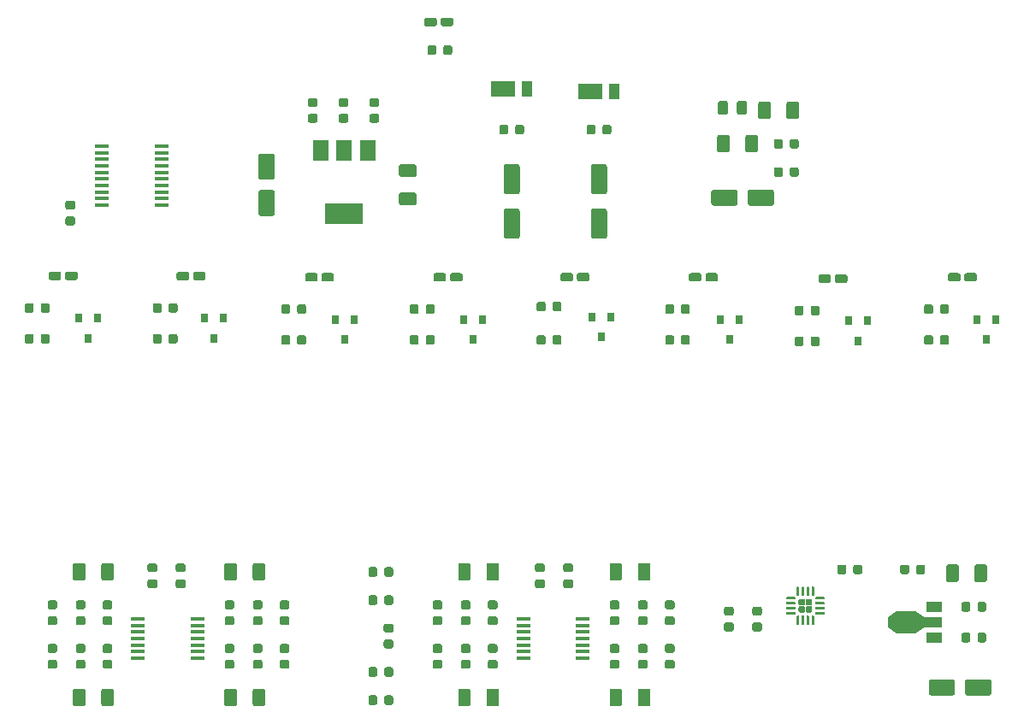
<source format=gbr>
G04 #@! TF.GenerationSoftware,KiCad,Pcbnew,(5.1.5)-3*
G04 #@! TF.CreationDate,2020-07-14T22:45:08+08:00*
G04 #@! TF.ProjectId,ProtoCV,50726f74-6f43-4562-9e6b-696361645f70,rev?*
G04 #@! TF.SameCoordinates,Original*
G04 #@! TF.FileFunction,Paste,Top*
G04 #@! TF.FilePolarity,Positive*
%FSLAX46Y46*%
G04 Gerber Fmt 4.6, Leading zero omitted, Abs format (unit mm)*
G04 Created by KiCad (PCBNEW (5.1.5)-3) date 2020-07-14 22:45:08*
%MOMM*%
%LPD*%
G04 APERTURE LIST*
%ADD10C,0.100000*%
%ADD11R,1.500000X2.000000*%
%ADD12R,3.800000X2.000000*%
%ADD13R,1.450000X0.450000*%
%ADD14R,1.840000X2.200000*%
%ADD15R,1.500000X1.000000*%
%ADD16R,1.800000X1.000000*%
%ADD17R,0.800000X0.900000*%
%ADD18R,1.050000X1.500000*%
%ADD19R,2.400000X1.500000*%
G04 APERTURE END LIST*
D10*
G36*
X179464438Y-111000758D02*
G01*
X179479727Y-111003026D01*
X179494720Y-111006782D01*
X179509273Y-111011989D01*
X179523245Y-111018597D01*
X179536502Y-111026544D01*
X179548917Y-111035751D01*
X179560369Y-111046131D01*
X179570749Y-111057583D01*
X179579956Y-111069998D01*
X179587903Y-111083255D01*
X179594511Y-111097227D01*
X179599718Y-111111780D01*
X179603474Y-111126773D01*
X179605742Y-111142062D01*
X179606500Y-111157500D01*
X179606500Y-111472500D01*
X179605742Y-111487938D01*
X179603474Y-111503227D01*
X179599718Y-111518220D01*
X179594511Y-111532773D01*
X179587903Y-111546745D01*
X179579956Y-111560002D01*
X179570749Y-111572417D01*
X179560369Y-111583869D01*
X179548917Y-111594249D01*
X179536502Y-111603456D01*
X179523245Y-111611403D01*
X179509273Y-111618011D01*
X179494720Y-111623218D01*
X179479727Y-111626974D01*
X179464438Y-111629242D01*
X179449000Y-111630000D01*
X179134000Y-111630000D01*
X179118562Y-111629242D01*
X179103273Y-111626974D01*
X179088280Y-111623218D01*
X179073727Y-111618011D01*
X179059755Y-111611403D01*
X179046498Y-111603456D01*
X179034083Y-111594249D01*
X179022631Y-111583869D01*
X179012251Y-111572417D01*
X179003044Y-111560002D01*
X178995097Y-111546745D01*
X178988489Y-111532773D01*
X178983282Y-111518220D01*
X178979526Y-111503227D01*
X178977258Y-111487938D01*
X178976500Y-111472500D01*
X178976500Y-111157500D01*
X178977258Y-111142062D01*
X178979526Y-111126773D01*
X178983282Y-111111780D01*
X178988489Y-111097227D01*
X178995097Y-111083255D01*
X179003044Y-111069998D01*
X179012251Y-111057583D01*
X179022631Y-111046131D01*
X179034083Y-111035751D01*
X179046498Y-111026544D01*
X179059755Y-111018597D01*
X179073727Y-111011989D01*
X179088280Y-111006782D01*
X179103273Y-111003026D01*
X179118562Y-111000758D01*
X179134000Y-111000000D01*
X179449000Y-111000000D01*
X179464438Y-111000758D01*
G37*
G36*
X178744438Y-111000758D02*
G01*
X178759727Y-111003026D01*
X178774720Y-111006782D01*
X178789273Y-111011989D01*
X178803245Y-111018597D01*
X178816502Y-111026544D01*
X178828917Y-111035751D01*
X178840369Y-111046131D01*
X178850749Y-111057583D01*
X178859956Y-111069998D01*
X178867903Y-111083255D01*
X178874511Y-111097227D01*
X178879718Y-111111780D01*
X178883474Y-111126773D01*
X178885742Y-111142062D01*
X178886500Y-111157500D01*
X178886500Y-111472500D01*
X178885742Y-111487938D01*
X178883474Y-111503227D01*
X178879718Y-111518220D01*
X178874511Y-111532773D01*
X178867903Y-111546745D01*
X178859956Y-111560002D01*
X178850749Y-111572417D01*
X178840369Y-111583869D01*
X178828917Y-111594249D01*
X178816502Y-111603456D01*
X178803245Y-111611403D01*
X178789273Y-111618011D01*
X178774720Y-111623218D01*
X178759727Y-111626974D01*
X178744438Y-111629242D01*
X178729000Y-111630000D01*
X178414000Y-111630000D01*
X178398562Y-111629242D01*
X178383273Y-111626974D01*
X178368280Y-111623218D01*
X178353727Y-111618011D01*
X178339755Y-111611403D01*
X178326498Y-111603456D01*
X178314083Y-111594249D01*
X178302631Y-111583869D01*
X178292251Y-111572417D01*
X178283044Y-111560002D01*
X178275097Y-111546745D01*
X178268489Y-111532773D01*
X178263282Y-111518220D01*
X178259526Y-111503227D01*
X178257258Y-111487938D01*
X178256500Y-111472500D01*
X178256500Y-111157500D01*
X178257258Y-111142062D01*
X178259526Y-111126773D01*
X178263282Y-111111780D01*
X178268489Y-111097227D01*
X178275097Y-111083255D01*
X178283044Y-111069998D01*
X178292251Y-111057583D01*
X178302631Y-111046131D01*
X178314083Y-111035751D01*
X178326498Y-111026544D01*
X178339755Y-111018597D01*
X178353727Y-111011989D01*
X178368280Y-111006782D01*
X178383273Y-111003026D01*
X178398562Y-111000758D01*
X178414000Y-111000000D01*
X178729000Y-111000000D01*
X178744438Y-111000758D01*
G37*
G36*
X179464438Y-111720758D02*
G01*
X179479727Y-111723026D01*
X179494720Y-111726782D01*
X179509273Y-111731989D01*
X179523245Y-111738597D01*
X179536502Y-111746544D01*
X179548917Y-111755751D01*
X179560369Y-111766131D01*
X179570749Y-111777583D01*
X179579956Y-111789998D01*
X179587903Y-111803255D01*
X179594511Y-111817227D01*
X179599718Y-111831780D01*
X179603474Y-111846773D01*
X179605742Y-111862062D01*
X179606500Y-111877500D01*
X179606500Y-112192500D01*
X179605742Y-112207938D01*
X179603474Y-112223227D01*
X179599718Y-112238220D01*
X179594511Y-112252773D01*
X179587903Y-112266745D01*
X179579956Y-112280002D01*
X179570749Y-112292417D01*
X179560369Y-112303869D01*
X179548917Y-112314249D01*
X179536502Y-112323456D01*
X179523245Y-112331403D01*
X179509273Y-112338011D01*
X179494720Y-112343218D01*
X179479727Y-112346974D01*
X179464438Y-112349242D01*
X179449000Y-112350000D01*
X179134000Y-112350000D01*
X179118562Y-112349242D01*
X179103273Y-112346974D01*
X179088280Y-112343218D01*
X179073727Y-112338011D01*
X179059755Y-112331403D01*
X179046498Y-112323456D01*
X179034083Y-112314249D01*
X179022631Y-112303869D01*
X179012251Y-112292417D01*
X179003044Y-112280002D01*
X178995097Y-112266745D01*
X178988489Y-112252773D01*
X178983282Y-112238220D01*
X178979526Y-112223227D01*
X178977258Y-112207938D01*
X178976500Y-112192500D01*
X178976500Y-111877500D01*
X178977258Y-111862062D01*
X178979526Y-111846773D01*
X178983282Y-111831780D01*
X178988489Y-111817227D01*
X178995097Y-111803255D01*
X179003044Y-111789998D01*
X179012251Y-111777583D01*
X179022631Y-111766131D01*
X179034083Y-111755751D01*
X179046498Y-111746544D01*
X179059755Y-111738597D01*
X179073727Y-111731989D01*
X179088280Y-111726782D01*
X179103273Y-111723026D01*
X179118562Y-111720758D01*
X179134000Y-111720000D01*
X179449000Y-111720000D01*
X179464438Y-111720758D01*
G37*
G36*
X178744438Y-111720758D02*
G01*
X178759727Y-111723026D01*
X178774720Y-111726782D01*
X178789273Y-111731989D01*
X178803245Y-111738597D01*
X178816502Y-111746544D01*
X178828917Y-111755751D01*
X178840369Y-111766131D01*
X178850749Y-111777583D01*
X178859956Y-111789998D01*
X178867903Y-111803255D01*
X178874511Y-111817227D01*
X178879718Y-111831780D01*
X178883474Y-111846773D01*
X178885742Y-111862062D01*
X178886500Y-111877500D01*
X178886500Y-112192500D01*
X178885742Y-112207938D01*
X178883474Y-112223227D01*
X178879718Y-112238220D01*
X178874511Y-112252773D01*
X178867903Y-112266745D01*
X178859956Y-112280002D01*
X178850749Y-112292417D01*
X178840369Y-112303869D01*
X178828917Y-112314249D01*
X178816502Y-112323456D01*
X178803245Y-112331403D01*
X178789273Y-112338011D01*
X178774720Y-112343218D01*
X178759727Y-112346974D01*
X178744438Y-112349242D01*
X178729000Y-112350000D01*
X178414000Y-112350000D01*
X178398562Y-112349242D01*
X178383273Y-112346974D01*
X178368280Y-112343218D01*
X178353727Y-112338011D01*
X178339755Y-112331403D01*
X178326498Y-112323456D01*
X178314083Y-112314249D01*
X178302631Y-112303869D01*
X178292251Y-112292417D01*
X178283044Y-112280002D01*
X178275097Y-112266745D01*
X178268489Y-112252773D01*
X178263282Y-112238220D01*
X178259526Y-112223227D01*
X178257258Y-112207938D01*
X178256500Y-112192500D01*
X178256500Y-111877500D01*
X178257258Y-111862062D01*
X178259526Y-111846773D01*
X178263282Y-111831780D01*
X178268489Y-111817227D01*
X178275097Y-111803255D01*
X178283044Y-111789998D01*
X178292251Y-111777583D01*
X178302631Y-111766131D01*
X178314083Y-111755751D01*
X178326498Y-111746544D01*
X178339755Y-111738597D01*
X178353727Y-111731989D01*
X178368280Y-111726782D01*
X178383273Y-111723026D01*
X178398562Y-111720758D01*
X178414000Y-111720000D01*
X178729000Y-111720000D01*
X178744438Y-111720758D01*
G37*
G36*
X179750126Y-109800301D02*
G01*
X179756193Y-109801201D01*
X179762143Y-109802691D01*
X179767918Y-109804758D01*
X179773462Y-109807380D01*
X179778723Y-109810533D01*
X179783650Y-109814187D01*
X179788194Y-109818306D01*
X179792313Y-109822850D01*
X179795967Y-109827777D01*
X179799120Y-109833038D01*
X179801742Y-109838582D01*
X179803809Y-109844357D01*
X179805299Y-109850307D01*
X179806199Y-109856374D01*
X179806500Y-109862500D01*
X179806500Y-110612500D01*
X179806199Y-110618626D01*
X179805299Y-110624693D01*
X179803809Y-110630643D01*
X179801742Y-110636418D01*
X179799120Y-110641962D01*
X179795967Y-110647223D01*
X179792313Y-110652150D01*
X179788194Y-110656694D01*
X179783650Y-110660813D01*
X179778723Y-110664467D01*
X179773462Y-110667620D01*
X179767918Y-110670242D01*
X179762143Y-110672309D01*
X179756193Y-110673799D01*
X179750126Y-110674699D01*
X179744000Y-110675000D01*
X179619000Y-110675000D01*
X179612874Y-110674699D01*
X179606807Y-110673799D01*
X179600857Y-110672309D01*
X179595082Y-110670242D01*
X179589538Y-110667620D01*
X179584277Y-110664467D01*
X179579350Y-110660813D01*
X179574806Y-110656694D01*
X179570687Y-110652150D01*
X179567033Y-110647223D01*
X179563880Y-110641962D01*
X179561258Y-110636418D01*
X179559191Y-110630643D01*
X179557701Y-110624693D01*
X179556801Y-110618626D01*
X179556500Y-110612500D01*
X179556500Y-109862500D01*
X179556801Y-109856374D01*
X179557701Y-109850307D01*
X179559191Y-109844357D01*
X179561258Y-109838582D01*
X179563880Y-109833038D01*
X179567033Y-109827777D01*
X179570687Y-109822850D01*
X179574806Y-109818306D01*
X179579350Y-109814187D01*
X179584277Y-109810533D01*
X179589538Y-109807380D01*
X179595082Y-109804758D01*
X179600857Y-109802691D01*
X179606807Y-109801201D01*
X179612874Y-109800301D01*
X179619000Y-109800000D01*
X179744000Y-109800000D01*
X179750126Y-109800301D01*
G37*
G36*
X179250126Y-109800301D02*
G01*
X179256193Y-109801201D01*
X179262143Y-109802691D01*
X179267918Y-109804758D01*
X179273462Y-109807380D01*
X179278723Y-109810533D01*
X179283650Y-109814187D01*
X179288194Y-109818306D01*
X179292313Y-109822850D01*
X179295967Y-109827777D01*
X179299120Y-109833038D01*
X179301742Y-109838582D01*
X179303809Y-109844357D01*
X179305299Y-109850307D01*
X179306199Y-109856374D01*
X179306500Y-109862500D01*
X179306500Y-110612500D01*
X179306199Y-110618626D01*
X179305299Y-110624693D01*
X179303809Y-110630643D01*
X179301742Y-110636418D01*
X179299120Y-110641962D01*
X179295967Y-110647223D01*
X179292313Y-110652150D01*
X179288194Y-110656694D01*
X179283650Y-110660813D01*
X179278723Y-110664467D01*
X179273462Y-110667620D01*
X179267918Y-110670242D01*
X179262143Y-110672309D01*
X179256193Y-110673799D01*
X179250126Y-110674699D01*
X179244000Y-110675000D01*
X179119000Y-110675000D01*
X179112874Y-110674699D01*
X179106807Y-110673799D01*
X179100857Y-110672309D01*
X179095082Y-110670242D01*
X179089538Y-110667620D01*
X179084277Y-110664467D01*
X179079350Y-110660813D01*
X179074806Y-110656694D01*
X179070687Y-110652150D01*
X179067033Y-110647223D01*
X179063880Y-110641962D01*
X179061258Y-110636418D01*
X179059191Y-110630643D01*
X179057701Y-110624693D01*
X179056801Y-110618626D01*
X179056500Y-110612500D01*
X179056500Y-109862500D01*
X179056801Y-109856374D01*
X179057701Y-109850307D01*
X179059191Y-109844357D01*
X179061258Y-109838582D01*
X179063880Y-109833038D01*
X179067033Y-109827777D01*
X179070687Y-109822850D01*
X179074806Y-109818306D01*
X179079350Y-109814187D01*
X179084277Y-109810533D01*
X179089538Y-109807380D01*
X179095082Y-109804758D01*
X179100857Y-109802691D01*
X179106807Y-109801201D01*
X179112874Y-109800301D01*
X179119000Y-109800000D01*
X179244000Y-109800000D01*
X179250126Y-109800301D01*
G37*
G36*
X178750126Y-109800301D02*
G01*
X178756193Y-109801201D01*
X178762143Y-109802691D01*
X178767918Y-109804758D01*
X178773462Y-109807380D01*
X178778723Y-109810533D01*
X178783650Y-109814187D01*
X178788194Y-109818306D01*
X178792313Y-109822850D01*
X178795967Y-109827777D01*
X178799120Y-109833038D01*
X178801742Y-109838582D01*
X178803809Y-109844357D01*
X178805299Y-109850307D01*
X178806199Y-109856374D01*
X178806500Y-109862500D01*
X178806500Y-110612500D01*
X178806199Y-110618626D01*
X178805299Y-110624693D01*
X178803809Y-110630643D01*
X178801742Y-110636418D01*
X178799120Y-110641962D01*
X178795967Y-110647223D01*
X178792313Y-110652150D01*
X178788194Y-110656694D01*
X178783650Y-110660813D01*
X178778723Y-110664467D01*
X178773462Y-110667620D01*
X178767918Y-110670242D01*
X178762143Y-110672309D01*
X178756193Y-110673799D01*
X178750126Y-110674699D01*
X178744000Y-110675000D01*
X178619000Y-110675000D01*
X178612874Y-110674699D01*
X178606807Y-110673799D01*
X178600857Y-110672309D01*
X178595082Y-110670242D01*
X178589538Y-110667620D01*
X178584277Y-110664467D01*
X178579350Y-110660813D01*
X178574806Y-110656694D01*
X178570687Y-110652150D01*
X178567033Y-110647223D01*
X178563880Y-110641962D01*
X178561258Y-110636418D01*
X178559191Y-110630643D01*
X178557701Y-110624693D01*
X178556801Y-110618626D01*
X178556500Y-110612500D01*
X178556500Y-109862500D01*
X178556801Y-109856374D01*
X178557701Y-109850307D01*
X178559191Y-109844357D01*
X178561258Y-109838582D01*
X178563880Y-109833038D01*
X178567033Y-109827777D01*
X178570687Y-109822850D01*
X178574806Y-109818306D01*
X178579350Y-109814187D01*
X178584277Y-109810533D01*
X178589538Y-109807380D01*
X178595082Y-109804758D01*
X178600857Y-109802691D01*
X178606807Y-109801201D01*
X178612874Y-109800301D01*
X178619000Y-109800000D01*
X178744000Y-109800000D01*
X178750126Y-109800301D01*
G37*
G36*
X178250126Y-109800301D02*
G01*
X178256193Y-109801201D01*
X178262143Y-109802691D01*
X178267918Y-109804758D01*
X178273462Y-109807380D01*
X178278723Y-109810533D01*
X178283650Y-109814187D01*
X178288194Y-109818306D01*
X178292313Y-109822850D01*
X178295967Y-109827777D01*
X178299120Y-109833038D01*
X178301742Y-109838582D01*
X178303809Y-109844357D01*
X178305299Y-109850307D01*
X178306199Y-109856374D01*
X178306500Y-109862500D01*
X178306500Y-110612500D01*
X178306199Y-110618626D01*
X178305299Y-110624693D01*
X178303809Y-110630643D01*
X178301742Y-110636418D01*
X178299120Y-110641962D01*
X178295967Y-110647223D01*
X178292313Y-110652150D01*
X178288194Y-110656694D01*
X178283650Y-110660813D01*
X178278723Y-110664467D01*
X178273462Y-110667620D01*
X178267918Y-110670242D01*
X178262143Y-110672309D01*
X178256193Y-110673799D01*
X178250126Y-110674699D01*
X178244000Y-110675000D01*
X178119000Y-110675000D01*
X178112874Y-110674699D01*
X178106807Y-110673799D01*
X178100857Y-110672309D01*
X178095082Y-110670242D01*
X178089538Y-110667620D01*
X178084277Y-110664467D01*
X178079350Y-110660813D01*
X178074806Y-110656694D01*
X178070687Y-110652150D01*
X178067033Y-110647223D01*
X178063880Y-110641962D01*
X178061258Y-110636418D01*
X178059191Y-110630643D01*
X178057701Y-110624693D01*
X178056801Y-110618626D01*
X178056500Y-110612500D01*
X178056500Y-109862500D01*
X178056801Y-109856374D01*
X178057701Y-109850307D01*
X178059191Y-109844357D01*
X178061258Y-109838582D01*
X178063880Y-109833038D01*
X178067033Y-109827777D01*
X178070687Y-109822850D01*
X178074806Y-109818306D01*
X178079350Y-109814187D01*
X178084277Y-109810533D01*
X178089538Y-109807380D01*
X178095082Y-109804758D01*
X178100857Y-109802691D01*
X178106807Y-109801201D01*
X178112874Y-109800301D01*
X178119000Y-109800000D01*
X178244000Y-109800000D01*
X178250126Y-109800301D01*
G37*
G36*
X177875126Y-110800301D02*
G01*
X177881193Y-110801201D01*
X177887143Y-110802691D01*
X177892918Y-110804758D01*
X177898462Y-110807380D01*
X177903723Y-110810533D01*
X177908650Y-110814187D01*
X177913194Y-110818306D01*
X177917313Y-110822850D01*
X177920967Y-110827777D01*
X177924120Y-110833038D01*
X177926742Y-110838582D01*
X177928809Y-110844357D01*
X177930299Y-110850307D01*
X177931199Y-110856374D01*
X177931500Y-110862500D01*
X177931500Y-110987500D01*
X177931199Y-110993626D01*
X177930299Y-110999693D01*
X177928809Y-111005643D01*
X177926742Y-111011418D01*
X177924120Y-111016962D01*
X177920967Y-111022223D01*
X177917313Y-111027150D01*
X177913194Y-111031694D01*
X177908650Y-111035813D01*
X177903723Y-111039467D01*
X177898462Y-111042620D01*
X177892918Y-111045242D01*
X177887143Y-111047309D01*
X177881193Y-111048799D01*
X177875126Y-111049699D01*
X177869000Y-111050000D01*
X177119000Y-111050000D01*
X177112874Y-111049699D01*
X177106807Y-111048799D01*
X177100857Y-111047309D01*
X177095082Y-111045242D01*
X177089538Y-111042620D01*
X177084277Y-111039467D01*
X177079350Y-111035813D01*
X177074806Y-111031694D01*
X177070687Y-111027150D01*
X177067033Y-111022223D01*
X177063880Y-111016962D01*
X177061258Y-111011418D01*
X177059191Y-111005643D01*
X177057701Y-110999693D01*
X177056801Y-110993626D01*
X177056500Y-110987500D01*
X177056500Y-110862500D01*
X177056801Y-110856374D01*
X177057701Y-110850307D01*
X177059191Y-110844357D01*
X177061258Y-110838582D01*
X177063880Y-110833038D01*
X177067033Y-110827777D01*
X177070687Y-110822850D01*
X177074806Y-110818306D01*
X177079350Y-110814187D01*
X177084277Y-110810533D01*
X177089538Y-110807380D01*
X177095082Y-110804758D01*
X177100857Y-110802691D01*
X177106807Y-110801201D01*
X177112874Y-110800301D01*
X177119000Y-110800000D01*
X177869000Y-110800000D01*
X177875126Y-110800301D01*
G37*
G36*
X177875126Y-111300301D02*
G01*
X177881193Y-111301201D01*
X177887143Y-111302691D01*
X177892918Y-111304758D01*
X177898462Y-111307380D01*
X177903723Y-111310533D01*
X177908650Y-111314187D01*
X177913194Y-111318306D01*
X177917313Y-111322850D01*
X177920967Y-111327777D01*
X177924120Y-111333038D01*
X177926742Y-111338582D01*
X177928809Y-111344357D01*
X177930299Y-111350307D01*
X177931199Y-111356374D01*
X177931500Y-111362500D01*
X177931500Y-111487500D01*
X177931199Y-111493626D01*
X177930299Y-111499693D01*
X177928809Y-111505643D01*
X177926742Y-111511418D01*
X177924120Y-111516962D01*
X177920967Y-111522223D01*
X177917313Y-111527150D01*
X177913194Y-111531694D01*
X177908650Y-111535813D01*
X177903723Y-111539467D01*
X177898462Y-111542620D01*
X177892918Y-111545242D01*
X177887143Y-111547309D01*
X177881193Y-111548799D01*
X177875126Y-111549699D01*
X177869000Y-111550000D01*
X177119000Y-111550000D01*
X177112874Y-111549699D01*
X177106807Y-111548799D01*
X177100857Y-111547309D01*
X177095082Y-111545242D01*
X177089538Y-111542620D01*
X177084277Y-111539467D01*
X177079350Y-111535813D01*
X177074806Y-111531694D01*
X177070687Y-111527150D01*
X177067033Y-111522223D01*
X177063880Y-111516962D01*
X177061258Y-111511418D01*
X177059191Y-111505643D01*
X177057701Y-111499693D01*
X177056801Y-111493626D01*
X177056500Y-111487500D01*
X177056500Y-111362500D01*
X177056801Y-111356374D01*
X177057701Y-111350307D01*
X177059191Y-111344357D01*
X177061258Y-111338582D01*
X177063880Y-111333038D01*
X177067033Y-111327777D01*
X177070687Y-111322850D01*
X177074806Y-111318306D01*
X177079350Y-111314187D01*
X177084277Y-111310533D01*
X177089538Y-111307380D01*
X177095082Y-111304758D01*
X177100857Y-111302691D01*
X177106807Y-111301201D01*
X177112874Y-111300301D01*
X177119000Y-111300000D01*
X177869000Y-111300000D01*
X177875126Y-111300301D01*
G37*
G36*
X177875126Y-111800301D02*
G01*
X177881193Y-111801201D01*
X177887143Y-111802691D01*
X177892918Y-111804758D01*
X177898462Y-111807380D01*
X177903723Y-111810533D01*
X177908650Y-111814187D01*
X177913194Y-111818306D01*
X177917313Y-111822850D01*
X177920967Y-111827777D01*
X177924120Y-111833038D01*
X177926742Y-111838582D01*
X177928809Y-111844357D01*
X177930299Y-111850307D01*
X177931199Y-111856374D01*
X177931500Y-111862500D01*
X177931500Y-111987500D01*
X177931199Y-111993626D01*
X177930299Y-111999693D01*
X177928809Y-112005643D01*
X177926742Y-112011418D01*
X177924120Y-112016962D01*
X177920967Y-112022223D01*
X177917313Y-112027150D01*
X177913194Y-112031694D01*
X177908650Y-112035813D01*
X177903723Y-112039467D01*
X177898462Y-112042620D01*
X177892918Y-112045242D01*
X177887143Y-112047309D01*
X177881193Y-112048799D01*
X177875126Y-112049699D01*
X177869000Y-112050000D01*
X177119000Y-112050000D01*
X177112874Y-112049699D01*
X177106807Y-112048799D01*
X177100857Y-112047309D01*
X177095082Y-112045242D01*
X177089538Y-112042620D01*
X177084277Y-112039467D01*
X177079350Y-112035813D01*
X177074806Y-112031694D01*
X177070687Y-112027150D01*
X177067033Y-112022223D01*
X177063880Y-112016962D01*
X177061258Y-112011418D01*
X177059191Y-112005643D01*
X177057701Y-111999693D01*
X177056801Y-111993626D01*
X177056500Y-111987500D01*
X177056500Y-111862500D01*
X177056801Y-111856374D01*
X177057701Y-111850307D01*
X177059191Y-111844357D01*
X177061258Y-111838582D01*
X177063880Y-111833038D01*
X177067033Y-111827777D01*
X177070687Y-111822850D01*
X177074806Y-111818306D01*
X177079350Y-111814187D01*
X177084277Y-111810533D01*
X177089538Y-111807380D01*
X177095082Y-111804758D01*
X177100857Y-111802691D01*
X177106807Y-111801201D01*
X177112874Y-111800301D01*
X177119000Y-111800000D01*
X177869000Y-111800000D01*
X177875126Y-111800301D01*
G37*
G36*
X177875126Y-112300301D02*
G01*
X177881193Y-112301201D01*
X177887143Y-112302691D01*
X177892918Y-112304758D01*
X177898462Y-112307380D01*
X177903723Y-112310533D01*
X177908650Y-112314187D01*
X177913194Y-112318306D01*
X177917313Y-112322850D01*
X177920967Y-112327777D01*
X177924120Y-112333038D01*
X177926742Y-112338582D01*
X177928809Y-112344357D01*
X177930299Y-112350307D01*
X177931199Y-112356374D01*
X177931500Y-112362500D01*
X177931500Y-112487500D01*
X177931199Y-112493626D01*
X177930299Y-112499693D01*
X177928809Y-112505643D01*
X177926742Y-112511418D01*
X177924120Y-112516962D01*
X177920967Y-112522223D01*
X177917313Y-112527150D01*
X177913194Y-112531694D01*
X177908650Y-112535813D01*
X177903723Y-112539467D01*
X177898462Y-112542620D01*
X177892918Y-112545242D01*
X177887143Y-112547309D01*
X177881193Y-112548799D01*
X177875126Y-112549699D01*
X177869000Y-112550000D01*
X177119000Y-112550000D01*
X177112874Y-112549699D01*
X177106807Y-112548799D01*
X177100857Y-112547309D01*
X177095082Y-112545242D01*
X177089538Y-112542620D01*
X177084277Y-112539467D01*
X177079350Y-112535813D01*
X177074806Y-112531694D01*
X177070687Y-112527150D01*
X177067033Y-112522223D01*
X177063880Y-112516962D01*
X177061258Y-112511418D01*
X177059191Y-112505643D01*
X177057701Y-112499693D01*
X177056801Y-112493626D01*
X177056500Y-112487500D01*
X177056500Y-112362500D01*
X177056801Y-112356374D01*
X177057701Y-112350307D01*
X177059191Y-112344357D01*
X177061258Y-112338582D01*
X177063880Y-112333038D01*
X177067033Y-112327777D01*
X177070687Y-112322850D01*
X177074806Y-112318306D01*
X177079350Y-112314187D01*
X177084277Y-112310533D01*
X177089538Y-112307380D01*
X177095082Y-112304758D01*
X177100857Y-112302691D01*
X177106807Y-112301201D01*
X177112874Y-112300301D01*
X177119000Y-112300000D01*
X177869000Y-112300000D01*
X177875126Y-112300301D01*
G37*
G36*
X178250126Y-112675301D02*
G01*
X178256193Y-112676201D01*
X178262143Y-112677691D01*
X178267918Y-112679758D01*
X178273462Y-112682380D01*
X178278723Y-112685533D01*
X178283650Y-112689187D01*
X178288194Y-112693306D01*
X178292313Y-112697850D01*
X178295967Y-112702777D01*
X178299120Y-112708038D01*
X178301742Y-112713582D01*
X178303809Y-112719357D01*
X178305299Y-112725307D01*
X178306199Y-112731374D01*
X178306500Y-112737500D01*
X178306500Y-113487500D01*
X178306199Y-113493626D01*
X178305299Y-113499693D01*
X178303809Y-113505643D01*
X178301742Y-113511418D01*
X178299120Y-113516962D01*
X178295967Y-113522223D01*
X178292313Y-113527150D01*
X178288194Y-113531694D01*
X178283650Y-113535813D01*
X178278723Y-113539467D01*
X178273462Y-113542620D01*
X178267918Y-113545242D01*
X178262143Y-113547309D01*
X178256193Y-113548799D01*
X178250126Y-113549699D01*
X178244000Y-113550000D01*
X178119000Y-113550000D01*
X178112874Y-113549699D01*
X178106807Y-113548799D01*
X178100857Y-113547309D01*
X178095082Y-113545242D01*
X178089538Y-113542620D01*
X178084277Y-113539467D01*
X178079350Y-113535813D01*
X178074806Y-113531694D01*
X178070687Y-113527150D01*
X178067033Y-113522223D01*
X178063880Y-113516962D01*
X178061258Y-113511418D01*
X178059191Y-113505643D01*
X178057701Y-113499693D01*
X178056801Y-113493626D01*
X178056500Y-113487500D01*
X178056500Y-112737500D01*
X178056801Y-112731374D01*
X178057701Y-112725307D01*
X178059191Y-112719357D01*
X178061258Y-112713582D01*
X178063880Y-112708038D01*
X178067033Y-112702777D01*
X178070687Y-112697850D01*
X178074806Y-112693306D01*
X178079350Y-112689187D01*
X178084277Y-112685533D01*
X178089538Y-112682380D01*
X178095082Y-112679758D01*
X178100857Y-112677691D01*
X178106807Y-112676201D01*
X178112874Y-112675301D01*
X178119000Y-112675000D01*
X178244000Y-112675000D01*
X178250126Y-112675301D01*
G37*
G36*
X178750126Y-112675301D02*
G01*
X178756193Y-112676201D01*
X178762143Y-112677691D01*
X178767918Y-112679758D01*
X178773462Y-112682380D01*
X178778723Y-112685533D01*
X178783650Y-112689187D01*
X178788194Y-112693306D01*
X178792313Y-112697850D01*
X178795967Y-112702777D01*
X178799120Y-112708038D01*
X178801742Y-112713582D01*
X178803809Y-112719357D01*
X178805299Y-112725307D01*
X178806199Y-112731374D01*
X178806500Y-112737500D01*
X178806500Y-113487500D01*
X178806199Y-113493626D01*
X178805299Y-113499693D01*
X178803809Y-113505643D01*
X178801742Y-113511418D01*
X178799120Y-113516962D01*
X178795967Y-113522223D01*
X178792313Y-113527150D01*
X178788194Y-113531694D01*
X178783650Y-113535813D01*
X178778723Y-113539467D01*
X178773462Y-113542620D01*
X178767918Y-113545242D01*
X178762143Y-113547309D01*
X178756193Y-113548799D01*
X178750126Y-113549699D01*
X178744000Y-113550000D01*
X178619000Y-113550000D01*
X178612874Y-113549699D01*
X178606807Y-113548799D01*
X178600857Y-113547309D01*
X178595082Y-113545242D01*
X178589538Y-113542620D01*
X178584277Y-113539467D01*
X178579350Y-113535813D01*
X178574806Y-113531694D01*
X178570687Y-113527150D01*
X178567033Y-113522223D01*
X178563880Y-113516962D01*
X178561258Y-113511418D01*
X178559191Y-113505643D01*
X178557701Y-113499693D01*
X178556801Y-113493626D01*
X178556500Y-113487500D01*
X178556500Y-112737500D01*
X178556801Y-112731374D01*
X178557701Y-112725307D01*
X178559191Y-112719357D01*
X178561258Y-112713582D01*
X178563880Y-112708038D01*
X178567033Y-112702777D01*
X178570687Y-112697850D01*
X178574806Y-112693306D01*
X178579350Y-112689187D01*
X178584277Y-112685533D01*
X178589538Y-112682380D01*
X178595082Y-112679758D01*
X178600857Y-112677691D01*
X178606807Y-112676201D01*
X178612874Y-112675301D01*
X178619000Y-112675000D01*
X178744000Y-112675000D01*
X178750126Y-112675301D01*
G37*
G36*
X179250126Y-112675301D02*
G01*
X179256193Y-112676201D01*
X179262143Y-112677691D01*
X179267918Y-112679758D01*
X179273462Y-112682380D01*
X179278723Y-112685533D01*
X179283650Y-112689187D01*
X179288194Y-112693306D01*
X179292313Y-112697850D01*
X179295967Y-112702777D01*
X179299120Y-112708038D01*
X179301742Y-112713582D01*
X179303809Y-112719357D01*
X179305299Y-112725307D01*
X179306199Y-112731374D01*
X179306500Y-112737500D01*
X179306500Y-113487500D01*
X179306199Y-113493626D01*
X179305299Y-113499693D01*
X179303809Y-113505643D01*
X179301742Y-113511418D01*
X179299120Y-113516962D01*
X179295967Y-113522223D01*
X179292313Y-113527150D01*
X179288194Y-113531694D01*
X179283650Y-113535813D01*
X179278723Y-113539467D01*
X179273462Y-113542620D01*
X179267918Y-113545242D01*
X179262143Y-113547309D01*
X179256193Y-113548799D01*
X179250126Y-113549699D01*
X179244000Y-113550000D01*
X179119000Y-113550000D01*
X179112874Y-113549699D01*
X179106807Y-113548799D01*
X179100857Y-113547309D01*
X179095082Y-113545242D01*
X179089538Y-113542620D01*
X179084277Y-113539467D01*
X179079350Y-113535813D01*
X179074806Y-113531694D01*
X179070687Y-113527150D01*
X179067033Y-113522223D01*
X179063880Y-113516962D01*
X179061258Y-113511418D01*
X179059191Y-113505643D01*
X179057701Y-113499693D01*
X179056801Y-113493626D01*
X179056500Y-113487500D01*
X179056500Y-112737500D01*
X179056801Y-112731374D01*
X179057701Y-112725307D01*
X179059191Y-112719357D01*
X179061258Y-112713582D01*
X179063880Y-112708038D01*
X179067033Y-112702777D01*
X179070687Y-112697850D01*
X179074806Y-112693306D01*
X179079350Y-112689187D01*
X179084277Y-112685533D01*
X179089538Y-112682380D01*
X179095082Y-112679758D01*
X179100857Y-112677691D01*
X179106807Y-112676201D01*
X179112874Y-112675301D01*
X179119000Y-112675000D01*
X179244000Y-112675000D01*
X179250126Y-112675301D01*
G37*
G36*
X179750126Y-112675301D02*
G01*
X179756193Y-112676201D01*
X179762143Y-112677691D01*
X179767918Y-112679758D01*
X179773462Y-112682380D01*
X179778723Y-112685533D01*
X179783650Y-112689187D01*
X179788194Y-112693306D01*
X179792313Y-112697850D01*
X179795967Y-112702777D01*
X179799120Y-112708038D01*
X179801742Y-112713582D01*
X179803809Y-112719357D01*
X179805299Y-112725307D01*
X179806199Y-112731374D01*
X179806500Y-112737500D01*
X179806500Y-113487500D01*
X179806199Y-113493626D01*
X179805299Y-113499693D01*
X179803809Y-113505643D01*
X179801742Y-113511418D01*
X179799120Y-113516962D01*
X179795967Y-113522223D01*
X179792313Y-113527150D01*
X179788194Y-113531694D01*
X179783650Y-113535813D01*
X179778723Y-113539467D01*
X179773462Y-113542620D01*
X179767918Y-113545242D01*
X179762143Y-113547309D01*
X179756193Y-113548799D01*
X179750126Y-113549699D01*
X179744000Y-113550000D01*
X179619000Y-113550000D01*
X179612874Y-113549699D01*
X179606807Y-113548799D01*
X179600857Y-113547309D01*
X179595082Y-113545242D01*
X179589538Y-113542620D01*
X179584277Y-113539467D01*
X179579350Y-113535813D01*
X179574806Y-113531694D01*
X179570687Y-113527150D01*
X179567033Y-113522223D01*
X179563880Y-113516962D01*
X179561258Y-113511418D01*
X179559191Y-113505643D01*
X179557701Y-113499693D01*
X179556801Y-113493626D01*
X179556500Y-113487500D01*
X179556500Y-112737500D01*
X179556801Y-112731374D01*
X179557701Y-112725307D01*
X179559191Y-112719357D01*
X179561258Y-112713582D01*
X179563880Y-112708038D01*
X179567033Y-112702777D01*
X179570687Y-112697850D01*
X179574806Y-112693306D01*
X179579350Y-112689187D01*
X179584277Y-112685533D01*
X179589538Y-112682380D01*
X179595082Y-112679758D01*
X179600857Y-112677691D01*
X179606807Y-112676201D01*
X179612874Y-112675301D01*
X179619000Y-112675000D01*
X179744000Y-112675000D01*
X179750126Y-112675301D01*
G37*
G36*
X180750126Y-112300301D02*
G01*
X180756193Y-112301201D01*
X180762143Y-112302691D01*
X180767918Y-112304758D01*
X180773462Y-112307380D01*
X180778723Y-112310533D01*
X180783650Y-112314187D01*
X180788194Y-112318306D01*
X180792313Y-112322850D01*
X180795967Y-112327777D01*
X180799120Y-112333038D01*
X180801742Y-112338582D01*
X180803809Y-112344357D01*
X180805299Y-112350307D01*
X180806199Y-112356374D01*
X180806500Y-112362500D01*
X180806500Y-112487500D01*
X180806199Y-112493626D01*
X180805299Y-112499693D01*
X180803809Y-112505643D01*
X180801742Y-112511418D01*
X180799120Y-112516962D01*
X180795967Y-112522223D01*
X180792313Y-112527150D01*
X180788194Y-112531694D01*
X180783650Y-112535813D01*
X180778723Y-112539467D01*
X180773462Y-112542620D01*
X180767918Y-112545242D01*
X180762143Y-112547309D01*
X180756193Y-112548799D01*
X180750126Y-112549699D01*
X180744000Y-112550000D01*
X179994000Y-112550000D01*
X179987874Y-112549699D01*
X179981807Y-112548799D01*
X179975857Y-112547309D01*
X179970082Y-112545242D01*
X179964538Y-112542620D01*
X179959277Y-112539467D01*
X179954350Y-112535813D01*
X179949806Y-112531694D01*
X179945687Y-112527150D01*
X179942033Y-112522223D01*
X179938880Y-112516962D01*
X179936258Y-112511418D01*
X179934191Y-112505643D01*
X179932701Y-112499693D01*
X179931801Y-112493626D01*
X179931500Y-112487500D01*
X179931500Y-112362500D01*
X179931801Y-112356374D01*
X179932701Y-112350307D01*
X179934191Y-112344357D01*
X179936258Y-112338582D01*
X179938880Y-112333038D01*
X179942033Y-112327777D01*
X179945687Y-112322850D01*
X179949806Y-112318306D01*
X179954350Y-112314187D01*
X179959277Y-112310533D01*
X179964538Y-112307380D01*
X179970082Y-112304758D01*
X179975857Y-112302691D01*
X179981807Y-112301201D01*
X179987874Y-112300301D01*
X179994000Y-112300000D01*
X180744000Y-112300000D01*
X180750126Y-112300301D01*
G37*
G36*
X180750126Y-111800301D02*
G01*
X180756193Y-111801201D01*
X180762143Y-111802691D01*
X180767918Y-111804758D01*
X180773462Y-111807380D01*
X180778723Y-111810533D01*
X180783650Y-111814187D01*
X180788194Y-111818306D01*
X180792313Y-111822850D01*
X180795967Y-111827777D01*
X180799120Y-111833038D01*
X180801742Y-111838582D01*
X180803809Y-111844357D01*
X180805299Y-111850307D01*
X180806199Y-111856374D01*
X180806500Y-111862500D01*
X180806500Y-111987500D01*
X180806199Y-111993626D01*
X180805299Y-111999693D01*
X180803809Y-112005643D01*
X180801742Y-112011418D01*
X180799120Y-112016962D01*
X180795967Y-112022223D01*
X180792313Y-112027150D01*
X180788194Y-112031694D01*
X180783650Y-112035813D01*
X180778723Y-112039467D01*
X180773462Y-112042620D01*
X180767918Y-112045242D01*
X180762143Y-112047309D01*
X180756193Y-112048799D01*
X180750126Y-112049699D01*
X180744000Y-112050000D01*
X179994000Y-112050000D01*
X179987874Y-112049699D01*
X179981807Y-112048799D01*
X179975857Y-112047309D01*
X179970082Y-112045242D01*
X179964538Y-112042620D01*
X179959277Y-112039467D01*
X179954350Y-112035813D01*
X179949806Y-112031694D01*
X179945687Y-112027150D01*
X179942033Y-112022223D01*
X179938880Y-112016962D01*
X179936258Y-112011418D01*
X179934191Y-112005643D01*
X179932701Y-111999693D01*
X179931801Y-111993626D01*
X179931500Y-111987500D01*
X179931500Y-111862500D01*
X179931801Y-111856374D01*
X179932701Y-111850307D01*
X179934191Y-111844357D01*
X179936258Y-111838582D01*
X179938880Y-111833038D01*
X179942033Y-111827777D01*
X179945687Y-111822850D01*
X179949806Y-111818306D01*
X179954350Y-111814187D01*
X179959277Y-111810533D01*
X179964538Y-111807380D01*
X179970082Y-111804758D01*
X179975857Y-111802691D01*
X179981807Y-111801201D01*
X179987874Y-111800301D01*
X179994000Y-111800000D01*
X180744000Y-111800000D01*
X180750126Y-111800301D01*
G37*
G36*
X180750126Y-111300301D02*
G01*
X180756193Y-111301201D01*
X180762143Y-111302691D01*
X180767918Y-111304758D01*
X180773462Y-111307380D01*
X180778723Y-111310533D01*
X180783650Y-111314187D01*
X180788194Y-111318306D01*
X180792313Y-111322850D01*
X180795967Y-111327777D01*
X180799120Y-111333038D01*
X180801742Y-111338582D01*
X180803809Y-111344357D01*
X180805299Y-111350307D01*
X180806199Y-111356374D01*
X180806500Y-111362500D01*
X180806500Y-111487500D01*
X180806199Y-111493626D01*
X180805299Y-111499693D01*
X180803809Y-111505643D01*
X180801742Y-111511418D01*
X180799120Y-111516962D01*
X180795967Y-111522223D01*
X180792313Y-111527150D01*
X180788194Y-111531694D01*
X180783650Y-111535813D01*
X180778723Y-111539467D01*
X180773462Y-111542620D01*
X180767918Y-111545242D01*
X180762143Y-111547309D01*
X180756193Y-111548799D01*
X180750126Y-111549699D01*
X180744000Y-111550000D01*
X179994000Y-111550000D01*
X179987874Y-111549699D01*
X179981807Y-111548799D01*
X179975857Y-111547309D01*
X179970082Y-111545242D01*
X179964538Y-111542620D01*
X179959277Y-111539467D01*
X179954350Y-111535813D01*
X179949806Y-111531694D01*
X179945687Y-111527150D01*
X179942033Y-111522223D01*
X179938880Y-111516962D01*
X179936258Y-111511418D01*
X179934191Y-111505643D01*
X179932701Y-111499693D01*
X179931801Y-111493626D01*
X179931500Y-111487500D01*
X179931500Y-111362500D01*
X179931801Y-111356374D01*
X179932701Y-111350307D01*
X179934191Y-111344357D01*
X179936258Y-111338582D01*
X179938880Y-111333038D01*
X179942033Y-111327777D01*
X179945687Y-111322850D01*
X179949806Y-111318306D01*
X179954350Y-111314187D01*
X179959277Y-111310533D01*
X179964538Y-111307380D01*
X179970082Y-111304758D01*
X179975857Y-111302691D01*
X179981807Y-111301201D01*
X179987874Y-111300301D01*
X179994000Y-111300000D01*
X180744000Y-111300000D01*
X180750126Y-111300301D01*
G37*
G36*
X180750126Y-110800301D02*
G01*
X180756193Y-110801201D01*
X180762143Y-110802691D01*
X180767918Y-110804758D01*
X180773462Y-110807380D01*
X180778723Y-110810533D01*
X180783650Y-110814187D01*
X180788194Y-110818306D01*
X180792313Y-110822850D01*
X180795967Y-110827777D01*
X180799120Y-110833038D01*
X180801742Y-110838582D01*
X180803809Y-110844357D01*
X180805299Y-110850307D01*
X180806199Y-110856374D01*
X180806500Y-110862500D01*
X180806500Y-110987500D01*
X180806199Y-110993626D01*
X180805299Y-110999693D01*
X180803809Y-111005643D01*
X180801742Y-111011418D01*
X180799120Y-111016962D01*
X180795967Y-111022223D01*
X180792313Y-111027150D01*
X180788194Y-111031694D01*
X180783650Y-111035813D01*
X180778723Y-111039467D01*
X180773462Y-111042620D01*
X180767918Y-111045242D01*
X180762143Y-111047309D01*
X180756193Y-111048799D01*
X180750126Y-111049699D01*
X180744000Y-111050000D01*
X179994000Y-111050000D01*
X179987874Y-111049699D01*
X179981807Y-111048799D01*
X179975857Y-111047309D01*
X179970082Y-111045242D01*
X179964538Y-111042620D01*
X179959277Y-111039467D01*
X179954350Y-111035813D01*
X179949806Y-111031694D01*
X179945687Y-111027150D01*
X179942033Y-111022223D01*
X179938880Y-111016962D01*
X179936258Y-111011418D01*
X179934191Y-111005643D01*
X179932701Y-110999693D01*
X179931801Y-110993626D01*
X179931500Y-110987500D01*
X179931500Y-110862500D01*
X179931801Y-110856374D01*
X179932701Y-110850307D01*
X179934191Y-110844357D01*
X179936258Y-110838582D01*
X179938880Y-110833038D01*
X179942033Y-110827777D01*
X179945687Y-110822850D01*
X179949806Y-110818306D01*
X179954350Y-110814187D01*
X179959277Y-110810533D01*
X179964538Y-110807380D01*
X179970082Y-110804758D01*
X179975857Y-110802691D01*
X179981807Y-110801201D01*
X179987874Y-110800301D01*
X179994000Y-110800000D01*
X180744000Y-110800000D01*
X180750126Y-110800301D01*
G37*
G36*
X174432791Y-113342953D02*
G01*
X174454026Y-113346103D01*
X174474850Y-113351319D01*
X174495062Y-113358551D01*
X174514468Y-113367730D01*
X174532881Y-113378766D01*
X174550124Y-113391554D01*
X174566030Y-113405970D01*
X174580446Y-113421876D01*
X174593234Y-113439119D01*
X174604270Y-113457532D01*
X174613449Y-113476938D01*
X174620681Y-113497150D01*
X174625897Y-113517974D01*
X174629047Y-113539209D01*
X174630100Y-113560650D01*
X174630100Y-113998150D01*
X174629047Y-114019591D01*
X174625897Y-114040826D01*
X174620681Y-114061650D01*
X174613449Y-114081862D01*
X174604270Y-114101268D01*
X174593234Y-114119681D01*
X174580446Y-114136924D01*
X174566030Y-114152830D01*
X174550124Y-114167246D01*
X174532881Y-114180034D01*
X174514468Y-114191070D01*
X174495062Y-114200249D01*
X174474850Y-114207481D01*
X174454026Y-114212697D01*
X174432791Y-114215847D01*
X174411350Y-114216900D01*
X173898850Y-114216900D01*
X173877409Y-114215847D01*
X173856174Y-114212697D01*
X173835350Y-114207481D01*
X173815138Y-114200249D01*
X173795732Y-114191070D01*
X173777319Y-114180034D01*
X173760076Y-114167246D01*
X173744170Y-114152830D01*
X173729754Y-114136924D01*
X173716966Y-114119681D01*
X173705930Y-114101268D01*
X173696751Y-114081862D01*
X173689519Y-114061650D01*
X173684303Y-114040826D01*
X173681153Y-114019591D01*
X173680100Y-113998150D01*
X173680100Y-113560650D01*
X173681153Y-113539209D01*
X173684303Y-113517974D01*
X173689519Y-113497150D01*
X173696751Y-113476938D01*
X173705930Y-113457532D01*
X173716966Y-113439119D01*
X173729754Y-113421876D01*
X173744170Y-113405970D01*
X173760076Y-113391554D01*
X173777319Y-113378766D01*
X173795732Y-113367730D01*
X173815138Y-113358551D01*
X173835350Y-113351319D01*
X173856174Y-113346103D01*
X173877409Y-113342953D01*
X173898850Y-113341900D01*
X174411350Y-113341900D01*
X174432791Y-113342953D01*
G37*
G36*
X174432791Y-111767953D02*
G01*
X174454026Y-111771103D01*
X174474850Y-111776319D01*
X174495062Y-111783551D01*
X174514468Y-111792730D01*
X174532881Y-111803766D01*
X174550124Y-111816554D01*
X174566030Y-111830970D01*
X174580446Y-111846876D01*
X174593234Y-111864119D01*
X174604270Y-111882532D01*
X174613449Y-111901938D01*
X174620681Y-111922150D01*
X174625897Y-111942974D01*
X174629047Y-111964209D01*
X174630100Y-111985650D01*
X174630100Y-112423150D01*
X174629047Y-112444591D01*
X174625897Y-112465826D01*
X174620681Y-112486650D01*
X174613449Y-112506862D01*
X174604270Y-112526268D01*
X174593234Y-112544681D01*
X174580446Y-112561924D01*
X174566030Y-112577830D01*
X174550124Y-112592246D01*
X174532881Y-112605034D01*
X174514468Y-112616070D01*
X174495062Y-112625249D01*
X174474850Y-112632481D01*
X174454026Y-112637697D01*
X174432791Y-112640847D01*
X174411350Y-112641900D01*
X173898850Y-112641900D01*
X173877409Y-112640847D01*
X173856174Y-112637697D01*
X173835350Y-112632481D01*
X173815138Y-112625249D01*
X173795732Y-112616070D01*
X173777319Y-112605034D01*
X173760076Y-112592246D01*
X173744170Y-112577830D01*
X173729754Y-112561924D01*
X173716966Y-112544681D01*
X173705930Y-112526268D01*
X173696751Y-112506862D01*
X173689519Y-112486650D01*
X173684303Y-112465826D01*
X173681153Y-112444591D01*
X173680100Y-112423150D01*
X173680100Y-111985650D01*
X173681153Y-111964209D01*
X173684303Y-111942974D01*
X173689519Y-111922150D01*
X173696751Y-111901938D01*
X173705930Y-111882532D01*
X173716966Y-111864119D01*
X173729754Y-111846876D01*
X173744170Y-111830970D01*
X173760076Y-111816554D01*
X173777319Y-111803766D01*
X173795732Y-111792730D01*
X173815138Y-111783551D01*
X173835350Y-111776319D01*
X173856174Y-111771103D01*
X173877409Y-111767953D01*
X173898850Y-111766900D01*
X174411350Y-111766900D01*
X174432791Y-111767953D01*
G37*
G36*
X172909142Y-61658174D02*
G01*
X172932803Y-61661684D01*
X172956007Y-61667496D01*
X172978529Y-61675554D01*
X173000153Y-61685782D01*
X173020670Y-61698079D01*
X173039883Y-61712329D01*
X173057607Y-61728393D01*
X173073671Y-61746117D01*
X173087921Y-61765330D01*
X173100218Y-61785847D01*
X173110446Y-61807471D01*
X173118504Y-61829993D01*
X173124316Y-61853197D01*
X173127826Y-61876858D01*
X173129000Y-61900750D01*
X173129000Y-62813250D01*
X173127826Y-62837142D01*
X173124316Y-62860803D01*
X173118504Y-62884007D01*
X173110446Y-62906529D01*
X173100218Y-62928153D01*
X173087921Y-62948670D01*
X173073671Y-62967883D01*
X173057607Y-62985607D01*
X173039883Y-63001671D01*
X173020670Y-63015921D01*
X173000153Y-63028218D01*
X172978529Y-63038446D01*
X172956007Y-63046504D01*
X172932803Y-63052316D01*
X172909142Y-63055826D01*
X172885250Y-63057000D01*
X172397750Y-63057000D01*
X172373858Y-63055826D01*
X172350197Y-63052316D01*
X172326993Y-63046504D01*
X172304471Y-63038446D01*
X172282847Y-63028218D01*
X172262330Y-63015921D01*
X172243117Y-63001671D01*
X172225393Y-62985607D01*
X172209329Y-62967883D01*
X172195079Y-62948670D01*
X172182782Y-62928153D01*
X172172554Y-62906529D01*
X172164496Y-62884007D01*
X172158684Y-62860803D01*
X172155174Y-62837142D01*
X172154000Y-62813250D01*
X172154000Y-61900750D01*
X172155174Y-61876858D01*
X172158684Y-61853197D01*
X172164496Y-61829993D01*
X172172554Y-61807471D01*
X172182782Y-61785847D01*
X172195079Y-61765330D01*
X172209329Y-61746117D01*
X172225393Y-61728393D01*
X172243117Y-61712329D01*
X172262330Y-61698079D01*
X172282847Y-61685782D01*
X172304471Y-61675554D01*
X172326993Y-61667496D01*
X172350197Y-61661684D01*
X172373858Y-61658174D01*
X172397750Y-61657000D01*
X172885250Y-61657000D01*
X172909142Y-61658174D01*
G37*
G36*
X171034142Y-61658174D02*
G01*
X171057803Y-61661684D01*
X171081007Y-61667496D01*
X171103529Y-61675554D01*
X171125153Y-61685782D01*
X171145670Y-61698079D01*
X171164883Y-61712329D01*
X171182607Y-61728393D01*
X171198671Y-61746117D01*
X171212921Y-61765330D01*
X171225218Y-61785847D01*
X171235446Y-61807471D01*
X171243504Y-61829993D01*
X171249316Y-61853197D01*
X171252826Y-61876858D01*
X171254000Y-61900750D01*
X171254000Y-62813250D01*
X171252826Y-62837142D01*
X171249316Y-62860803D01*
X171243504Y-62884007D01*
X171235446Y-62906529D01*
X171225218Y-62928153D01*
X171212921Y-62948670D01*
X171198671Y-62967883D01*
X171182607Y-62985607D01*
X171164883Y-63001671D01*
X171145670Y-63015921D01*
X171125153Y-63028218D01*
X171103529Y-63038446D01*
X171081007Y-63046504D01*
X171057803Y-63052316D01*
X171034142Y-63055826D01*
X171010250Y-63057000D01*
X170522750Y-63057000D01*
X170498858Y-63055826D01*
X170475197Y-63052316D01*
X170451993Y-63046504D01*
X170429471Y-63038446D01*
X170407847Y-63028218D01*
X170387330Y-63015921D01*
X170368117Y-63001671D01*
X170350393Y-62985607D01*
X170334329Y-62967883D01*
X170320079Y-62948670D01*
X170307782Y-62928153D01*
X170297554Y-62906529D01*
X170289496Y-62884007D01*
X170283684Y-62860803D01*
X170280174Y-62837142D01*
X170279000Y-62813250D01*
X170279000Y-61900750D01*
X170280174Y-61876858D01*
X170283684Y-61853197D01*
X170289496Y-61829993D01*
X170297554Y-61807471D01*
X170307782Y-61785847D01*
X170320079Y-61765330D01*
X170334329Y-61746117D01*
X170350393Y-61728393D01*
X170368117Y-61712329D01*
X170387330Y-61698079D01*
X170407847Y-61685782D01*
X170429471Y-61675554D01*
X170451993Y-61667496D01*
X170475197Y-61661684D01*
X170498858Y-61658174D01*
X170522750Y-61657000D01*
X171010250Y-61657000D01*
X171034142Y-61658174D01*
G37*
D11*
X135587000Y-66545000D03*
X130987000Y-66545000D03*
X133287000Y-66545000D03*
D12*
X133287000Y-72845000D03*
D13*
X109318000Y-72013000D03*
X109318000Y-71363000D03*
X109318000Y-70713000D03*
X109318000Y-70063000D03*
X109318000Y-69413000D03*
X109318000Y-68763000D03*
X109318000Y-68113000D03*
X109318000Y-67463000D03*
X109318000Y-66813000D03*
X109318000Y-66163000D03*
X115218000Y-66163000D03*
X115218000Y-66813000D03*
X115218000Y-67463000D03*
X115218000Y-68113000D03*
X115218000Y-68763000D03*
X115218000Y-69413000D03*
X115218000Y-70063000D03*
X115218000Y-70713000D03*
X115218000Y-71363000D03*
X115218000Y-72013000D03*
D10*
G36*
X189810700Y-112207000D02*
G01*
X190810700Y-112907000D01*
X190810700Y-113707000D01*
X189810700Y-114407000D01*
X189810700Y-112207000D01*
G37*
D14*
X188901000Y-113307000D03*
D15*
X191714500Y-111807000D03*
D16*
X191568000Y-113307000D03*
D15*
X191714500Y-114807000D03*
D10*
G36*
X187992500Y-114407000D02*
G01*
X187142500Y-113807000D01*
X187142500Y-112807000D01*
X187992500Y-112207000D01*
X187992500Y-114407000D01*
G37*
D13*
X156904400Y-112966000D03*
X156904400Y-113616000D03*
X156904400Y-114266000D03*
X156904400Y-114916000D03*
X156904400Y-115566000D03*
X156904400Y-116216000D03*
X156904400Y-116866000D03*
X151004400Y-116866000D03*
X151004400Y-116216000D03*
X151004400Y-115566000D03*
X151004400Y-114916000D03*
X151004400Y-114266000D03*
X151004400Y-113616000D03*
X151004400Y-112966000D03*
X118779000Y-112966000D03*
X118779000Y-113616000D03*
X118779000Y-114266000D03*
X118779000Y-114916000D03*
X118779000Y-115566000D03*
X118779000Y-116216000D03*
X118779000Y-116866000D03*
X112879000Y-116866000D03*
X112879000Y-116216000D03*
X112879000Y-115566000D03*
X112879000Y-114916000D03*
X112879000Y-114266000D03*
X112879000Y-113616000D03*
X112879000Y-112966000D03*
D10*
G36*
X191364691Y-81822053D02*
G01*
X191385926Y-81825203D01*
X191406750Y-81830419D01*
X191426962Y-81837651D01*
X191446368Y-81846830D01*
X191464781Y-81857866D01*
X191482024Y-81870654D01*
X191497930Y-81885070D01*
X191512346Y-81900976D01*
X191525134Y-81918219D01*
X191536170Y-81936632D01*
X191545349Y-81956038D01*
X191552581Y-81976250D01*
X191557797Y-81997074D01*
X191560947Y-82018309D01*
X191562000Y-82039750D01*
X191562000Y-82552250D01*
X191560947Y-82573691D01*
X191557797Y-82594926D01*
X191552581Y-82615750D01*
X191545349Y-82635962D01*
X191536170Y-82655368D01*
X191525134Y-82673781D01*
X191512346Y-82691024D01*
X191497930Y-82706930D01*
X191482024Y-82721346D01*
X191464781Y-82734134D01*
X191446368Y-82745170D01*
X191426962Y-82754349D01*
X191406750Y-82761581D01*
X191385926Y-82766797D01*
X191364691Y-82769947D01*
X191343250Y-82771000D01*
X190905750Y-82771000D01*
X190884309Y-82769947D01*
X190863074Y-82766797D01*
X190842250Y-82761581D01*
X190822038Y-82754349D01*
X190802632Y-82745170D01*
X190784219Y-82734134D01*
X190766976Y-82721346D01*
X190751070Y-82706930D01*
X190736654Y-82691024D01*
X190723866Y-82673781D01*
X190712830Y-82655368D01*
X190703651Y-82635962D01*
X190696419Y-82615750D01*
X190691203Y-82594926D01*
X190688053Y-82573691D01*
X190687000Y-82552250D01*
X190687000Y-82039750D01*
X190688053Y-82018309D01*
X190691203Y-81997074D01*
X190696419Y-81976250D01*
X190703651Y-81956038D01*
X190712830Y-81936632D01*
X190723866Y-81918219D01*
X190736654Y-81900976D01*
X190751070Y-81885070D01*
X190766976Y-81870654D01*
X190784219Y-81857866D01*
X190802632Y-81846830D01*
X190822038Y-81837651D01*
X190842250Y-81830419D01*
X190863074Y-81825203D01*
X190884309Y-81822053D01*
X190905750Y-81821000D01*
X191343250Y-81821000D01*
X191364691Y-81822053D01*
G37*
G36*
X192939691Y-81822053D02*
G01*
X192960926Y-81825203D01*
X192981750Y-81830419D01*
X193001962Y-81837651D01*
X193021368Y-81846830D01*
X193039781Y-81857866D01*
X193057024Y-81870654D01*
X193072930Y-81885070D01*
X193087346Y-81900976D01*
X193100134Y-81918219D01*
X193111170Y-81936632D01*
X193120349Y-81956038D01*
X193127581Y-81976250D01*
X193132797Y-81997074D01*
X193135947Y-82018309D01*
X193137000Y-82039750D01*
X193137000Y-82552250D01*
X193135947Y-82573691D01*
X193132797Y-82594926D01*
X193127581Y-82615750D01*
X193120349Y-82635962D01*
X193111170Y-82655368D01*
X193100134Y-82673781D01*
X193087346Y-82691024D01*
X193072930Y-82706930D01*
X193057024Y-82721346D01*
X193039781Y-82734134D01*
X193021368Y-82745170D01*
X193001962Y-82754349D01*
X192981750Y-82761581D01*
X192960926Y-82766797D01*
X192939691Y-82769947D01*
X192918250Y-82771000D01*
X192480750Y-82771000D01*
X192459309Y-82769947D01*
X192438074Y-82766797D01*
X192417250Y-82761581D01*
X192397038Y-82754349D01*
X192377632Y-82745170D01*
X192359219Y-82734134D01*
X192341976Y-82721346D01*
X192326070Y-82706930D01*
X192311654Y-82691024D01*
X192298866Y-82673781D01*
X192287830Y-82655368D01*
X192278651Y-82635962D01*
X192271419Y-82615750D01*
X192266203Y-82594926D01*
X192263053Y-82573691D01*
X192262000Y-82552250D01*
X192262000Y-82039750D01*
X192263053Y-82018309D01*
X192266203Y-81997074D01*
X192271419Y-81976250D01*
X192278651Y-81956038D01*
X192287830Y-81936632D01*
X192298866Y-81918219D01*
X192311654Y-81900976D01*
X192326070Y-81885070D01*
X192341976Y-81870654D01*
X192359219Y-81857866D01*
X192377632Y-81846830D01*
X192397038Y-81837651D01*
X192417250Y-81830419D01*
X192438074Y-81825203D01*
X192459309Y-81822053D01*
X192480750Y-81821000D01*
X192918250Y-81821000D01*
X192939691Y-81822053D01*
G37*
G36*
X178556691Y-81949053D02*
G01*
X178577926Y-81952203D01*
X178598750Y-81957419D01*
X178618962Y-81964651D01*
X178638368Y-81973830D01*
X178656781Y-81984866D01*
X178674024Y-81997654D01*
X178689930Y-82012070D01*
X178704346Y-82027976D01*
X178717134Y-82045219D01*
X178728170Y-82063632D01*
X178737349Y-82083038D01*
X178744581Y-82103250D01*
X178749797Y-82124074D01*
X178752947Y-82145309D01*
X178754000Y-82166750D01*
X178754000Y-82679250D01*
X178752947Y-82700691D01*
X178749797Y-82721926D01*
X178744581Y-82742750D01*
X178737349Y-82762962D01*
X178728170Y-82782368D01*
X178717134Y-82800781D01*
X178704346Y-82818024D01*
X178689930Y-82833930D01*
X178674024Y-82848346D01*
X178656781Y-82861134D01*
X178638368Y-82872170D01*
X178618962Y-82881349D01*
X178598750Y-82888581D01*
X178577926Y-82893797D01*
X178556691Y-82896947D01*
X178535250Y-82898000D01*
X178097750Y-82898000D01*
X178076309Y-82896947D01*
X178055074Y-82893797D01*
X178034250Y-82888581D01*
X178014038Y-82881349D01*
X177994632Y-82872170D01*
X177976219Y-82861134D01*
X177958976Y-82848346D01*
X177943070Y-82833930D01*
X177928654Y-82818024D01*
X177915866Y-82800781D01*
X177904830Y-82782368D01*
X177895651Y-82762962D01*
X177888419Y-82742750D01*
X177883203Y-82721926D01*
X177880053Y-82700691D01*
X177879000Y-82679250D01*
X177879000Y-82166750D01*
X177880053Y-82145309D01*
X177883203Y-82124074D01*
X177888419Y-82103250D01*
X177895651Y-82083038D01*
X177904830Y-82063632D01*
X177915866Y-82045219D01*
X177928654Y-82027976D01*
X177943070Y-82012070D01*
X177958976Y-81997654D01*
X177976219Y-81984866D01*
X177994632Y-81973830D01*
X178014038Y-81964651D01*
X178034250Y-81957419D01*
X178055074Y-81952203D01*
X178076309Y-81949053D01*
X178097750Y-81948000D01*
X178535250Y-81948000D01*
X178556691Y-81949053D01*
G37*
G36*
X180131691Y-81949053D02*
G01*
X180152926Y-81952203D01*
X180173750Y-81957419D01*
X180193962Y-81964651D01*
X180213368Y-81973830D01*
X180231781Y-81984866D01*
X180249024Y-81997654D01*
X180264930Y-82012070D01*
X180279346Y-82027976D01*
X180292134Y-82045219D01*
X180303170Y-82063632D01*
X180312349Y-82083038D01*
X180319581Y-82103250D01*
X180324797Y-82124074D01*
X180327947Y-82145309D01*
X180329000Y-82166750D01*
X180329000Y-82679250D01*
X180327947Y-82700691D01*
X180324797Y-82721926D01*
X180319581Y-82742750D01*
X180312349Y-82762962D01*
X180303170Y-82782368D01*
X180292134Y-82800781D01*
X180279346Y-82818024D01*
X180264930Y-82833930D01*
X180249024Y-82848346D01*
X180231781Y-82861134D01*
X180213368Y-82872170D01*
X180193962Y-82881349D01*
X180173750Y-82888581D01*
X180152926Y-82893797D01*
X180131691Y-82896947D01*
X180110250Y-82898000D01*
X179672750Y-82898000D01*
X179651309Y-82896947D01*
X179630074Y-82893797D01*
X179609250Y-82888581D01*
X179589038Y-82881349D01*
X179569632Y-82872170D01*
X179551219Y-82861134D01*
X179533976Y-82848346D01*
X179518070Y-82833930D01*
X179503654Y-82818024D01*
X179490866Y-82800781D01*
X179479830Y-82782368D01*
X179470651Y-82762962D01*
X179463419Y-82742750D01*
X179458203Y-82721926D01*
X179455053Y-82700691D01*
X179454000Y-82679250D01*
X179454000Y-82166750D01*
X179455053Y-82145309D01*
X179458203Y-82124074D01*
X179463419Y-82103250D01*
X179470651Y-82083038D01*
X179479830Y-82063632D01*
X179490866Y-82045219D01*
X179503654Y-82027976D01*
X179518070Y-82012070D01*
X179533976Y-81997654D01*
X179551219Y-81984866D01*
X179569632Y-81973830D01*
X179589038Y-81964651D01*
X179609250Y-81957419D01*
X179630074Y-81952203D01*
X179651309Y-81949053D01*
X179672750Y-81948000D01*
X180110250Y-81948000D01*
X180131691Y-81949053D01*
G37*
G36*
X165729691Y-81822053D02*
G01*
X165750926Y-81825203D01*
X165771750Y-81830419D01*
X165791962Y-81837651D01*
X165811368Y-81846830D01*
X165829781Y-81857866D01*
X165847024Y-81870654D01*
X165862930Y-81885070D01*
X165877346Y-81900976D01*
X165890134Y-81918219D01*
X165901170Y-81936632D01*
X165910349Y-81956038D01*
X165917581Y-81976250D01*
X165922797Y-81997074D01*
X165925947Y-82018309D01*
X165927000Y-82039750D01*
X165927000Y-82552250D01*
X165925947Y-82573691D01*
X165922797Y-82594926D01*
X165917581Y-82615750D01*
X165910349Y-82635962D01*
X165901170Y-82655368D01*
X165890134Y-82673781D01*
X165877346Y-82691024D01*
X165862930Y-82706930D01*
X165847024Y-82721346D01*
X165829781Y-82734134D01*
X165811368Y-82745170D01*
X165791962Y-82754349D01*
X165771750Y-82761581D01*
X165750926Y-82766797D01*
X165729691Y-82769947D01*
X165708250Y-82771000D01*
X165270750Y-82771000D01*
X165249309Y-82769947D01*
X165228074Y-82766797D01*
X165207250Y-82761581D01*
X165187038Y-82754349D01*
X165167632Y-82745170D01*
X165149219Y-82734134D01*
X165131976Y-82721346D01*
X165116070Y-82706930D01*
X165101654Y-82691024D01*
X165088866Y-82673781D01*
X165077830Y-82655368D01*
X165068651Y-82635962D01*
X165061419Y-82615750D01*
X165056203Y-82594926D01*
X165053053Y-82573691D01*
X165052000Y-82552250D01*
X165052000Y-82039750D01*
X165053053Y-82018309D01*
X165056203Y-81997074D01*
X165061419Y-81976250D01*
X165068651Y-81956038D01*
X165077830Y-81936632D01*
X165088866Y-81918219D01*
X165101654Y-81900976D01*
X165116070Y-81885070D01*
X165131976Y-81870654D01*
X165149219Y-81857866D01*
X165167632Y-81846830D01*
X165187038Y-81837651D01*
X165207250Y-81830419D01*
X165228074Y-81825203D01*
X165249309Y-81822053D01*
X165270750Y-81821000D01*
X165708250Y-81821000D01*
X165729691Y-81822053D01*
G37*
G36*
X167304691Y-81822053D02*
G01*
X167325926Y-81825203D01*
X167346750Y-81830419D01*
X167366962Y-81837651D01*
X167386368Y-81846830D01*
X167404781Y-81857866D01*
X167422024Y-81870654D01*
X167437930Y-81885070D01*
X167452346Y-81900976D01*
X167465134Y-81918219D01*
X167476170Y-81936632D01*
X167485349Y-81956038D01*
X167492581Y-81976250D01*
X167497797Y-81997074D01*
X167500947Y-82018309D01*
X167502000Y-82039750D01*
X167502000Y-82552250D01*
X167500947Y-82573691D01*
X167497797Y-82594926D01*
X167492581Y-82615750D01*
X167485349Y-82635962D01*
X167476170Y-82655368D01*
X167465134Y-82673781D01*
X167452346Y-82691024D01*
X167437930Y-82706930D01*
X167422024Y-82721346D01*
X167404781Y-82734134D01*
X167386368Y-82745170D01*
X167366962Y-82754349D01*
X167346750Y-82761581D01*
X167325926Y-82766797D01*
X167304691Y-82769947D01*
X167283250Y-82771000D01*
X166845750Y-82771000D01*
X166824309Y-82769947D01*
X166803074Y-82766797D01*
X166782250Y-82761581D01*
X166762038Y-82754349D01*
X166742632Y-82745170D01*
X166724219Y-82734134D01*
X166706976Y-82721346D01*
X166691070Y-82706930D01*
X166676654Y-82691024D01*
X166663866Y-82673781D01*
X166652830Y-82655368D01*
X166643651Y-82635962D01*
X166636419Y-82615750D01*
X166631203Y-82594926D01*
X166628053Y-82573691D01*
X166627000Y-82552250D01*
X166627000Y-82039750D01*
X166628053Y-82018309D01*
X166631203Y-81997074D01*
X166636419Y-81976250D01*
X166643651Y-81956038D01*
X166652830Y-81936632D01*
X166663866Y-81918219D01*
X166676654Y-81900976D01*
X166691070Y-81885070D01*
X166706976Y-81870654D01*
X166724219Y-81857866D01*
X166742632Y-81846830D01*
X166762038Y-81837651D01*
X166782250Y-81830419D01*
X166803074Y-81825203D01*
X166824309Y-81822053D01*
X166845750Y-81821000D01*
X167283250Y-81821000D01*
X167304691Y-81822053D01*
G37*
G36*
X153016691Y-81568053D02*
G01*
X153037926Y-81571203D01*
X153058750Y-81576419D01*
X153078962Y-81583651D01*
X153098368Y-81592830D01*
X153116781Y-81603866D01*
X153134024Y-81616654D01*
X153149930Y-81631070D01*
X153164346Y-81646976D01*
X153177134Y-81664219D01*
X153188170Y-81682632D01*
X153197349Y-81702038D01*
X153204581Y-81722250D01*
X153209797Y-81743074D01*
X153212947Y-81764309D01*
X153214000Y-81785750D01*
X153214000Y-82298250D01*
X153212947Y-82319691D01*
X153209797Y-82340926D01*
X153204581Y-82361750D01*
X153197349Y-82381962D01*
X153188170Y-82401368D01*
X153177134Y-82419781D01*
X153164346Y-82437024D01*
X153149930Y-82452930D01*
X153134024Y-82467346D01*
X153116781Y-82480134D01*
X153098368Y-82491170D01*
X153078962Y-82500349D01*
X153058750Y-82507581D01*
X153037926Y-82512797D01*
X153016691Y-82515947D01*
X152995250Y-82517000D01*
X152557750Y-82517000D01*
X152536309Y-82515947D01*
X152515074Y-82512797D01*
X152494250Y-82507581D01*
X152474038Y-82500349D01*
X152454632Y-82491170D01*
X152436219Y-82480134D01*
X152418976Y-82467346D01*
X152403070Y-82452930D01*
X152388654Y-82437024D01*
X152375866Y-82419781D01*
X152364830Y-82401368D01*
X152355651Y-82381962D01*
X152348419Y-82361750D01*
X152343203Y-82340926D01*
X152340053Y-82319691D01*
X152339000Y-82298250D01*
X152339000Y-81785750D01*
X152340053Y-81764309D01*
X152343203Y-81743074D01*
X152348419Y-81722250D01*
X152355651Y-81702038D01*
X152364830Y-81682632D01*
X152375866Y-81664219D01*
X152388654Y-81646976D01*
X152403070Y-81631070D01*
X152418976Y-81616654D01*
X152436219Y-81603866D01*
X152454632Y-81592830D01*
X152474038Y-81583651D01*
X152494250Y-81576419D01*
X152515074Y-81571203D01*
X152536309Y-81568053D01*
X152557750Y-81567000D01*
X152995250Y-81567000D01*
X153016691Y-81568053D01*
G37*
G36*
X154591691Y-81568053D02*
G01*
X154612926Y-81571203D01*
X154633750Y-81576419D01*
X154653962Y-81583651D01*
X154673368Y-81592830D01*
X154691781Y-81603866D01*
X154709024Y-81616654D01*
X154724930Y-81631070D01*
X154739346Y-81646976D01*
X154752134Y-81664219D01*
X154763170Y-81682632D01*
X154772349Y-81702038D01*
X154779581Y-81722250D01*
X154784797Y-81743074D01*
X154787947Y-81764309D01*
X154789000Y-81785750D01*
X154789000Y-82298250D01*
X154787947Y-82319691D01*
X154784797Y-82340926D01*
X154779581Y-82361750D01*
X154772349Y-82381962D01*
X154763170Y-82401368D01*
X154752134Y-82419781D01*
X154739346Y-82437024D01*
X154724930Y-82452930D01*
X154709024Y-82467346D01*
X154691781Y-82480134D01*
X154673368Y-82491170D01*
X154653962Y-82500349D01*
X154633750Y-82507581D01*
X154612926Y-82512797D01*
X154591691Y-82515947D01*
X154570250Y-82517000D01*
X154132750Y-82517000D01*
X154111309Y-82515947D01*
X154090074Y-82512797D01*
X154069250Y-82507581D01*
X154049038Y-82500349D01*
X154029632Y-82491170D01*
X154011219Y-82480134D01*
X153993976Y-82467346D01*
X153978070Y-82452930D01*
X153963654Y-82437024D01*
X153950866Y-82419781D01*
X153939830Y-82401368D01*
X153930651Y-82381962D01*
X153923419Y-82361750D01*
X153918203Y-82340926D01*
X153915053Y-82319691D01*
X153914000Y-82298250D01*
X153914000Y-81785750D01*
X153915053Y-81764309D01*
X153918203Y-81743074D01*
X153923419Y-81722250D01*
X153930651Y-81702038D01*
X153939830Y-81682632D01*
X153950866Y-81664219D01*
X153963654Y-81646976D01*
X153978070Y-81631070D01*
X153993976Y-81616654D01*
X154011219Y-81603866D01*
X154029632Y-81592830D01*
X154049038Y-81583651D01*
X154069250Y-81576419D01*
X154090074Y-81571203D01*
X154111309Y-81568053D01*
X154132750Y-81567000D01*
X154570250Y-81567000D01*
X154591691Y-81568053D01*
G37*
G36*
X140456691Y-81822053D02*
G01*
X140477926Y-81825203D01*
X140498750Y-81830419D01*
X140518962Y-81837651D01*
X140538368Y-81846830D01*
X140556781Y-81857866D01*
X140574024Y-81870654D01*
X140589930Y-81885070D01*
X140604346Y-81900976D01*
X140617134Y-81918219D01*
X140628170Y-81936632D01*
X140637349Y-81956038D01*
X140644581Y-81976250D01*
X140649797Y-81997074D01*
X140652947Y-82018309D01*
X140654000Y-82039750D01*
X140654000Y-82552250D01*
X140652947Y-82573691D01*
X140649797Y-82594926D01*
X140644581Y-82615750D01*
X140637349Y-82635962D01*
X140628170Y-82655368D01*
X140617134Y-82673781D01*
X140604346Y-82691024D01*
X140589930Y-82706930D01*
X140574024Y-82721346D01*
X140556781Y-82734134D01*
X140538368Y-82745170D01*
X140518962Y-82754349D01*
X140498750Y-82761581D01*
X140477926Y-82766797D01*
X140456691Y-82769947D01*
X140435250Y-82771000D01*
X139997750Y-82771000D01*
X139976309Y-82769947D01*
X139955074Y-82766797D01*
X139934250Y-82761581D01*
X139914038Y-82754349D01*
X139894632Y-82745170D01*
X139876219Y-82734134D01*
X139858976Y-82721346D01*
X139843070Y-82706930D01*
X139828654Y-82691024D01*
X139815866Y-82673781D01*
X139804830Y-82655368D01*
X139795651Y-82635962D01*
X139788419Y-82615750D01*
X139783203Y-82594926D01*
X139780053Y-82573691D01*
X139779000Y-82552250D01*
X139779000Y-82039750D01*
X139780053Y-82018309D01*
X139783203Y-81997074D01*
X139788419Y-81976250D01*
X139795651Y-81956038D01*
X139804830Y-81936632D01*
X139815866Y-81918219D01*
X139828654Y-81900976D01*
X139843070Y-81885070D01*
X139858976Y-81870654D01*
X139876219Y-81857866D01*
X139894632Y-81846830D01*
X139914038Y-81837651D01*
X139934250Y-81830419D01*
X139955074Y-81825203D01*
X139976309Y-81822053D01*
X139997750Y-81821000D01*
X140435250Y-81821000D01*
X140456691Y-81822053D01*
G37*
G36*
X142031691Y-81822053D02*
G01*
X142052926Y-81825203D01*
X142073750Y-81830419D01*
X142093962Y-81837651D01*
X142113368Y-81846830D01*
X142131781Y-81857866D01*
X142149024Y-81870654D01*
X142164930Y-81885070D01*
X142179346Y-81900976D01*
X142192134Y-81918219D01*
X142203170Y-81936632D01*
X142212349Y-81956038D01*
X142219581Y-81976250D01*
X142224797Y-81997074D01*
X142227947Y-82018309D01*
X142229000Y-82039750D01*
X142229000Y-82552250D01*
X142227947Y-82573691D01*
X142224797Y-82594926D01*
X142219581Y-82615750D01*
X142212349Y-82635962D01*
X142203170Y-82655368D01*
X142192134Y-82673781D01*
X142179346Y-82691024D01*
X142164930Y-82706930D01*
X142149024Y-82721346D01*
X142131781Y-82734134D01*
X142113368Y-82745170D01*
X142093962Y-82754349D01*
X142073750Y-82761581D01*
X142052926Y-82766797D01*
X142031691Y-82769947D01*
X142010250Y-82771000D01*
X141572750Y-82771000D01*
X141551309Y-82769947D01*
X141530074Y-82766797D01*
X141509250Y-82761581D01*
X141489038Y-82754349D01*
X141469632Y-82745170D01*
X141451219Y-82734134D01*
X141433976Y-82721346D01*
X141418070Y-82706930D01*
X141403654Y-82691024D01*
X141390866Y-82673781D01*
X141379830Y-82655368D01*
X141370651Y-82635962D01*
X141363419Y-82615750D01*
X141358203Y-82594926D01*
X141355053Y-82573691D01*
X141354000Y-82552250D01*
X141354000Y-82039750D01*
X141355053Y-82018309D01*
X141358203Y-81997074D01*
X141363419Y-81976250D01*
X141370651Y-81956038D01*
X141379830Y-81936632D01*
X141390866Y-81918219D01*
X141403654Y-81900976D01*
X141418070Y-81885070D01*
X141433976Y-81870654D01*
X141451219Y-81857866D01*
X141469632Y-81846830D01*
X141489038Y-81837651D01*
X141509250Y-81830419D01*
X141530074Y-81825203D01*
X141551309Y-81822053D01*
X141572750Y-81821000D01*
X142010250Y-81821000D01*
X142031691Y-81822053D01*
G37*
G36*
X127736691Y-81822053D02*
G01*
X127757926Y-81825203D01*
X127778750Y-81830419D01*
X127798962Y-81837651D01*
X127818368Y-81846830D01*
X127836781Y-81857866D01*
X127854024Y-81870654D01*
X127869930Y-81885070D01*
X127884346Y-81900976D01*
X127897134Y-81918219D01*
X127908170Y-81936632D01*
X127917349Y-81956038D01*
X127924581Y-81976250D01*
X127929797Y-81997074D01*
X127932947Y-82018309D01*
X127934000Y-82039750D01*
X127934000Y-82552250D01*
X127932947Y-82573691D01*
X127929797Y-82594926D01*
X127924581Y-82615750D01*
X127917349Y-82635962D01*
X127908170Y-82655368D01*
X127897134Y-82673781D01*
X127884346Y-82691024D01*
X127869930Y-82706930D01*
X127854024Y-82721346D01*
X127836781Y-82734134D01*
X127818368Y-82745170D01*
X127798962Y-82754349D01*
X127778750Y-82761581D01*
X127757926Y-82766797D01*
X127736691Y-82769947D01*
X127715250Y-82771000D01*
X127277750Y-82771000D01*
X127256309Y-82769947D01*
X127235074Y-82766797D01*
X127214250Y-82761581D01*
X127194038Y-82754349D01*
X127174632Y-82745170D01*
X127156219Y-82734134D01*
X127138976Y-82721346D01*
X127123070Y-82706930D01*
X127108654Y-82691024D01*
X127095866Y-82673781D01*
X127084830Y-82655368D01*
X127075651Y-82635962D01*
X127068419Y-82615750D01*
X127063203Y-82594926D01*
X127060053Y-82573691D01*
X127059000Y-82552250D01*
X127059000Y-82039750D01*
X127060053Y-82018309D01*
X127063203Y-81997074D01*
X127068419Y-81976250D01*
X127075651Y-81956038D01*
X127084830Y-81936632D01*
X127095866Y-81918219D01*
X127108654Y-81900976D01*
X127123070Y-81885070D01*
X127138976Y-81870654D01*
X127156219Y-81857866D01*
X127174632Y-81846830D01*
X127194038Y-81837651D01*
X127214250Y-81830419D01*
X127235074Y-81825203D01*
X127256309Y-81822053D01*
X127277750Y-81821000D01*
X127715250Y-81821000D01*
X127736691Y-81822053D01*
G37*
G36*
X129311691Y-81822053D02*
G01*
X129332926Y-81825203D01*
X129353750Y-81830419D01*
X129373962Y-81837651D01*
X129393368Y-81846830D01*
X129411781Y-81857866D01*
X129429024Y-81870654D01*
X129444930Y-81885070D01*
X129459346Y-81900976D01*
X129472134Y-81918219D01*
X129483170Y-81936632D01*
X129492349Y-81956038D01*
X129499581Y-81976250D01*
X129504797Y-81997074D01*
X129507947Y-82018309D01*
X129509000Y-82039750D01*
X129509000Y-82552250D01*
X129507947Y-82573691D01*
X129504797Y-82594926D01*
X129499581Y-82615750D01*
X129492349Y-82635962D01*
X129483170Y-82655368D01*
X129472134Y-82673781D01*
X129459346Y-82691024D01*
X129444930Y-82706930D01*
X129429024Y-82721346D01*
X129411781Y-82734134D01*
X129393368Y-82745170D01*
X129373962Y-82754349D01*
X129353750Y-82761581D01*
X129332926Y-82766797D01*
X129311691Y-82769947D01*
X129290250Y-82771000D01*
X128852750Y-82771000D01*
X128831309Y-82769947D01*
X128810074Y-82766797D01*
X128789250Y-82761581D01*
X128769038Y-82754349D01*
X128749632Y-82745170D01*
X128731219Y-82734134D01*
X128713976Y-82721346D01*
X128698070Y-82706930D01*
X128683654Y-82691024D01*
X128670866Y-82673781D01*
X128659830Y-82655368D01*
X128650651Y-82635962D01*
X128643419Y-82615750D01*
X128638203Y-82594926D01*
X128635053Y-82573691D01*
X128634000Y-82552250D01*
X128634000Y-82039750D01*
X128635053Y-82018309D01*
X128638203Y-81997074D01*
X128643419Y-81976250D01*
X128650651Y-81956038D01*
X128659830Y-81936632D01*
X128670866Y-81918219D01*
X128683654Y-81900976D01*
X128698070Y-81885070D01*
X128713976Y-81870654D01*
X128731219Y-81857866D01*
X128749632Y-81846830D01*
X128769038Y-81837651D01*
X128789250Y-81830419D01*
X128810074Y-81825203D01*
X128831309Y-81822053D01*
X128852750Y-81821000D01*
X129290250Y-81821000D01*
X129311691Y-81822053D01*
G37*
G36*
X115019691Y-81695053D02*
G01*
X115040926Y-81698203D01*
X115061750Y-81703419D01*
X115081962Y-81710651D01*
X115101368Y-81719830D01*
X115119781Y-81730866D01*
X115137024Y-81743654D01*
X115152930Y-81758070D01*
X115167346Y-81773976D01*
X115180134Y-81791219D01*
X115191170Y-81809632D01*
X115200349Y-81829038D01*
X115207581Y-81849250D01*
X115212797Y-81870074D01*
X115215947Y-81891309D01*
X115217000Y-81912750D01*
X115217000Y-82425250D01*
X115215947Y-82446691D01*
X115212797Y-82467926D01*
X115207581Y-82488750D01*
X115200349Y-82508962D01*
X115191170Y-82528368D01*
X115180134Y-82546781D01*
X115167346Y-82564024D01*
X115152930Y-82579930D01*
X115137024Y-82594346D01*
X115119781Y-82607134D01*
X115101368Y-82618170D01*
X115081962Y-82627349D01*
X115061750Y-82634581D01*
X115040926Y-82639797D01*
X115019691Y-82642947D01*
X114998250Y-82644000D01*
X114560750Y-82644000D01*
X114539309Y-82642947D01*
X114518074Y-82639797D01*
X114497250Y-82634581D01*
X114477038Y-82627349D01*
X114457632Y-82618170D01*
X114439219Y-82607134D01*
X114421976Y-82594346D01*
X114406070Y-82579930D01*
X114391654Y-82564024D01*
X114378866Y-82546781D01*
X114367830Y-82528368D01*
X114358651Y-82508962D01*
X114351419Y-82488750D01*
X114346203Y-82467926D01*
X114343053Y-82446691D01*
X114342000Y-82425250D01*
X114342000Y-81912750D01*
X114343053Y-81891309D01*
X114346203Y-81870074D01*
X114351419Y-81849250D01*
X114358651Y-81829038D01*
X114367830Y-81809632D01*
X114378866Y-81791219D01*
X114391654Y-81773976D01*
X114406070Y-81758070D01*
X114421976Y-81743654D01*
X114439219Y-81730866D01*
X114457632Y-81719830D01*
X114477038Y-81710651D01*
X114497250Y-81703419D01*
X114518074Y-81698203D01*
X114539309Y-81695053D01*
X114560750Y-81694000D01*
X114998250Y-81694000D01*
X115019691Y-81695053D01*
G37*
G36*
X116594691Y-81695053D02*
G01*
X116615926Y-81698203D01*
X116636750Y-81703419D01*
X116656962Y-81710651D01*
X116676368Y-81719830D01*
X116694781Y-81730866D01*
X116712024Y-81743654D01*
X116727930Y-81758070D01*
X116742346Y-81773976D01*
X116755134Y-81791219D01*
X116766170Y-81809632D01*
X116775349Y-81829038D01*
X116782581Y-81849250D01*
X116787797Y-81870074D01*
X116790947Y-81891309D01*
X116792000Y-81912750D01*
X116792000Y-82425250D01*
X116790947Y-82446691D01*
X116787797Y-82467926D01*
X116782581Y-82488750D01*
X116775349Y-82508962D01*
X116766170Y-82528368D01*
X116755134Y-82546781D01*
X116742346Y-82564024D01*
X116727930Y-82579930D01*
X116712024Y-82594346D01*
X116694781Y-82607134D01*
X116676368Y-82618170D01*
X116656962Y-82627349D01*
X116636750Y-82634581D01*
X116615926Y-82639797D01*
X116594691Y-82642947D01*
X116573250Y-82644000D01*
X116135750Y-82644000D01*
X116114309Y-82642947D01*
X116093074Y-82639797D01*
X116072250Y-82634581D01*
X116052038Y-82627349D01*
X116032632Y-82618170D01*
X116014219Y-82607134D01*
X115996976Y-82594346D01*
X115981070Y-82579930D01*
X115966654Y-82564024D01*
X115953866Y-82546781D01*
X115942830Y-82528368D01*
X115933651Y-82508962D01*
X115926419Y-82488750D01*
X115921203Y-82467926D01*
X115918053Y-82446691D01*
X115917000Y-82425250D01*
X115917000Y-81912750D01*
X115918053Y-81891309D01*
X115921203Y-81870074D01*
X115926419Y-81849250D01*
X115933651Y-81829038D01*
X115942830Y-81809632D01*
X115953866Y-81791219D01*
X115966654Y-81773976D01*
X115981070Y-81758070D01*
X115996976Y-81743654D01*
X116014219Y-81730866D01*
X116032632Y-81719830D01*
X116052038Y-81710651D01*
X116072250Y-81703419D01*
X116093074Y-81698203D01*
X116114309Y-81695053D01*
X116135750Y-81694000D01*
X116573250Y-81694000D01*
X116594691Y-81695053D01*
G37*
G36*
X102363691Y-81695053D02*
G01*
X102384926Y-81698203D01*
X102405750Y-81703419D01*
X102425962Y-81710651D01*
X102445368Y-81719830D01*
X102463781Y-81730866D01*
X102481024Y-81743654D01*
X102496930Y-81758070D01*
X102511346Y-81773976D01*
X102524134Y-81791219D01*
X102535170Y-81809632D01*
X102544349Y-81829038D01*
X102551581Y-81849250D01*
X102556797Y-81870074D01*
X102559947Y-81891309D01*
X102561000Y-81912750D01*
X102561000Y-82425250D01*
X102559947Y-82446691D01*
X102556797Y-82467926D01*
X102551581Y-82488750D01*
X102544349Y-82508962D01*
X102535170Y-82528368D01*
X102524134Y-82546781D01*
X102511346Y-82564024D01*
X102496930Y-82579930D01*
X102481024Y-82594346D01*
X102463781Y-82607134D01*
X102445368Y-82618170D01*
X102425962Y-82627349D01*
X102405750Y-82634581D01*
X102384926Y-82639797D01*
X102363691Y-82642947D01*
X102342250Y-82644000D01*
X101904750Y-82644000D01*
X101883309Y-82642947D01*
X101862074Y-82639797D01*
X101841250Y-82634581D01*
X101821038Y-82627349D01*
X101801632Y-82618170D01*
X101783219Y-82607134D01*
X101765976Y-82594346D01*
X101750070Y-82579930D01*
X101735654Y-82564024D01*
X101722866Y-82546781D01*
X101711830Y-82528368D01*
X101702651Y-82508962D01*
X101695419Y-82488750D01*
X101690203Y-82467926D01*
X101687053Y-82446691D01*
X101686000Y-82425250D01*
X101686000Y-81912750D01*
X101687053Y-81891309D01*
X101690203Y-81870074D01*
X101695419Y-81849250D01*
X101702651Y-81829038D01*
X101711830Y-81809632D01*
X101722866Y-81791219D01*
X101735654Y-81773976D01*
X101750070Y-81758070D01*
X101765976Y-81743654D01*
X101783219Y-81730866D01*
X101801632Y-81719830D01*
X101821038Y-81710651D01*
X101841250Y-81703419D01*
X101862074Y-81698203D01*
X101883309Y-81695053D01*
X101904750Y-81694000D01*
X102342250Y-81694000D01*
X102363691Y-81695053D01*
G37*
G36*
X103938691Y-81695053D02*
G01*
X103959926Y-81698203D01*
X103980750Y-81703419D01*
X104000962Y-81710651D01*
X104020368Y-81719830D01*
X104038781Y-81730866D01*
X104056024Y-81743654D01*
X104071930Y-81758070D01*
X104086346Y-81773976D01*
X104099134Y-81791219D01*
X104110170Y-81809632D01*
X104119349Y-81829038D01*
X104126581Y-81849250D01*
X104131797Y-81870074D01*
X104134947Y-81891309D01*
X104136000Y-81912750D01*
X104136000Y-82425250D01*
X104134947Y-82446691D01*
X104131797Y-82467926D01*
X104126581Y-82488750D01*
X104119349Y-82508962D01*
X104110170Y-82528368D01*
X104099134Y-82546781D01*
X104086346Y-82564024D01*
X104071930Y-82579930D01*
X104056024Y-82594346D01*
X104038781Y-82607134D01*
X104020368Y-82618170D01*
X104000962Y-82627349D01*
X103980750Y-82634581D01*
X103959926Y-82639797D01*
X103938691Y-82642947D01*
X103917250Y-82644000D01*
X103479750Y-82644000D01*
X103458309Y-82642947D01*
X103437074Y-82639797D01*
X103416250Y-82634581D01*
X103396038Y-82627349D01*
X103376632Y-82618170D01*
X103358219Y-82607134D01*
X103340976Y-82594346D01*
X103325070Y-82579930D01*
X103310654Y-82564024D01*
X103297866Y-82546781D01*
X103286830Y-82528368D01*
X103277651Y-82508962D01*
X103270419Y-82488750D01*
X103265203Y-82467926D01*
X103262053Y-82446691D01*
X103261000Y-82425250D01*
X103261000Y-81912750D01*
X103262053Y-81891309D01*
X103265203Y-81870074D01*
X103270419Y-81849250D01*
X103277651Y-81829038D01*
X103286830Y-81809632D01*
X103297866Y-81791219D01*
X103310654Y-81773976D01*
X103325070Y-81758070D01*
X103340976Y-81743654D01*
X103358219Y-81730866D01*
X103376632Y-81719830D01*
X103396038Y-81710651D01*
X103416250Y-81703419D01*
X103437074Y-81698203D01*
X103458309Y-81695053D01*
X103479750Y-81694000D01*
X103917250Y-81694000D01*
X103938691Y-81695053D01*
G37*
G36*
X192939691Y-84879053D02*
G01*
X192960926Y-84882203D01*
X192981750Y-84887419D01*
X193001962Y-84894651D01*
X193021368Y-84903830D01*
X193039781Y-84914866D01*
X193057024Y-84927654D01*
X193072930Y-84942070D01*
X193087346Y-84957976D01*
X193100134Y-84975219D01*
X193111170Y-84993632D01*
X193120349Y-85013038D01*
X193127581Y-85033250D01*
X193132797Y-85054074D01*
X193135947Y-85075309D01*
X193137000Y-85096750D01*
X193137000Y-85609250D01*
X193135947Y-85630691D01*
X193132797Y-85651926D01*
X193127581Y-85672750D01*
X193120349Y-85692962D01*
X193111170Y-85712368D01*
X193100134Y-85730781D01*
X193087346Y-85748024D01*
X193072930Y-85763930D01*
X193057024Y-85778346D01*
X193039781Y-85791134D01*
X193021368Y-85802170D01*
X193001962Y-85811349D01*
X192981750Y-85818581D01*
X192960926Y-85823797D01*
X192939691Y-85826947D01*
X192918250Y-85828000D01*
X192480750Y-85828000D01*
X192459309Y-85826947D01*
X192438074Y-85823797D01*
X192417250Y-85818581D01*
X192397038Y-85811349D01*
X192377632Y-85802170D01*
X192359219Y-85791134D01*
X192341976Y-85778346D01*
X192326070Y-85763930D01*
X192311654Y-85748024D01*
X192298866Y-85730781D01*
X192287830Y-85712368D01*
X192278651Y-85692962D01*
X192271419Y-85672750D01*
X192266203Y-85651926D01*
X192263053Y-85630691D01*
X192262000Y-85609250D01*
X192262000Y-85096750D01*
X192263053Y-85075309D01*
X192266203Y-85054074D01*
X192271419Y-85033250D01*
X192278651Y-85013038D01*
X192287830Y-84993632D01*
X192298866Y-84975219D01*
X192311654Y-84957976D01*
X192326070Y-84942070D01*
X192341976Y-84927654D01*
X192359219Y-84914866D01*
X192377632Y-84903830D01*
X192397038Y-84894651D01*
X192417250Y-84887419D01*
X192438074Y-84882203D01*
X192459309Y-84879053D01*
X192480750Y-84878000D01*
X192918250Y-84878000D01*
X192939691Y-84879053D01*
G37*
G36*
X191364691Y-84879053D02*
G01*
X191385926Y-84882203D01*
X191406750Y-84887419D01*
X191426962Y-84894651D01*
X191446368Y-84903830D01*
X191464781Y-84914866D01*
X191482024Y-84927654D01*
X191497930Y-84942070D01*
X191512346Y-84957976D01*
X191525134Y-84975219D01*
X191536170Y-84993632D01*
X191545349Y-85013038D01*
X191552581Y-85033250D01*
X191557797Y-85054074D01*
X191560947Y-85075309D01*
X191562000Y-85096750D01*
X191562000Y-85609250D01*
X191560947Y-85630691D01*
X191557797Y-85651926D01*
X191552581Y-85672750D01*
X191545349Y-85692962D01*
X191536170Y-85712368D01*
X191525134Y-85730781D01*
X191512346Y-85748024D01*
X191497930Y-85763930D01*
X191482024Y-85778346D01*
X191464781Y-85791134D01*
X191446368Y-85802170D01*
X191426962Y-85811349D01*
X191406750Y-85818581D01*
X191385926Y-85823797D01*
X191364691Y-85826947D01*
X191343250Y-85828000D01*
X190905750Y-85828000D01*
X190884309Y-85826947D01*
X190863074Y-85823797D01*
X190842250Y-85818581D01*
X190822038Y-85811349D01*
X190802632Y-85802170D01*
X190784219Y-85791134D01*
X190766976Y-85778346D01*
X190751070Y-85763930D01*
X190736654Y-85748024D01*
X190723866Y-85730781D01*
X190712830Y-85712368D01*
X190703651Y-85692962D01*
X190696419Y-85672750D01*
X190691203Y-85651926D01*
X190688053Y-85630691D01*
X190687000Y-85609250D01*
X190687000Y-85096750D01*
X190688053Y-85075309D01*
X190691203Y-85054074D01*
X190696419Y-85033250D01*
X190703651Y-85013038D01*
X190712830Y-84993632D01*
X190723866Y-84975219D01*
X190736654Y-84957976D01*
X190751070Y-84942070D01*
X190766976Y-84927654D01*
X190784219Y-84914866D01*
X190802632Y-84903830D01*
X190822038Y-84894651D01*
X190842250Y-84887419D01*
X190863074Y-84882203D01*
X190884309Y-84879053D01*
X190905750Y-84878000D01*
X191343250Y-84878000D01*
X191364691Y-84879053D01*
G37*
G36*
X180131691Y-85006053D02*
G01*
X180152926Y-85009203D01*
X180173750Y-85014419D01*
X180193962Y-85021651D01*
X180213368Y-85030830D01*
X180231781Y-85041866D01*
X180249024Y-85054654D01*
X180264930Y-85069070D01*
X180279346Y-85084976D01*
X180292134Y-85102219D01*
X180303170Y-85120632D01*
X180312349Y-85140038D01*
X180319581Y-85160250D01*
X180324797Y-85181074D01*
X180327947Y-85202309D01*
X180329000Y-85223750D01*
X180329000Y-85736250D01*
X180327947Y-85757691D01*
X180324797Y-85778926D01*
X180319581Y-85799750D01*
X180312349Y-85819962D01*
X180303170Y-85839368D01*
X180292134Y-85857781D01*
X180279346Y-85875024D01*
X180264930Y-85890930D01*
X180249024Y-85905346D01*
X180231781Y-85918134D01*
X180213368Y-85929170D01*
X180193962Y-85938349D01*
X180173750Y-85945581D01*
X180152926Y-85950797D01*
X180131691Y-85953947D01*
X180110250Y-85955000D01*
X179672750Y-85955000D01*
X179651309Y-85953947D01*
X179630074Y-85950797D01*
X179609250Y-85945581D01*
X179589038Y-85938349D01*
X179569632Y-85929170D01*
X179551219Y-85918134D01*
X179533976Y-85905346D01*
X179518070Y-85890930D01*
X179503654Y-85875024D01*
X179490866Y-85857781D01*
X179479830Y-85839368D01*
X179470651Y-85819962D01*
X179463419Y-85799750D01*
X179458203Y-85778926D01*
X179455053Y-85757691D01*
X179454000Y-85736250D01*
X179454000Y-85223750D01*
X179455053Y-85202309D01*
X179458203Y-85181074D01*
X179463419Y-85160250D01*
X179470651Y-85140038D01*
X179479830Y-85120632D01*
X179490866Y-85102219D01*
X179503654Y-85084976D01*
X179518070Y-85069070D01*
X179533976Y-85054654D01*
X179551219Y-85041866D01*
X179569632Y-85030830D01*
X179589038Y-85021651D01*
X179609250Y-85014419D01*
X179630074Y-85009203D01*
X179651309Y-85006053D01*
X179672750Y-85005000D01*
X180110250Y-85005000D01*
X180131691Y-85006053D01*
G37*
G36*
X178556691Y-85006053D02*
G01*
X178577926Y-85009203D01*
X178598750Y-85014419D01*
X178618962Y-85021651D01*
X178638368Y-85030830D01*
X178656781Y-85041866D01*
X178674024Y-85054654D01*
X178689930Y-85069070D01*
X178704346Y-85084976D01*
X178717134Y-85102219D01*
X178728170Y-85120632D01*
X178737349Y-85140038D01*
X178744581Y-85160250D01*
X178749797Y-85181074D01*
X178752947Y-85202309D01*
X178754000Y-85223750D01*
X178754000Y-85736250D01*
X178752947Y-85757691D01*
X178749797Y-85778926D01*
X178744581Y-85799750D01*
X178737349Y-85819962D01*
X178728170Y-85839368D01*
X178717134Y-85857781D01*
X178704346Y-85875024D01*
X178689930Y-85890930D01*
X178674024Y-85905346D01*
X178656781Y-85918134D01*
X178638368Y-85929170D01*
X178618962Y-85938349D01*
X178598750Y-85945581D01*
X178577926Y-85950797D01*
X178556691Y-85953947D01*
X178535250Y-85955000D01*
X178097750Y-85955000D01*
X178076309Y-85953947D01*
X178055074Y-85950797D01*
X178034250Y-85945581D01*
X178014038Y-85938349D01*
X177994632Y-85929170D01*
X177976219Y-85918134D01*
X177958976Y-85905346D01*
X177943070Y-85890930D01*
X177928654Y-85875024D01*
X177915866Y-85857781D01*
X177904830Y-85839368D01*
X177895651Y-85819962D01*
X177888419Y-85799750D01*
X177883203Y-85778926D01*
X177880053Y-85757691D01*
X177879000Y-85736250D01*
X177879000Y-85223750D01*
X177880053Y-85202309D01*
X177883203Y-85181074D01*
X177888419Y-85160250D01*
X177895651Y-85140038D01*
X177904830Y-85120632D01*
X177915866Y-85102219D01*
X177928654Y-85084976D01*
X177943070Y-85069070D01*
X177958976Y-85054654D01*
X177976219Y-85041866D01*
X177994632Y-85030830D01*
X178014038Y-85021651D01*
X178034250Y-85014419D01*
X178055074Y-85009203D01*
X178076309Y-85006053D01*
X178097750Y-85005000D01*
X178535250Y-85005000D01*
X178556691Y-85006053D01*
G37*
G36*
X167304691Y-84879053D02*
G01*
X167325926Y-84882203D01*
X167346750Y-84887419D01*
X167366962Y-84894651D01*
X167386368Y-84903830D01*
X167404781Y-84914866D01*
X167422024Y-84927654D01*
X167437930Y-84942070D01*
X167452346Y-84957976D01*
X167465134Y-84975219D01*
X167476170Y-84993632D01*
X167485349Y-85013038D01*
X167492581Y-85033250D01*
X167497797Y-85054074D01*
X167500947Y-85075309D01*
X167502000Y-85096750D01*
X167502000Y-85609250D01*
X167500947Y-85630691D01*
X167497797Y-85651926D01*
X167492581Y-85672750D01*
X167485349Y-85692962D01*
X167476170Y-85712368D01*
X167465134Y-85730781D01*
X167452346Y-85748024D01*
X167437930Y-85763930D01*
X167422024Y-85778346D01*
X167404781Y-85791134D01*
X167386368Y-85802170D01*
X167366962Y-85811349D01*
X167346750Y-85818581D01*
X167325926Y-85823797D01*
X167304691Y-85826947D01*
X167283250Y-85828000D01*
X166845750Y-85828000D01*
X166824309Y-85826947D01*
X166803074Y-85823797D01*
X166782250Y-85818581D01*
X166762038Y-85811349D01*
X166742632Y-85802170D01*
X166724219Y-85791134D01*
X166706976Y-85778346D01*
X166691070Y-85763930D01*
X166676654Y-85748024D01*
X166663866Y-85730781D01*
X166652830Y-85712368D01*
X166643651Y-85692962D01*
X166636419Y-85672750D01*
X166631203Y-85651926D01*
X166628053Y-85630691D01*
X166627000Y-85609250D01*
X166627000Y-85096750D01*
X166628053Y-85075309D01*
X166631203Y-85054074D01*
X166636419Y-85033250D01*
X166643651Y-85013038D01*
X166652830Y-84993632D01*
X166663866Y-84975219D01*
X166676654Y-84957976D01*
X166691070Y-84942070D01*
X166706976Y-84927654D01*
X166724219Y-84914866D01*
X166742632Y-84903830D01*
X166762038Y-84894651D01*
X166782250Y-84887419D01*
X166803074Y-84882203D01*
X166824309Y-84879053D01*
X166845750Y-84878000D01*
X167283250Y-84878000D01*
X167304691Y-84879053D01*
G37*
G36*
X165729691Y-84879053D02*
G01*
X165750926Y-84882203D01*
X165771750Y-84887419D01*
X165791962Y-84894651D01*
X165811368Y-84903830D01*
X165829781Y-84914866D01*
X165847024Y-84927654D01*
X165862930Y-84942070D01*
X165877346Y-84957976D01*
X165890134Y-84975219D01*
X165901170Y-84993632D01*
X165910349Y-85013038D01*
X165917581Y-85033250D01*
X165922797Y-85054074D01*
X165925947Y-85075309D01*
X165927000Y-85096750D01*
X165927000Y-85609250D01*
X165925947Y-85630691D01*
X165922797Y-85651926D01*
X165917581Y-85672750D01*
X165910349Y-85692962D01*
X165901170Y-85712368D01*
X165890134Y-85730781D01*
X165877346Y-85748024D01*
X165862930Y-85763930D01*
X165847024Y-85778346D01*
X165829781Y-85791134D01*
X165811368Y-85802170D01*
X165791962Y-85811349D01*
X165771750Y-85818581D01*
X165750926Y-85823797D01*
X165729691Y-85826947D01*
X165708250Y-85828000D01*
X165270750Y-85828000D01*
X165249309Y-85826947D01*
X165228074Y-85823797D01*
X165207250Y-85818581D01*
X165187038Y-85811349D01*
X165167632Y-85802170D01*
X165149219Y-85791134D01*
X165131976Y-85778346D01*
X165116070Y-85763930D01*
X165101654Y-85748024D01*
X165088866Y-85730781D01*
X165077830Y-85712368D01*
X165068651Y-85692962D01*
X165061419Y-85672750D01*
X165056203Y-85651926D01*
X165053053Y-85630691D01*
X165052000Y-85609250D01*
X165052000Y-85096750D01*
X165053053Y-85075309D01*
X165056203Y-85054074D01*
X165061419Y-85033250D01*
X165068651Y-85013038D01*
X165077830Y-84993632D01*
X165088866Y-84975219D01*
X165101654Y-84957976D01*
X165116070Y-84942070D01*
X165131976Y-84927654D01*
X165149219Y-84914866D01*
X165167632Y-84903830D01*
X165187038Y-84894651D01*
X165207250Y-84887419D01*
X165228074Y-84882203D01*
X165249309Y-84879053D01*
X165270750Y-84878000D01*
X165708250Y-84878000D01*
X165729691Y-84879053D01*
G37*
G36*
X154591691Y-84879053D02*
G01*
X154612926Y-84882203D01*
X154633750Y-84887419D01*
X154653962Y-84894651D01*
X154673368Y-84903830D01*
X154691781Y-84914866D01*
X154709024Y-84927654D01*
X154724930Y-84942070D01*
X154739346Y-84957976D01*
X154752134Y-84975219D01*
X154763170Y-84993632D01*
X154772349Y-85013038D01*
X154779581Y-85033250D01*
X154784797Y-85054074D01*
X154787947Y-85075309D01*
X154789000Y-85096750D01*
X154789000Y-85609250D01*
X154787947Y-85630691D01*
X154784797Y-85651926D01*
X154779581Y-85672750D01*
X154772349Y-85692962D01*
X154763170Y-85712368D01*
X154752134Y-85730781D01*
X154739346Y-85748024D01*
X154724930Y-85763930D01*
X154709024Y-85778346D01*
X154691781Y-85791134D01*
X154673368Y-85802170D01*
X154653962Y-85811349D01*
X154633750Y-85818581D01*
X154612926Y-85823797D01*
X154591691Y-85826947D01*
X154570250Y-85828000D01*
X154132750Y-85828000D01*
X154111309Y-85826947D01*
X154090074Y-85823797D01*
X154069250Y-85818581D01*
X154049038Y-85811349D01*
X154029632Y-85802170D01*
X154011219Y-85791134D01*
X153993976Y-85778346D01*
X153978070Y-85763930D01*
X153963654Y-85748024D01*
X153950866Y-85730781D01*
X153939830Y-85712368D01*
X153930651Y-85692962D01*
X153923419Y-85672750D01*
X153918203Y-85651926D01*
X153915053Y-85630691D01*
X153914000Y-85609250D01*
X153914000Y-85096750D01*
X153915053Y-85075309D01*
X153918203Y-85054074D01*
X153923419Y-85033250D01*
X153930651Y-85013038D01*
X153939830Y-84993632D01*
X153950866Y-84975219D01*
X153963654Y-84957976D01*
X153978070Y-84942070D01*
X153993976Y-84927654D01*
X154011219Y-84914866D01*
X154029632Y-84903830D01*
X154049038Y-84894651D01*
X154069250Y-84887419D01*
X154090074Y-84882203D01*
X154111309Y-84879053D01*
X154132750Y-84878000D01*
X154570250Y-84878000D01*
X154591691Y-84879053D01*
G37*
G36*
X153016691Y-84879053D02*
G01*
X153037926Y-84882203D01*
X153058750Y-84887419D01*
X153078962Y-84894651D01*
X153098368Y-84903830D01*
X153116781Y-84914866D01*
X153134024Y-84927654D01*
X153149930Y-84942070D01*
X153164346Y-84957976D01*
X153177134Y-84975219D01*
X153188170Y-84993632D01*
X153197349Y-85013038D01*
X153204581Y-85033250D01*
X153209797Y-85054074D01*
X153212947Y-85075309D01*
X153214000Y-85096750D01*
X153214000Y-85609250D01*
X153212947Y-85630691D01*
X153209797Y-85651926D01*
X153204581Y-85672750D01*
X153197349Y-85692962D01*
X153188170Y-85712368D01*
X153177134Y-85730781D01*
X153164346Y-85748024D01*
X153149930Y-85763930D01*
X153134024Y-85778346D01*
X153116781Y-85791134D01*
X153098368Y-85802170D01*
X153078962Y-85811349D01*
X153058750Y-85818581D01*
X153037926Y-85823797D01*
X153016691Y-85826947D01*
X152995250Y-85828000D01*
X152557750Y-85828000D01*
X152536309Y-85826947D01*
X152515074Y-85823797D01*
X152494250Y-85818581D01*
X152474038Y-85811349D01*
X152454632Y-85802170D01*
X152436219Y-85791134D01*
X152418976Y-85778346D01*
X152403070Y-85763930D01*
X152388654Y-85748024D01*
X152375866Y-85730781D01*
X152364830Y-85712368D01*
X152355651Y-85692962D01*
X152348419Y-85672750D01*
X152343203Y-85651926D01*
X152340053Y-85630691D01*
X152339000Y-85609250D01*
X152339000Y-85096750D01*
X152340053Y-85075309D01*
X152343203Y-85054074D01*
X152348419Y-85033250D01*
X152355651Y-85013038D01*
X152364830Y-84993632D01*
X152375866Y-84975219D01*
X152388654Y-84957976D01*
X152403070Y-84942070D01*
X152418976Y-84927654D01*
X152436219Y-84914866D01*
X152454632Y-84903830D01*
X152474038Y-84894651D01*
X152494250Y-84887419D01*
X152515074Y-84882203D01*
X152536309Y-84879053D01*
X152557750Y-84878000D01*
X152995250Y-84878000D01*
X153016691Y-84879053D01*
G37*
G36*
X142031691Y-84879053D02*
G01*
X142052926Y-84882203D01*
X142073750Y-84887419D01*
X142093962Y-84894651D01*
X142113368Y-84903830D01*
X142131781Y-84914866D01*
X142149024Y-84927654D01*
X142164930Y-84942070D01*
X142179346Y-84957976D01*
X142192134Y-84975219D01*
X142203170Y-84993632D01*
X142212349Y-85013038D01*
X142219581Y-85033250D01*
X142224797Y-85054074D01*
X142227947Y-85075309D01*
X142229000Y-85096750D01*
X142229000Y-85609250D01*
X142227947Y-85630691D01*
X142224797Y-85651926D01*
X142219581Y-85672750D01*
X142212349Y-85692962D01*
X142203170Y-85712368D01*
X142192134Y-85730781D01*
X142179346Y-85748024D01*
X142164930Y-85763930D01*
X142149024Y-85778346D01*
X142131781Y-85791134D01*
X142113368Y-85802170D01*
X142093962Y-85811349D01*
X142073750Y-85818581D01*
X142052926Y-85823797D01*
X142031691Y-85826947D01*
X142010250Y-85828000D01*
X141572750Y-85828000D01*
X141551309Y-85826947D01*
X141530074Y-85823797D01*
X141509250Y-85818581D01*
X141489038Y-85811349D01*
X141469632Y-85802170D01*
X141451219Y-85791134D01*
X141433976Y-85778346D01*
X141418070Y-85763930D01*
X141403654Y-85748024D01*
X141390866Y-85730781D01*
X141379830Y-85712368D01*
X141370651Y-85692962D01*
X141363419Y-85672750D01*
X141358203Y-85651926D01*
X141355053Y-85630691D01*
X141354000Y-85609250D01*
X141354000Y-85096750D01*
X141355053Y-85075309D01*
X141358203Y-85054074D01*
X141363419Y-85033250D01*
X141370651Y-85013038D01*
X141379830Y-84993632D01*
X141390866Y-84975219D01*
X141403654Y-84957976D01*
X141418070Y-84942070D01*
X141433976Y-84927654D01*
X141451219Y-84914866D01*
X141469632Y-84903830D01*
X141489038Y-84894651D01*
X141509250Y-84887419D01*
X141530074Y-84882203D01*
X141551309Y-84879053D01*
X141572750Y-84878000D01*
X142010250Y-84878000D01*
X142031691Y-84879053D01*
G37*
G36*
X140456691Y-84879053D02*
G01*
X140477926Y-84882203D01*
X140498750Y-84887419D01*
X140518962Y-84894651D01*
X140538368Y-84903830D01*
X140556781Y-84914866D01*
X140574024Y-84927654D01*
X140589930Y-84942070D01*
X140604346Y-84957976D01*
X140617134Y-84975219D01*
X140628170Y-84993632D01*
X140637349Y-85013038D01*
X140644581Y-85033250D01*
X140649797Y-85054074D01*
X140652947Y-85075309D01*
X140654000Y-85096750D01*
X140654000Y-85609250D01*
X140652947Y-85630691D01*
X140649797Y-85651926D01*
X140644581Y-85672750D01*
X140637349Y-85692962D01*
X140628170Y-85712368D01*
X140617134Y-85730781D01*
X140604346Y-85748024D01*
X140589930Y-85763930D01*
X140574024Y-85778346D01*
X140556781Y-85791134D01*
X140538368Y-85802170D01*
X140518962Y-85811349D01*
X140498750Y-85818581D01*
X140477926Y-85823797D01*
X140456691Y-85826947D01*
X140435250Y-85828000D01*
X139997750Y-85828000D01*
X139976309Y-85826947D01*
X139955074Y-85823797D01*
X139934250Y-85818581D01*
X139914038Y-85811349D01*
X139894632Y-85802170D01*
X139876219Y-85791134D01*
X139858976Y-85778346D01*
X139843070Y-85763930D01*
X139828654Y-85748024D01*
X139815866Y-85730781D01*
X139804830Y-85712368D01*
X139795651Y-85692962D01*
X139788419Y-85672750D01*
X139783203Y-85651926D01*
X139780053Y-85630691D01*
X139779000Y-85609250D01*
X139779000Y-85096750D01*
X139780053Y-85075309D01*
X139783203Y-85054074D01*
X139788419Y-85033250D01*
X139795651Y-85013038D01*
X139804830Y-84993632D01*
X139815866Y-84975219D01*
X139828654Y-84957976D01*
X139843070Y-84942070D01*
X139858976Y-84927654D01*
X139876219Y-84914866D01*
X139894632Y-84903830D01*
X139914038Y-84894651D01*
X139934250Y-84887419D01*
X139955074Y-84882203D01*
X139976309Y-84879053D01*
X139997750Y-84878000D01*
X140435250Y-84878000D01*
X140456691Y-84879053D01*
G37*
G36*
X129311691Y-84879053D02*
G01*
X129332926Y-84882203D01*
X129353750Y-84887419D01*
X129373962Y-84894651D01*
X129393368Y-84903830D01*
X129411781Y-84914866D01*
X129429024Y-84927654D01*
X129444930Y-84942070D01*
X129459346Y-84957976D01*
X129472134Y-84975219D01*
X129483170Y-84993632D01*
X129492349Y-85013038D01*
X129499581Y-85033250D01*
X129504797Y-85054074D01*
X129507947Y-85075309D01*
X129509000Y-85096750D01*
X129509000Y-85609250D01*
X129507947Y-85630691D01*
X129504797Y-85651926D01*
X129499581Y-85672750D01*
X129492349Y-85692962D01*
X129483170Y-85712368D01*
X129472134Y-85730781D01*
X129459346Y-85748024D01*
X129444930Y-85763930D01*
X129429024Y-85778346D01*
X129411781Y-85791134D01*
X129393368Y-85802170D01*
X129373962Y-85811349D01*
X129353750Y-85818581D01*
X129332926Y-85823797D01*
X129311691Y-85826947D01*
X129290250Y-85828000D01*
X128852750Y-85828000D01*
X128831309Y-85826947D01*
X128810074Y-85823797D01*
X128789250Y-85818581D01*
X128769038Y-85811349D01*
X128749632Y-85802170D01*
X128731219Y-85791134D01*
X128713976Y-85778346D01*
X128698070Y-85763930D01*
X128683654Y-85748024D01*
X128670866Y-85730781D01*
X128659830Y-85712368D01*
X128650651Y-85692962D01*
X128643419Y-85672750D01*
X128638203Y-85651926D01*
X128635053Y-85630691D01*
X128634000Y-85609250D01*
X128634000Y-85096750D01*
X128635053Y-85075309D01*
X128638203Y-85054074D01*
X128643419Y-85033250D01*
X128650651Y-85013038D01*
X128659830Y-84993632D01*
X128670866Y-84975219D01*
X128683654Y-84957976D01*
X128698070Y-84942070D01*
X128713976Y-84927654D01*
X128731219Y-84914866D01*
X128749632Y-84903830D01*
X128769038Y-84894651D01*
X128789250Y-84887419D01*
X128810074Y-84882203D01*
X128831309Y-84879053D01*
X128852750Y-84878000D01*
X129290250Y-84878000D01*
X129311691Y-84879053D01*
G37*
G36*
X127736691Y-84879053D02*
G01*
X127757926Y-84882203D01*
X127778750Y-84887419D01*
X127798962Y-84894651D01*
X127818368Y-84903830D01*
X127836781Y-84914866D01*
X127854024Y-84927654D01*
X127869930Y-84942070D01*
X127884346Y-84957976D01*
X127897134Y-84975219D01*
X127908170Y-84993632D01*
X127917349Y-85013038D01*
X127924581Y-85033250D01*
X127929797Y-85054074D01*
X127932947Y-85075309D01*
X127934000Y-85096750D01*
X127934000Y-85609250D01*
X127932947Y-85630691D01*
X127929797Y-85651926D01*
X127924581Y-85672750D01*
X127917349Y-85692962D01*
X127908170Y-85712368D01*
X127897134Y-85730781D01*
X127884346Y-85748024D01*
X127869930Y-85763930D01*
X127854024Y-85778346D01*
X127836781Y-85791134D01*
X127818368Y-85802170D01*
X127798962Y-85811349D01*
X127778750Y-85818581D01*
X127757926Y-85823797D01*
X127736691Y-85826947D01*
X127715250Y-85828000D01*
X127277750Y-85828000D01*
X127256309Y-85826947D01*
X127235074Y-85823797D01*
X127214250Y-85818581D01*
X127194038Y-85811349D01*
X127174632Y-85802170D01*
X127156219Y-85791134D01*
X127138976Y-85778346D01*
X127123070Y-85763930D01*
X127108654Y-85748024D01*
X127095866Y-85730781D01*
X127084830Y-85712368D01*
X127075651Y-85692962D01*
X127068419Y-85672750D01*
X127063203Y-85651926D01*
X127060053Y-85630691D01*
X127059000Y-85609250D01*
X127059000Y-85096750D01*
X127060053Y-85075309D01*
X127063203Y-85054074D01*
X127068419Y-85033250D01*
X127075651Y-85013038D01*
X127084830Y-84993632D01*
X127095866Y-84975219D01*
X127108654Y-84957976D01*
X127123070Y-84942070D01*
X127138976Y-84927654D01*
X127156219Y-84914866D01*
X127174632Y-84903830D01*
X127194038Y-84894651D01*
X127214250Y-84887419D01*
X127235074Y-84882203D01*
X127256309Y-84879053D01*
X127277750Y-84878000D01*
X127715250Y-84878000D01*
X127736691Y-84879053D01*
G37*
G36*
X116594691Y-84752053D02*
G01*
X116615926Y-84755203D01*
X116636750Y-84760419D01*
X116656962Y-84767651D01*
X116676368Y-84776830D01*
X116694781Y-84787866D01*
X116712024Y-84800654D01*
X116727930Y-84815070D01*
X116742346Y-84830976D01*
X116755134Y-84848219D01*
X116766170Y-84866632D01*
X116775349Y-84886038D01*
X116782581Y-84906250D01*
X116787797Y-84927074D01*
X116790947Y-84948309D01*
X116792000Y-84969750D01*
X116792000Y-85482250D01*
X116790947Y-85503691D01*
X116787797Y-85524926D01*
X116782581Y-85545750D01*
X116775349Y-85565962D01*
X116766170Y-85585368D01*
X116755134Y-85603781D01*
X116742346Y-85621024D01*
X116727930Y-85636930D01*
X116712024Y-85651346D01*
X116694781Y-85664134D01*
X116676368Y-85675170D01*
X116656962Y-85684349D01*
X116636750Y-85691581D01*
X116615926Y-85696797D01*
X116594691Y-85699947D01*
X116573250Y-85701000D01*
X116135750Y-85701000D01*
X116114309Y-85699947D01*
X116093074Y-85696797D01*
X116072250Y-85691581D01*
X116052038Y-85684349D01*
X116032632Y-85675170D01*
X116014219Y-85664134D01*
X115996976Y-85651346D01*
X115981070Y-85636930D01*
X115966654Y-85621024D01*
X115953866Y-85603781D01*
X115942830Y-85585368D01*
X115933651Y-85565962D01*
X115926419Y-85545750D01*
X115921203Y-85524926D01*
X115918053Y-85503691D01*
X115917000Y-85482250D01*
X115917000Y-84969750D01*
X115918053Y-84948309D01*
X115921203Y-84927074D01*
X115926419Y-84906250D01*
X115933651Y-84886038D01*
X115942830Y-84866632D01*
X115953866Y-84848219D01*
X115966654Y-84830976D01*
X115981070Y-84815070D01*
X115996976Y-84800654D01*
X116014219Y-84787866D01*
X116032632Y-84776830D01*
X116052038Y-84767651D01*
X116072250Y-84760419D01*
X116093074Y-84755203D01*
X116114309Y-84752053D01*
X116135750Y-84751000D01*
X116573250Y-84751000D01*
X116594691Y-84752053D01*
G37*
G36*
X115019691Y-84752053D02*
G01*
X115040926Y-84755203D01*
X115061750Y-84760419D01*
X115081962Y-84767651D01*
X115101368Y-84776830D01*
X115119781Y-84787866D01*
X115137024Y-84800654D01*
X115152930Y-84815070D01*
X115167346Y-84830976D01*
X115180134Y-84848219D01*
X115191170Y-84866632D01*
X115200349Y-84886038D01*
X115207581Y-84906250D01*
X115212797Y-84927074D01*
X115215947Y-84948309D01*
X115217000Y-84969750D01*
X115217000Y-85482250D01*
X115215947Y-85503691D01*
X115212797Y-85524926D01*
X115207581Y-85545750D01*
X115200349Y-85565962D01*
X115191170Y-85585368D01*
X115180134Y-85603781D01*
X115167346Y-85621024D01*
X115152930Y-85636930D01*
X115137024Y-85651346D01*
X115119781Y-85664134D01*
X115101368Y-85675170D01*
X115081962Y-85684349D01*
X115061750Y-85691581D01*
X115040926Y-85696797D01*
X115019691Y-85699947D01*
X114998250Y-85701000D01*
X114560750Y-85701000D01*
X114539309Y-85699947D01*
X114518074Y-85696797D01*
X114497250Y-85691581D01*
X114477038Y-85684349D01*
X114457632Y-85675170D01*
X114439219Y-85664134D01*
X114421976Y-85651346D01*
X114406070Y-85636930D01*
X114391654Y-85621024D01*
X114378866Y-85603781D01*
X114367830Y-85585368D01*
X114358651Y-85565962D01*
X114351419Y-85545750D01*
X114346203Y-85524926D01*
X114343053Y-85503691D01*
X114342000Y-85482250D01*
X114342000Y-84969750D01*
X114343053Y-84948309D01*
X114346203Y-84927074D01*
X114351419Y-84906250D01*
X114358651Y-84886038D01*
X114367830Y-84866632D01*
X114378866Y-84848219D01*
X114391654Y-84830976D01*
X114406070Y-84815070D01*
X114421976Y-84800654D01*
X114439219Y-84787866D01*
X114457632Y-84776830D01*
X114477038Y-84767651D01*
X114497250Y-84760419D01*
X114518074Y-84755203D01*
X114539309Y-84752053D01*
X114560750Y-84751000D01*
X114998250Y-84751000D01*
X115019691Y-84752053D01*
G37*
G36*
X103938691Y-84752053D02*
G01*
X103959926Y-84755203D01*
X103980750Y-84760419D01*
X104000962Y-84767651D01*
X104020368Y-84776830D01*
X104038781Y-84787866D01*
X104056024Y-84800654D01*
X104071930Y-84815070D01*
X104086346Y-84830976D01*
X104099134Y-84848219D01*
X104110170Y-84866632D01*
X104119349Y-84886038D01*
X104126581Y-84906250D01*
X104131797Y-84927074D01*
X104134947Y-84948309D01*
X104136000Y-84969750D01*
X104136000Y-85482250D01*
X104134947Y-85503691D01*
X104131797Y-85524926D01*
X104126581Y-85545750D01*
X104119349Y-85565962D01*
X104110170Y-85585368D01*
X104099134Y-85603781D01*
X104086346Y-85621024D01*
X104071930Y-85636930D01*
X104056024Y-85651346D01*
X104038781Y-85664134D01*
X104020368Y-85675170D01*
X104000962Y-85684349D01*
X103980750Y-85691581D01*
X103959926Y-85696797D01*
X103938691Y-85699947D01*
X103917250Y-85701000D01*
X103479750Y-85701000D01*
X103458309Y-85699947D01*
X103437074Y-85696797D01*
X103416250Y-85691581D01*
X103396038Y-85684349D01*
X103376632Y-85675170D01*
X103358219Y-85664134D01*
X103340976Y-85651346D01*
X103325070Y-85636930D01*
X103310654Y-85621024D01*
X103297866Y-85603781D01*
X103286830Y-85585368D01*
X103277651Y-85565962D01*
X103270419Y-85545750D01*
X103265203Y-85524926D01*
X103262053Y-85503691D01*
X103261000Y-85482250D01*
X103261000Y-84969750D01*
X103262053Y-84948309D01*
X103265203Y-84927074D01*
X103270419Y-84906250D01*
X103277651Y-84886038D01*
X103286830Y-84866632D01*
X103297866Y-84848219D01*
X103310654Y-84830976D01*
X103325070Y-84815070D01*
X103340976Y-84800654D01*
X103358219Y-84787866D01*
X103376632Y-84776830D01*
X103396038Y-84767651D01*
X103416250Y-84760419D01*
X103437074Y-84755203D01*
X103458309Y-84752053D01*
X103479750Y-84751000D01*
X103917250Y-84751000D01*
X103938691Y-84752053D01*
G37*
G36*
X102363691Y-84752053D02*
G01*
X102384926Y-84755203D01*
X102405750Y-84760419D01*
X102425962Y-84767651D01*
X102445368Y-84776830D01*
X102463781Y-84787866D01*
X102481024Y-84800654D01*
X102496930Y-84815070D01*
X102511346Y-84830976D01*
X102524134Y-84848219D01*
X102535170Y-84866632D01*
X102544349Y-84886038D01*
X102551581Y-84906250D01*
X102556797Y-84927074D01*
X102559947Y-84948309D01*
X102561000Y-84969750D01*
X102561000Y-85482250D01*
X102559947Y-85503691D01*
X102556797Y-85524926D01*
X102551581Y-85545750D01*
X102544349Y-85565962D01*
X102535170Y-85585368D01*
X102524134Y-85603781D01*
X102511346Y-85621024D01*
X102496930Y-85636930D01*
X102481024Y-85651346D01*
X102463781Y-85664134D01*
X102445368Y-85675170D01*
X102425962Y-85684349D01*
X102405750Y-85691581D01*
X102384926Y-85696797D01*
X102363691Y-85699947D01*
X102342250Y-85701000D01*
X101904750Y-85701000D01*
X101883309Y-85699947D01*
X101862074Y-85696797D01*
X101841250Y-85691581D01*
X101821038Y-85684349D01*
X101801632Y-85675170D01*
X101783219Y-85664134D01*
X101765976Y-85651346D01*
X101750070Y-85636930D01*
X101735654Y-85621024D01*
X101722866Y-85603781D01*
X101711830Y-85585368D01*
X101702651Y-85565962D01*
X101695419Y-85545750D01*
X101690203Y-85524926D01*
X101687053Y-85503691D01*
X101686000Y-85482250D01*
X101686000Y-84969750D01*
X101687053Y-84948309D01*
X101690203Y-84927074D01*
X101695419Y-84906250D01*
X101702651Y-84886038D01*
X101711830Y-84866632D01*
X101722866Y-84848219D01*
X101735654Y-84830976D01*
X101750070Y-84815070D01*
X101765976Y-84800654D01*
X101783219Y-84787866D01*
X101801632Y-84776830D01*
X101821038Y-84767651D01*
X101841250Y-84760419D01*
X101862074Y-84755203D01*
X101883309Y-84752053D01*
X101904750Y-84751000D01*
X102342250Y-84751000D01*
X102363691Y-84752053D01*
G37*
G36*
X143775691Y-56168053D02*
G01*
X143796926Y-56171203D01*
X143817750Y-56176419D01*
X143837962Y-56183651D01*
X143857368Y-56192830D01*
X143875781Y-56203866D01*
X143893024Y-56216654D01*
X143908930Y-56231070D01*
X143923346Y-56246976D01*
X143936134Y-56264219D01*
X143947170Y-56282632D01*
X143956349Y-56302038D01*
X143963581Y-56322250D01*
X143968797Y-56343074D01*
X143971947Y-56364309D01*
X143973000Y-56385750D01*
X143973000Y-56898250D01*
X143971947Y-56919691D01*
X143968797Y-56940926D01*
X143963581Y-56961750D01*
X143956349Y-56981962D01*
X143947170Y-57001368D01*
X143936134Y-57019781D01*
X143923346Y-57037024D01*
X143908930Y-57052930D01*
X143893024Y-57067346D01*
X143875781Y-57080134D01*
X143857368Y-57091170D01*
X143837962Y-57100349D01*
X143817750Y-57107581D01*
X143796926Y-57112797D01*
X143775691Y-57115947D01*
X143754250Y-57117000D01*
X143316750Y-57117000D01*
X143295309Y-57115947D01*
X143274074Y-57112797D01*
X143253250Y-57107581D01*
X143233038Y-57100349D01*
X143213632Y-57091170D01*
X143195219Y-57080134D01*
X143177976Y-57067346D01*
X143162070Y-57052930D01*
X143147654Y-57037024D01*
X143134866Y-57019781D01*
X143123830Y-57001368D01*
X143114651Y-56981962D01*
X143107419Y-56961750D01*
X143102203Y-56940926D01*
X143099053Y-56919691D01*
X143098000Y-56898250D01*
X143098000Y-56385750D01*
X143099053Y-56364309D01*
X143102203Y-56343074D01*
X143107419Y-56322250D01*
X143114651Y-56302038D01*
X143123830Y-56282632D01*
X143134866Y-56264219D01*
X143147654Y-56246976D01*
X143162070Y-56231070D01*
X143177976Y-56216654D01*
X143195219Y-56203866D01*
X143213632Y-56192830D01*
X143233038Y-56183651D01*
X143253250Y-56176419D01*
X143274074Y-56171203D01*
X143295309Y-56168053D01*
X143316750Y-56167000D01*
X143754250Y-56167000D01*
X143775691Y-56168053D01*
G37*
G36*
X142200691Y-56168053D02*
G01*
X142221926Y-56171203D01*
X142242750Y-56176419D01*
X142262962Y-56183651D01*
X142282368Y-56192830D01*
X142300781Y-56203866D01*
X142318024Y-56216654D01*
X142333930Y-56231070D01*
X142348346Y-56246976D01*
X142361134Y-56264219D01*
X142372170Y-56282632D01*
X142381349Y-56302038D01*
X142388581Y-56322250D01*
X142393797Y-56343074D01*
X142396947Y-56364309D01*
X142398000Y-56385750D01*
X142398000Y-56898250D01*
X142396947Y-56919691D01*
X142393797Y-56940926D01*
X142388581Y-56961750D01*
X142381349Y-56981962D01*
X142372170Y-57001368D01*
X142361134Y-57019781D01*
X142348346Y-57037024D01*
X142333930Y-57052930D01*
X142318024Y-57067346D01*
X142300781Y-57080134D01*
X142282368Y-57091170D01*
X142262962Y-57100349D01*
X142242750Y-57107581D01*
X142221926Y-57112797D01*
X142200691Y-57115947D01*
X142179250Y-57117000D01*
X141741750Y-57117000D01*
X141720309Y-57115947D01*
X141699074Y-57112797D01*
X141678250Y-57107581D01*
X141658038Y-57100349D01*
X141638632Y-57091170D01*
X141620219Y-57080134D01*
X141602976Y-57067346D01*
X141587070Y-57052930D01*
X141572654Y-57037024D01*
X141559866Y-57019781D01*
X141548830Y-57001368D01*
X141539651Y-56981962D01*
X141532419Y-56961750D01*
X141527203Y-56940926D01*
X141524053Y-56919691D01*
X141523000Y-56898250D01*
X141523000Y-56385750D01*
X141524053Y-56364309D01*
X141527203Y-56343074D01*
X141532419Y-56322250D01*
X141539651Y-56302038D01*
X141548830Y-56282632D01*
X141559866Y-56264219D01*
X141572654Y-56246976D01*
X141587070Y-56231070D01*
X141602976Y-56216654D01*
X141620219Y-56203866D01*
X141638632Y-56192830D01*
X141658038Y-56183651D01*
X141678250Y-56176419D01*
X141699074Y-56171203D01*
X141720309Y-56168053D01*
X141741750Y-56167000D01*
X142179250Y-56167000D01*
X142200691Y-56168053D01*
G37*
G36*
X136358691Y-117758053D02*
G01*
X136379926Y-117761203D01*
X136400750Y-117766419D01*
X136420962Y-117773651D01*
X136440368Y-117782830D01*
X136458781Y-117793866D01*
X136476024Y-117806654D01*
X136491930Y-117821070D01*
X136506346Y-117836976D01*
X136519134Y-117854219D01*
X136530170Y-117872632D01*
X136539349Y-117892038D01*
X136546581Y-117912250D01*
X136551797Y-117933074D01*
X136554947Y-117954309D01*
X136556000Y-117975750D01*
X136556000Y-118488250D01*
X136554947Y-118509691D01*
X136551797Y-118530926D01*
X136546581Y-118551750D01*
X136539349Y-118571962D01*
X136530170Y-118591368D01*
X136519134Y-118609781D01*
X136506346Y-118627024D01*
X136491930Y-118642930D01*
X136476024Y-118657346D01*
X136458781Y-118670134D01*
X136440368Y-118681170D01*
X136420962Y-118690349D01*
X136400750Y-118697581D01*
X136379926Y-118702797D01*
X136358691Y-118705947D01*
X136337250Y-118707000D01*
X135899750Y-118707000D01*
X135878309Y-118705947D01*
X135857074Y-118702797D01*
X135836250Y-118697581D01*
X135816038Y-118690349D01*
X135796632Y-118681170D01*
X135778219Y-118670134D01*
X135760976Y-118657346D01*
X135745070Y-118642930D01*
X135730654Y-118627024D01*
X135717866Y-118609781D01*
X135706830Y-118591368D01*
X135697651Y-118571962D01*
X135690419Y-118551750D01*
X135685203Y-118530926D01*
X135682053Y-118509691D01*
X135681000Y-118488250D01*
X135681000Y-117975750D01*
X135682053Y-117954309D01*
X135685203Y-117933074D01*
X135690419Y-117912250D01*
X135697651Y-117892038D01*
X135706830Y-117872632D01*
X135717866Y-117854219D01*
X135730654Y-117836976D01*
X135745070Y-117821070D01*
X135760976Y-117806654D01*
X135778219Y-117793866D01*
X135796632Y-117782830D01*
X135816038Y-117773651D01*
X135836250Y-117766419D01*
X135857074Y-117761203D01*
X135878309Y-117758053D01*
X135899750Y-117757000D01*
X136337250Y-117757000D01*
X136358691Y-117758053D01*
G37*
G36*
X137933691Y-117758053D02*
G01*
X137954926Y-117761203D01*
X137975750Y-117766419D01*
X137995962Y-117773651D01*
X138015368Y-117782830D01*
X138033781Y-117793866D01*
X138051024Y-117806654D01*
X138066930Y-117821070D01*
X138081346Y-117836976D01*
X138094134Y-117854219D01*
X138105170Y-117872632D01*
X138114349Y-117892038D01*
X138121581Y-117912250D01*
X138126797Y-117933074D01*
X138129947Y-117954309D01*
X138131000Y-117975750D01*
X138131000Y-118488250D01*
X138129947Y-118509691D01*
X138126797Y-118530926D01*
X138121581Y-118551750D01*
X138114349Y-118571962D01*
X138105170Y-118591368D01*
X138094134Y-118609781D01*
X138081346Y-118627024D01*
X138066930Y-118642930D01*
X138051024Y-118657346D01*
X138033781Y-118670134D01*
X138015368Y-118681170D01*
X137995962Y-118690349D01*
X137975750Y-118697581D01*
X137954926Y-118702797D01*
X137933691Y-118705947D01*
X137912250Y-118707000D01*
X137474750Y-118707000D01*
X137453309Y-118705947D01*
X137432074Y-118702797D01*
X137411250Y-118697581D01*
X137391038Y-118690349D01*
X137371632Y-118681170D01*
X137353219Y-118670134D01*
X137335976Y-118657346D01*
X137320070Y-118642930D01*
X137305654Y-118627024D01*
X137292866Y-118609781D01*
X137281830Y-118591368D01*
X137272651Y-118571962D01*
X137265419Y-118551750D01*
X137260203Y-118530926D01*
X137257053Y-118509691D01*
X137256000Y-118488250D01*
X137256000Y-117975750D01*
X137257053Y-117954309D01*
X137260203Y-117933074D01*
X137265419Y-117912250D01*
X137272651Y-117892038D01*
X137281830Y-117872632D01*
X137292866Y-117854219D01*
X137305654Y-117836976D01*
X137320070Y-117821070D01*
X137335976Y-117806654D01*
X137353219Y-117793866D01*
X137371632Y-117782830D01*
X137391038Y-117773651D01*
X137411250Y-117766419D01*
X137432074Y-117761203D01*
X137453309Y-117758053D01*
X137474750Y-117757000D01*
X137912250Y-117757000D01*
X137933691Y-117758053D01*
G37*
G36*
X137945691Y-115027053D02*
G01*
X137966926Y-115030203D01*
X137987750Y-115035419D01*
X138007962Y-115042651D01*
X138027368Y-115051830D01*
X138045781Y-115062866D01*
X138063024Y-115075654D01*
X138078930Y-115090070D01*
X138093346Y-115105976D01*
X138106134Y-115123219D01*
X138117170Y-115141632D01*
X138126349Y-115161038D01*
X138133581Y-115181250D01*
X138138797Y-115202074D01*
X138141947Y-115223309D01*
X138143000Y-115244750D01*
X138143000Y-115682250D01*
X138141947Y-115703691D01*
X138138797Y-115724926D01*
X138133581Y-115745750D01*
X138126349Y-115765962D01*
X138117170Y-115785368D01*
X138106134Y-115803781D01*
X138093346Y-115821024D01*
X138078930Y-115836930D01*
X138063024Y-115851346D01*
X138045781Y-115864134D01*
X138027368Y-115875170D01*
X138007962Y-115884349D01*
X137987750Y-115891581D01*
X137966926Y-115896797D01*
X137945691Y-115899947D01*
X137924250Y-115901000D01*
X137411750Y-115901000D01*
X137390309Y-115899947D01*
X137369074Y-115896797D01*
X137348250Y-115891581D01*
X137328038Y-115884349D01*
X137308632Y-115875170D01*
X137290219Y-115864134D01*
X137272976Y-115851346D01*
X137257070Y-115836930D01*
X137242654Y-115821024D01*
X137229866Y-115803781D01*
X137218830Y-115785368D01*
X137209651Y-115765962D01*
X137202419Y-115745750D01*
X137197203Y-115724926D01*
X137194053Y-115703691D01*
X137193000Y-115682250D01*
X137193000Y-115244750D01*
X137194053Y-115223309D01*
X137197203Y-115202074D01*
X137202419Y-115181250D01*
X137209651Y-115161038D01*
X137218830Y-115141632D01*
X137229866Y-115123219D01*
X137242654Y-115105976D01*
X137257070Y-115090070D01*
X137272976Y-115075654D01*
X137290219Y-115062866D01*
X137308632Y-115051830D01*
X137328038Y-115042651D01*
X137348250Y-115035419D01*
X137369074Y-115030203D01*
X137390309Y-115027053D01*
X137411750Y-115026000D01*
X137924250Y-115026000D01*
X137945691Y-115027053D01*
G37*
G36*
X137945691Y-113452053D02*
G01*
X137966926Y-113455203D01*
X137987750Y-113460419D01*
X138007962Y-113467651D01*
X138027368Y-113476830D01*
X138045781Y-113487866D01*
X138063024Y-113500654D01*
X138078930Y-113515070D01*
X138093346Y-113530976D01*
X138106134Y-113548219D01*
X138117170Y-113566632D01*
X138126349Y-113586038D01*
X138133581Y-113606250D01*
X138138797Y-113627074D01*
X138141947Y-113648309D01*
X138143000Y-113669750D01*
X138143000Y-114107250D01*
X138141947Y-114128691D01*
X138138797Y-114149926D01*
X138133581Y-114170750D01*
X138126349Y-114190962D01*
X138117170Y-114210368D01*
X138106134Y-114228781D01*
X138093346Y-114246024D01*
X138078930Y-114261930D01*
X138063024Y-114276346D01*
X138045781Y-114289134D01*
X138027368Y-114300170D01*
X138007962Y-114309349D01*
X137987750Y-114316581D01*
X137966926Y-114321797D01*
X137945691Y-114324947D01*
X137924250Y-114326000D01*
X137411750Y-114326000D01*
X137390309Y-114324947D01*
X137369074Y-114321797D01*
X137348250Y-114316581D01*
X137328038Y-114309349D01*
X137308632Y-114300170D01*
X137290219Y-114289134D01*
X137272976Y-114276346D01*
X137257070Y-114261930D01*
X137242654Y-114246024D01*
X137229866Y-114228781D01*
X137218830Y-114210368D01*
X137209651Y-114190962D01*
X137202419Y-114170750D01*
X137197203Y-114149926D01*
X137194053Y-114128691D01*
X137193000Y-114107250D01*
X137193000Y-113669750D01*
X137194053Y-113648309D01*
X137197203Y-113627074D01*
X137202419Y-113606250D01*
X137209651Y-113586038D01*
X137218830Y-113566632D01*
X137229866Y-113548219D01*
X137242654Y-113530976D01*
X137257070Y-113515070D01*
X137272976Y-113500654D01*
X137290219Y-113487866D01*
X137308632Y-113476830D01*
X137328038Y-113467651D01*
X137348250Y-113460419D01*
X137369074Y-113455203D01*
X137390309Y-113452053D01*
X137411750Y-113451000D01*
X137924250Y-113451000D01*
X137945691Y-113452053D01*
G37*
G36*
X160573904Y-107438204D02*
G01*
X160598173Y-107441804D01*
X160621971Y-107447765D01*
X160645071Y-107456030D01*
X160667249Y-107466520D01*
X160688293Y-107479133D01*
X160707998Y-107493747D01*
X160726177Y-107510223D01*
X160742653Y-107528402D01*
X160757267Y-107548107D01*
X160769880Y-107569151D01*
X160780370Y-107591329D01*
X160788635Y-107614429D01*
X160794596Y-107638227D01*
X160798196Y-107662496D01*
X160799400Y-107687000D01*
X160799400Y-108937000D01*
X160798196Y-108961504D01*
X160794596Y-108985773D01*
X160788635Y-109009571D01*
X160780370Y-109032671D01*
X160769880Y-109054849D01*
X160757267Y-109075893D01*
X160742653Y-109095598D01*
X160726177Y-109113777D01*
X160707998Y-109130253D01*
X160688293Y-109144867D01*
X160667249Y-109157480D01*
X160645071Y-109167970D01*
X160621971Y-109176235D01*
X160598173Y-109182196D01*
X160573904Y-109185796D01*
X160549400Y-109187000D01*
X159799400Y-109187000D01*
X159774896Y-109185796D01*
X159750627Y-109182196D01*
X159726829Y-109176235D01*
X159703729Y-109167970D01*
X159681551Y-109157480D01*
X159660507Y-109144867D01*
X159640802Y-109130253D01*
X159622623Y-109113777D01*
X159606147Y-109095598D01*
X159591533Y-109075893D01*
X159578920Y-109054849D01*
X159568430Y-109032671D01*
X159560165Y-109009571D01*
X159554204Y-108985773D01*
X159550604Y-108961504D01*
X159549400Y-108937000D01*
X159549400Y-107687000D01*
X159550604Y-107662496D01*
X159554204Y-107638227D01*
X159560165Y-107614429D01*
X159568430Y-107591329D01*
X159578920Y-107569151D01*
X159591533Y-107548107D01*
X159606147Y-107528402D01*
X159622623Y-107510223D01*
X159640802Y-107493747D01*
X159660507Y-107479133D01*
X159681551Y-107466520D01*
X159703729Y-107456030D01*
X159726829Y-107447765D01*
X159750627Y-107441804D01*
X159774896Y-107438204D01*
X159799400Y-107437000D01*
X160549400Y-107437000D01*
X160573904Y-107438204D01*
G37*
G36*
X163373904Y-107438204D02*
G01*
X163398173Y-107441804D01*
X163421971Y-107447765D01*
X163445071Y-107456030D01*
X163467249Y-107466520D01*
X163488293Y-107479133D01*
X163507998Y-107493747D01*
X163526177Y-107510223D01*
X163542653Y-107528402D01*
X163557267Y-107548107D01*
X163569880Y-107569151D01*
X163580370Y-107591329D01*
X163588635Y-107614429D01*
X163594596Y-107638227D01*
X163598196Y-107662496D01*
X163599400Y-107687000D01*
X163599400Y-108937000D01*
X163598196Y-108961504D01*
X163594596Y-108985773D01*
X163588635Y-109009571D01*
X163580370Y-109032671D01*
X163569880Y-109054849D01*
X163557267Y-109075893D01*
X163542653Y-109095598D01*
X163526177Y-109113777D01*
X163507998Y-109130253D01*
X163488293Y-109144867D01*
X163467249Y-109157480D01*
X163445071Y-109167970D01*
X163421971Y-109176235D01*
X163398173Y-109182196D01*
X163373904Y-109185796D01*
X163349400Y-109187000D01*
X162599400Y-109187000D01*
X162574896Y-109185796D01*
X162550627Y-109182196D01*
X162526829Y-109176235D01*
X162503729Y-109167970D01*
X162481551Y-109157480D01*
X162460507Y-109144867D01*
X162440802Y-109130253D01*
X162422623Y-109113777D01*
X162406147Y-109095598D01*
X162391533Y-109075893D01*
X162378920Y-109054849D01*
X162368430Y-109032671D01*
X162360165Y-109009571D01*
X162354204Y-108985773D01*
X162350604Y-108961504D01*
X162349400Y-108937000D01*
X162349400Y-107687000D01*
X162350604Y-107662496D01*
X162354204Y-107638227D01*
X162360165Y-107614429D01*
X162368430Y-107591329D01*
X162378920Y-107569151D01*
X162391533Y-107548107D01*
X162406147Y-107528402D01*
X162422623Y-107510223D01*
X162440802Y-107493747D01*
X162460507Y-107479133D01*
X162481551Y-107466520D01*
X162503729Y-107456030D01*
X162526829Y-107447765D01*
X162550627Y-107441804D01*
X162574896Y-107438204D01*
X162599400Y-107437000D01*
X163349400Y-107437000D01*
X163373904Y-107438204D01*
G37*
G36*
X160573904Y-119884204D02*
G01*
X160598173Y-119887804D01*
X160621971Y-119893765D01*
X160645071Y-119902030D01*
X160667249Y-119912520D01*
X160688293Y-119925133D01*
X160707998Y-119939747D01*
X160726177Y-119956223D01*
X160742653Y-119974402D01*
X160757267Y-119994107D01*
X160769880Y-120015151D01*
X160780370Y-120037329D01*
X160788635Y-120060429D01*
X160794596Y-120084227D01*
X160798196Y-120108496D01*
X160799400Y-120133000D01*
X160799400Y-121383000D01*
X160798196Y-121407504D01*
X160794596Y-121431773D01*
X160788635Y-121455571D01*
X160780370Y-121478671D01*
X160769880Y-121500849D01*
X160757267Y-121521893D01*
X160742653Y-121541598D01*
X160726177Y-121559777D01*
X160707998Y-121576253D01*
X160688293Y-121590867D01*
X160667249Y-121603480D01*
X160645071Y-121613970D01*
X160621971Y-121622235D01*
X160598173Y-121628196D01*
X160573904Y-121631796D01*
X160549400Y-121633000D01*
X159799400Y-121633000D01*
X159774896Y-121631796D01*
X159750627Y-121628196D01*
X159726829Y-121622235D01*
X159703729Y-121613970D01*
X159681551Y-121603480D01*
X159660507Y-121590867D01*
X159640802Y-121576253D01*
X159622623Y-121559777D01*
X159606147Y-121541598D01*
X159591533Y-121521893D01*
X159578920Y-121500849D01*
X159568430Y-121478671D01*
X159560165Y-121455571D01*
X159554204Y-121431773D01*
X159550604Y-121407504D01*
X159549400Y-121383000D01*
X159549400Y-120133000D01*
X159550604Y-120108496D01*
X159554204Y-120084227D01*
X159560165Y-120060429D01*
X159568430Y-120037329D01*
X159578920Y-120015151D01*
X159591533Y-119994107D01*
X159606147Y-119974402D01*
X159622623Y-119956223D01*
X159640802Y-119939747D01*
X159660507Y-119925133D01*
X159681551Y-119912520D01*
X159703729Y-119902030D01*
X159726829Y-119893765D01*
X159750627Y-119887804D01*
X159774896Y-119884204D01*
X159799400Y-119883000D01*
X160549400Y-119883000D01*
X160573904Y-119884204D01*
G37*
G36*
X163373904Y-119884204D02*
G01*
X163398173Y-119887804D01*
X163421971Y-119893765D01*
X163445071Y-119902030D01*
X163467249Y-119912520D01*
X163488293Y-119925133D01*
X163507998Y-119939747D01*
X163526177Y-119956223D01*
X163542653Y-119974402D01*
X163557267Y-119994107D01*
X163569880Y-120015151D01*
X163580370Y-120037329D01*
X163588635Y-120060429D01*
X163594596Y-120084227D01*
X163598196Y-120108496D01*
X163599400Y-120133000D01*
X163599400Y-121383000D01*
X163598196Y-121407504D01*
X163594596Y-121431773D01*
X163588635Y-121455571D01*
X163580370Y-121478671D01*
X163569880Y-121500849D01*
X163557267Y-121521893D01*
X163542653Y-121541598D01*
X163526177Y-121559777D01*
X163507998Y-121576253D01*
X163488293Y-121590867D01*
X163467249Y-121603480D01*
X163445071Y-121613970D01*
X163421971Y-121622235D01*
X163398173Y-121628196D01*
X163373904Y-121631796D01*
X163349400Y-121633000D01*
X162599400Y-121633000D01*
X162574896Y-121631796D01*
X162550627Y-121628196D01*
X162526829Y-121622235D01*
X162503729Y-121613970D01*
X162481551Y-121603480D01*
X162460507Y-121590867D01*
X162440802Y-121576253D01*
X162422623Y-121559777D01*
X162406147Y-121541598D01*
X162391533Y-121521893D01*
X162378920Y-121500849D01*
X162368430Y-121478671D01*
X162360165Y-121455571D01*
X162354204Y-121431773D01*
X162350604Y-121407504D01*
X162349400Y-121383000D01*
X162349400Y-120133000D01*
X162350604Y-120108496D01*
X162354204Y-120084227D01*
X162360165Y-120060429D01*
X162368430Y-120037329D01*
X162378920Y-120015151D01*
X162391533Y-119994107D01*
X162406147Y-119974402D01*
X162422623Y-119956223D01*
X162440802Y-119939747D01*
X162460507Y-119925133D01*
X162481551Y-119912520D01*
X162503729Y-119902030D01*
X162526829Y-119893765D01*
X162550627Y-119887804D01*
X162574896Y-119884204D01*
X162599400Y-119883000D01*
X163349400Y-119883000D01*
X163373904Y-119884204D01*
G37*
G36*
X148387904Y-119884204D02*
G01*
X148412173Y-119887804D01*
X148435971Y-119893765D01*
X148459071Y-119902030D01*
X148481249Y-119912520D01*
X148502293Y-119925133D01*
X148521998Y-119939747D01*
X148540177Y-119956223D01*
X148556653Y-119974402D01*
X148571267Y-119994107D01*
X148583880Y-120015151D01*
X148594370Y-120037329D01*
X148602635Y-120060429D01*
X148608596Y-120084227D01*
X148612196Y-120108496D01*
X148613400Y-120133000D01*
X148613400Y-121383000D01*
X148612196Y-121407504D01*
X148608596Y-121431773D01*
X148602635Y-121455571D01*
X148594370Y-121478671D01*
X148583880Y-121500849D01*
X148571267Y-121521893D01*
X148556653Y-121541598D01*
X148540177Y-121559777D01*
X148521998Y-121576253D01*
X148502293Y-121590867D01*
X148481249Y-121603480D01*
X148459071Y-121613970D01*
X148435971Y-121622235D01*
X148412173Y-121628196D01*
X148387904Y-121631796D01*
X148363400Y-121633000D01*
X147613400Y-121633000D01*
X147588896Y-121631796D01*
X147564627Y-121628196D01*
X147540829Y-121622235D01*
X147517729Y-121613970D01*
X147495551Y-121603480D01*
X147474507Y-121590867D01*
X147454802Y-121576253D01*
X147436623Y-121559777D01*
X147420147Y-121541598D01*
X147405533Y-121521893D01*
X147392920Y-121500849D01*
X147382430Y-121478671D01*
X147374165Y-121455571D01*
X147368204Y-121431773D01*
X147364604Y-121407504D01*
X147363400Y-121383000D01*
X147363400Y-120133000D01*
X147364604Y-120108496D01*
X147368204Y-120084227D01*
X147374165Y-120060429D01*
X147382430Y-120037329D01*
X147392920Y-120015151D01*
X147405533Y-119994107D01*
X147420147Y-119974402D01*
X147436623Y-119956223D01*
X147454802Y-119939747D01*
X147474507Y-119925133D01*
X147495551Y-119912520D01*
X147517729Y-119902030D01*
X147540829Y-119893765D01*
X147564627Y-119887804D01*
X147588896Y-119884204D01*
X147613400Y-119883000D01*
X148363400Y-119883000D01*
X148387904Y-119884204D01*
G37*
G36*
X145587904Y-119884204D02*
G01*
X145612173Y-119887804D01*
X145635971Y-119893765D01*
X145659071Y-119902030D01*
X145681249Y-119912520D01*
X145702293Y-119925133D01*
X145721998Y-119939747D01*
X145740177Y-119956223D01*
X145756653Y-119974402D01*
X145771267Y-119994107D01*
X145783880Y-120015151D01*
X145794370Y-120037329D01*
X145802635Y-120060429D01*
X145808596Y-120084227D01*
X145812196Y-120108496D01*
X145813400Y-120133000D01*
X145813400Y-121383000D01*
X145812196Y-121407504D01*
X145808596Y-121431773D01*
X145802635Y-121455571D01*
X145794370Y-121478671D01*
X145783880Y-121500849D01*
X145771267Y-121521893D01*
X145756653Y-121541598D01*
X145740177Y-121559777D01*
X145721998Y-121576253D01*
X145702293Y-121590867D01*
X145681249Y-121603480D01*
X145659071Y-121613970D01*
X145635971Y-121622235D01*
X145612173Y-121628196D01*
X145587904Y-121631796D01*
X145563400Y-121633000D01*
X144813400Y-121633000D01*
X144788896Y-121631796D01*
X144764627Y-121628196D01*
X144740829Y-121622235D01*
X144717729Y-121613970D01*
X144695551Y-121603480D01*
X144674507Y-121590867D01*
X144654802Y-121576253D01*
X144636623Y-121559777D01*
X144620147Y-121541598D01*
X144605533Y-121521893D01*
X144592920Y-121500849D01*
X144582430Y-121478671D01*
X144574165Y-121455571D01*
X144568204Y-121431773D01*
X144564604Y-121407504D01*
X144563400Y-121383000D01*
X144563400Y-120133000D01*
X144564604Y-120108496D01*
X144568204Y-120084227D01*
X144574165Y-120060429D01*
X144582430Y-120037329D01*
X144592920Y-120015151D01*
X144605533Y-119994107D01*
X144620147Y-119974402D01*
X144636623Y-119956223D01*
X144654802Y-119939747D01*
X144674507Y-119925133D01*
X144695551Y-119912520D01*
X144717729Y-119902030D01*
X144740829Y-119893765D01*
X144764627Y-119887804D01*
X144788896Y-119884204D01*
X144813400Y-119883000D01*
X145563400Y-119883000D01*
X145587904Y-119884204D01*
G37*
G36*
X148387904Y-107438204D02*
G01*
X148412173Y-107441804D01*
X148435971Y-107447765D01*
X148459071Y-107456030D01*
X148481249Y-107466520D01*
X148502293Y-107479133D01*
X148521998Y-107493747D01*
X148540177Y-107510223D01*
X148556653Y-107528402D01*
X148571267Y-107548107D01*
X148583880Y-107569151D01*
X148594370Y-107591329D01*
X148602635Y-107614429D01*
X148608596Y-107638227D01*
X148612196Y-107662496D01*
X148613400Y-107687000D01*
X148613400Y-108937000D01*
X148612196Y-108961504D01*
X148608596Y-108985773D01*
X148602635Y-109009571D01*
X148594370Y-109032671D01*
X148583880Y-109054849D01*
X148571267Y-109075893D01*
X148556653Y-109095598D01*
X148540177Y-109113777D01*
X148521998Y-109130253D01*
X148502293Y-109144867D01*
X148481249Y-109157480D01*
X148459071Y-109167970D01*
X148435971Y-109176235D01*
X148412173Y-109182196D01*
X148387904Y-109185796D01*
X148363400Y-109187000D01*
X147613400Y-109187000D01*
X147588896Y-109185796D01*
X147564627Y-109182196D01*
X147540829Y-109176235D01*
X147517729Y-109167970D01*
X147495551Y-109157480D01*
X147474507Y-109144867D01*
X147454802Y-109130253D01*
X147436623Y-109113777D01*
X147420147Y-109095598D01*
X147405533Y-109075893D01*
X147392920Y-109054849D01*
X147382430Y-109032671D01*
X147374165Y-109009571D01*
X147368204Y-108985773D01*
X147364604Y-108961504D01*
X147363400Y-108937000D01*
X147363400Y-107687000D01*
X147364604Y-107662496D01*
X147368204Y-107638227D01*
X147374165Y-107614429D01*
X147382430Y-107591329D01*
X147392920Y-107569151D01*
X147405533Y-107548107D01*
X147420147Y-107528402D01*
X147436623Y-107510223D01*
X147454802Y-107493747D01*
X147474507Y-107479133D01*
X147495551Y-107466520D01*
X147517729Y-107456030D01*
X147540829Y-107447765D01*
X147564627Y-107441804D01*
X147588896Y-107438204D01*
X147613400Y-107437000D01*
X148363400Y-107437000D01*
X148387904Y-107438204D01*
G37*
G36*
X145587904Y-107438204D02*
G01*
X145612173Y-107441804D01*
X145635971Y-107447765D01*
X145659071Y-107456030D01*
X145681249Y-107466520D01*
X145702293Y-107479133D01*
X145721998Y-107493747D01*
X145740177Y-107510223D01*
X145756653Y-107528402D01*
X145771267Y-107548107D01*
X145783880Y-107569151D01*
X145794370Y-107591329D01*
X145802635Y-107614429D01*
X145808596Y-107638227D01*
X145812196Y-107662496D01*
X145813400Y-107687000D01*
X145813400Y-108937000D01*
X145812196Y-108961504D01*
X145808596Y-108985773D01*
X145802635Y-109009571D01*
X145794370Y-109032671D01*
X145783880Y-109054849D01*
X145771267Y-109075893D01*
X145756653Y-109095598D01*
X145740177Y-109113777D01*
X145721998Y-109130253D01*
X145702293Y-109144867D01*
X145681249Y-109157480D01*
X145659071Y-109167970D01*
X145635971Y-109176235D01*
X145612173Y-109182196D01*
X145587904Y-109185796D01*
X145563400Y-109187000D01*
X144813400Y-109187000D01*
X144788896Y-109185796D01*
X144764627Y-109182196D01*
X144740829Y-109176235D01*
X144717729Y-109167970D01*
X144695551Y-109157480D01*
X144674507Y-109144867D01*
X144654802Y-109130253D01*
X144636623Y-109113777D01*
X144620147Y-109095598D01*
X144605533Y-109075893D01*
X144592920Y-109054849D01*
X144582430Y-109032671D01*
X144574165Y-109009571D01*
X144568204Y-108985773D01*
X144564604Y-108961504D01*
X144563400Y-108937000D01*
X144563400Y-107687000D01*
X144564604Y-107662496D01*
X144568204Y-107638227D01*
X144574165Y-107614429D01*
X144582430Y-107591329D01*
X144592920Y-107569151D01*
X144605533Y-107548107D01*
X144620147Y-107528402D01*
X144636623Y-107510223D01*
X144654802Y-107493747D01*
X144674507Y-107479133D01*
X144695551Y-107466520D01*
X144717729Y-107456030D01*
X144740829Y-107447765D01*
X144764627Y-107441804D01*
X144788896Y-107438204D01*
X144813400Y-107437000D01*
X145563400Y-107437000D01*
X145587904Y-107438204D01*
G37*
G36*
X163122091Y-112727053D02*
G01*
X163143326Y-112730203D01*
X163164150Y-112735419D01*
X163184362Y-112742651D01*
X163203768Y-112751830D01*
X163222181Y-112762866D01*
X163239424Y-112775654D01*
X163255330Y-112790070D01*
X163269746Y-112805976D01*
X163282534Y-112823219D01*
X163293570Y-112841632D01*
X163302749Y-112861038D01*
X163309981Y-112881250D01*
X163315197Y-112902074D01*
X163318347Y-112923309D01*
X163319400Y-112944750D01*
X163319400Y-113382250D01*
X163318347Y-113403691D01*
X163315197Y-113424926D01*
X163309981Y-113445750D01*
X163302749Y-113465962D01*
X163293570Y-113485368D01*
X163282534Y-113503781D01*
X163269746Y-113521024D01*
X163255330Y-113536930D01*
X163239424Y-113551346D01*
X163222181Y-113564134D01*
X163203768Y-113575170D01*
X163184362Y-113584349D01*
X163164150Y-113591581D01*
X163143326Y-113596797D01*
X163122091Y-113599947D01*
X163100650Y-113601000D01*
X162588150Y-113601000D01*
X162566709Y-113599947D01*
X162545474Y-113596797D01*
X162524650Y-113591581D01*
X162504438Y-113584349D01*
X162485032Y-113575170D01*
X162466619Y-113564134D01*
X162449376Y-113551346D01*
X162433470Y-113536930D01*
X162419054Y-113521024D01*
X162406266Y-113503781D01*
X162395230Y-113485368D01*
X162386051Y-113465962D01*
X162378819Y-113445750D01*
X162373603Y-113424926D01*
X162370453Y-113403691D01*
X162369400Y-113382250D01*
X162369400Y-112944750D01*
X162370453Y-112923309D01*
X162373603Y-112902074D01*
X162378819Y-112881250D01*
X162386051Y-112861038D01*
X162395230Y-112841632D01*
X162406266Y-112823219D01*
X162419054Y-112805976D01*
X162433470Y-112790070D01*
X162449376Y-112775654D01*
X162466619Y-112762866D01*
X162485032Y-112751830D01*
X162504438Y-112742651D01*
X162524650Y-112735419D01*
X162545474Y-112730203D01*
X162566709Y-112727053D01*
X162588150Y-112726000D01*
X163100650Y-112726000D01*
X163122091Y-112727053D01*
G37*
G36*
X163122091Y-111152053D02*
G01*
X163143326Y-111155203D01*
X163164150Y-111160419D01*
X163184362Y-111167651D01*
X163203768Y-111176830D01*
X163222181Y-111187866D01*
X163239424Y-111200654D01*
X163255330Y-111215070D01*
X163269746Y-111230976D01*
X163282534Y-111248219D01*
X163293570Y-111266632D01*
X163302749Y-111286038D01*
X163309981Y-111306250D01*
X163315197Y-111327074D01*
X163318347Y-111348309D01*
X163319400Y-111369750D01*
X163319400Y-111807250D01*
X163318347Y-111828691D01*
X163315197Y-111849926D01*
X163309981Y-111870750D01*
X163302749Y-111890962D01*
X163293570Y-111910368D01*
X163282534Y-111928781D01*
X163269746Y-111946024D01*
X163255330Y-111961930D01*
X163239424Y-111976346D01*
X163222181Y-111989134D01*
X163203768Y-112000170D01*
X163184362Y-112009349D01*
X163164150Y-112016581D01*
X163143326Y-112021797D01*
X163122091Y-112024947D01*
X163100650Y-112026000D01*
X162588150Y-112026000D01*
X162566709Y-112024947D01*
X162545474Y-112021797D01*
X162524650Y-112016581D01*
X162504438Y-112009349D01*
X162485032Y-112000170D01*
X162466619Y-111989134D01*
X162449376Y-111976346D01*
X162433470Y-111961930D01*
X162419054Y-111946024D01*
X162406266Y-111928781D01*
X162395230Y-111910368D01*
X162386051Y-111890962D01*
X162378819Y-111870750D01*
X162373603Y-111849926D01*
X162370453Y-111828691D01*
X162369400Y-111807250D01*
X162369400Y-111369750D01*
X162370453Y-111348309D01*
X162373603Y-111327074D01*
X162378819Y-111306250D01*
X162386051Y-111286038D01*
X162395230Y-111266632D01*
X162406266Y-111248219D01*
X162419054Y-111230976D01*
X162433470Y-111215070D01*
X162449376Y-111200654D01*
X162466619Y-111187866D01*
X162485032Y-111176830D01*
X162504438Y-111167651D01*
X162524650Y-111160419D01*
X162545474Y-111155203D01*
X162566709Y-111152053D01*
X162588150Y-111151000D01*
X163100650Y-111151000D01*
X163122091Y-111152053D01*
G37*
G36*
X163122091Y-115470053D02*
G01*
X163143326Y-115473203D01*
X163164150Y-115478419D01*
X163184362Y-115485651D01*
X163203768Y-115494830D01*
X163222181Y-115505866D01*
X163239424Y-115518654D01*
X163255330Y-115533070D01*
X163269746Y-115548976D01*
X163282534Y-115566219D01*
X163293570Y-115584632D01*
X163302749Y-115604038D01*
X163309981Y-115624250D01*
X163315197Y-115645074D01*
X163318347Y-115666309D01*
X163319400Y-115687750D01*
X163319400Y-116125250D01*
X163318347Y-116146691D01*
X163315197Y-116167926D01*
X163309981Y-116188750D01*
X163302749Y-116208962D01*
X163293570Y-116228368D01*
X163282534Y-116246781D01*
X163269746Y-116264024D01*
X163255330Y-116279930D01*
X163239424Y-116294346D01*
X163222181Y-116307134D01*
X163203768Y-116318170D01*
X163184362Y-116327349D01*
X163164150Y-116334581D01*
X163143326Y-116339797D01*
X163122091Y-116342947D01*
X163100650Y-116344000D01*
X162588150Y-116344000D01*
X162566709Y-116342947D01*
X162545474Y-116339797D01*
X162524650Y-116334581D01*
X162504438Y-116327349D01*
X162485032Y-116318170D01*
X162466619Y-116307134D01*
X162449376Y-116294346D01*
X162433470Y-116279930D01*
X162419054Y-116264024D01*
X162406266Y-116246781D01*
X162395230Y-116228368D01*
X162386051Y-116208962D01*
X162378819Y-116188750D01*
X162373603Y-116167926D01*
X162370453Y-116146691D01*
X162369400Y-116125250D01*
X162369400Y-115687750D01*
X162370453Y-115666309D01*
X162373603Y-115645074D01*
X162378819Y-115624250D01*
X162386051Y-115604038D01*
X162395230Y-115584632D01*
X162406266Y-115566219D01*
X162419054Y-115548976D01*
X162433470Y-115533070D01*
X162449376Y-115518654D01*
X162466619Y-115505866D01*
X162485032Y-115494830D01*
X162504438Y-115485651D01*
X162524650Y-115478419D01*
X162545474Y-115473203D01*
X162566709Y-115470053D01*
X162588150Y-115469000D01*
X163100650Y-115469000D01*
X163122091Y-115470053D01*
G37*
G36*
X163122091Y-117045053D02*
G01*
X163143326Y-117048203D01*
X163164150Y-117053419D01*
X163184362Y-117060651D01*
X163203768Y-117069830D01*
X163222181Y-117080866D01*
X163239424Y-117093654D01*
X163255330Y-117108070D01*
X163269746Y-117123976D01*
X163282534Y-117141219D01*
X163293570Y-117159632D01*
X163302749Y-117179038D01*
X163309981Y-117199250D01*
X163315197Y-117220074D01*
X163318347Y-117241309D01*
X163319400Y-117262750D01*
X163319400Y-117700250D01*
X163318347Y-117721691D01*
X163315197Y-117742926D01*
X163309981Y-117763750D01*
X163302749Y-117783962D01*
X163293570Y-117803368D01*
X163282534Y-117821781D01*
X163269746Y-117839024D01*
X163255330Y-117854930D01*
X163239424Y-117869346D01*
X163222181Y-117882134D01*
X163203768Y-117893170D01*
X163184362Y-117902349D01*
X163164150Y-117909581D01*
X163143326Y-117914797D01*
X163122091Y-117917947D01*
X163100650Y-117919000D01*
X162588150Y-117919000D01*
X162566709Y-117917947D01*
X162545474Y-117914797D01*
X162524650Y-117909581D01*
X162504438Y-117902349D01*
X162485032Y-117893170D01*
X162466619Y-117882134D01*
X162449376Y-117869346D01*
X162433470Y-117854930D01*
X162419054Y-117839024D01*
X162406266Y-117821781D01*
X162395230Y-117803368D01*
X162386051Y-117783962D01*
X162378819Y-117763750D01*
X162373603Y-117742926D01*
X162370453Y-117721691D01*
X162369400Y-117700250D01*
X162369400Y-117262750D01*
X162370453Y-117241309D01*
X162373603Y-117220074D01*
X162378819Y-117199250D01*
X162386051Y-117179038D01*
X162395230Y-117159632D01*
X162406266Y-117141219D01*
X162419054Y-117123976D01*
X162433470Y-117108070D01*
X162449376Y-117093654D01*
X162466619Y-117080866D01*
X162485032Y-117069830D01*
X162504438Y-117060651D01*
X162524650Y-117053419D01*
X162545474Y-117048203D01*
X162566709Y-117045053D01*
X162588150Y-117044000D01*
X163100650Y-117044000D01*
X163122091Y-117045053D01*
G37*
G36*
X145596091Y-115470053D02*
G01*
X145617326Y-115473203D01*
X145638150Y-115478419D01*
X145658362Y-115485651D01*
X145677768Y-115494830D01*
X145696181Y-115505866D01*
X145713424Y-115518654D01*
X145729330Y-115533070D01*
X145743746Y-115548976D01*
X145756534Y-115566219D01*
X145767570Y-115584632D01*
X145776749Y-115604038D01*
X145783981Y-115624250D01*
X145789197Y-115645074D01*
X145792347Y-115666309D01*
X145793400Y-115687750D01*
X145793400Y-116125250D01*
X145792347Y-116146691D01*
X145789197Y-116167926D01*
X145783981Y-116188750D01*
X145776749Y-116208962D01*
X145767570Y-116228368D01*
X145756534Y-116246781D01*
X145743746Y-116264024D01*
X145729330Y-116279930D01*
X145713424Y-116294346D01*
X145696181Y-116307134D01*
X145677768Y-116318170D01*
X145658362Y-116327349D01*
X145638150Y-116334581D01*
X145617326Y-116339797D01*
X145596091Y-116342947D01*
X145574650Y-116344000D01*
X145062150Y-116344000D01*
X145040709Y-116342947D01*
X145019474Y-116339797D01*
X144998650Y-116334581D01*
X144978438Y-116327349D01*
X144959032Y-116318170D01*
X144940619Y-116307134D01*
X144923376Y-116294346D01*
X144907470Y-116279930D01*
X144893054Y-116264024D01*
X144880266Y-116246781D01*
X144869230Y-116228368D01*
X144860051Y-116208962D01*
X144852819Y-116188750D01*
X144847603Y-116167926D01*
X144844453Y-116146691D01*
X144843400Y-116125250D01*
X144843400Y-115687750D01*
X144844453Y-115666309D01*
X144847603Y-115645074D01*
X144852819Y-115624250D01*
X144860051Y-115604038D01*
X144869230Y-115584632D01*
X144880266Y-115566219D01*
X144893054Y-115548976D01*
X144907470Y-115533070D01*
X144923376Y-115518654D01*
X144940619Y-115505866D01*
X144959032Y-115494830D01*
X144978438Y-115485651D01*
X144998650Y-115478419D01*
X145019474Y-115473203D01*
X145040709Y-115470053D01*
X145062150Y-115469000D01*
X145574650Y-115469000D01*
X145596091Y-115470053D01*
G37*
G36*
X145596091Y-117045053D02*
G01*
X145617326Y-117048203D01*
X145638150Y-117053419D01*
X145658362Y-117060651D01*
X145677768Y-117069830D01*
X145696181Y-117080866D01*
X145713424Y-117093654D01*
X145729330Y-117108070D01*
X145743746Y-117123976D01*
X145756534Y-117141219D01*
X145767570Y-117159632D01*
X145776749Y-117179038D01*
X145783981Y-117199250D01*
X145789197Y-117220074D01*
X145792347Y-117241309D01*
X145793400Y-117262750D01*
X145793400Y-117700250D01*
X145792347Y-117721691D01*
X145789197Y-117742926D01*
X145783981Y-117763750D01*
X145776749Y-117783962D01*
X145767570Y-117803368D01*
X145756534Y-117821781D01*
X145743746Y-117839024D01*
X145729330Y-117854930D01*
X145713424Y-117869346D01*
X145696181Y-117882134D01*
X145677768Y-117893170D01*
X145658362Y-117902349D01*
X145638150Y-117909581D01*
X145617326Y-117914797D01*
X145596091Y-117917947D01*
X145574650Y-117919000D01*
X145062150Y-117919000D01*
X145040709Y-117917947D01*
X145019474Y-117914797D01*
X144998650Y-117909581D01*
X144978438Y-117902349D01*
X144959032Y-117893170D01*
X144940619Y-117882134D01*
X144923376Y-117869346D01*
X144907470Y-117854930D01*
X144893054Y-117839024D01*
X144880266Y-117821781D01*
X144869230Y-117803368D01*
X144860051Y-117783962D01*
X144852819Y-117763750D01*
X144847603Y-117742926D01*
X144844453Y-117721691D01*
X144843400Y-117700250D01*
X144843400Y-117262750D01*
X144844453Y-117241309D01*
X144847603Y-117220074D01*
X144852819Y-117199250D01*
X144860051Y-117179038D01*
X144869230Y-117159632D01*
X144880266Y-117141219D01*
X144893054Y-117123976D01*
X144907470Y-117108070D01*
X144923376Y-117093654D01*
X144940619Y-117080866D01*
X144959032Y-117069830D01*
X144978438Y-117060651D01*
X144998650Y-117053419D01*
X145019474Y-117048203D01*
X145040709Y-117045053D01*
X145062150Y-117044000D01*
X145574650Y-117044000D01*
X145596091Y-117045053D01*
G37*
G36*
X145596091Y-112727053D02*
G01*
X145617326Y-112730203D01*
X145638150Y-112735419D01*
X145658362Y-112742651D01*
X145677768Y-112751830D01*
X145696181Y-112762866D01*
X145713424Y-112775654D01*
X145729330Y-112790070D01*
X145743746Y-112805976D01*
X145756534Y-112823219D01*
X145767570Y-112841632D01*
X145776749Y-112861038D01*
X145783981Y-112881250D01*
X145789197Y-112902074D01*
X145792347Y-112923309D01*
X145793400Y-112944750D01*
X145793400Y-113382250D01*
X145792347Y-113403691D01*
X145789197Y-113424926D01*
X145783981Y-113445750D01*
X145776749Y-113465962D01*
X145767570Y-113485368D01*
X145756534Y-113503781D01*
X145743746Y-113521024D01*
X145729330Y-113536930D01*
X145713424Y-113551346D01*
X145696181Y-113564134D01*
X145677768Y-113575170D01*
X145658362Y-113584349D01*
X145638150Y-113591581D01*
X145617326Y-113596797D01*
X145596091Y-113599947D01*
X145574650Y-113601000D01*
X145062150Y-113601000D01*
X145040709Y-113599947D01*
X145019474Y-113596797D01*
X144998650Y-113591581D01*
X144978438Y-113584349D01*
X144959032Y-113575170D01*
X144940619Y-113564134D01*
X144923376Y-113551346D01*
X144907470Y-113536930D01*
X144893054Y-113521024D01*
X144880266Y-113503781D01*
X144869230Y-113485368D01*
X144860051Y-113465962D01*
X144852819Y-113445750D01*
X144847603Y-113424926D01*
X144844453Y-113403691D01*
X144843400Y-113382250D01*
X144843400Y-112944750D01*
X144844453Y-112923309D01*
X144847603Y-112902074D01*
X144852819Y-112881250D01*
X144860051Y-112861038D01*
X144869230Y-112841632D01*
X144880266Y-112823219D01*
X144893054Y-112805976D01*
X144907470Y-112790070D01*
X144923376Y-112775654D01*
X144940619Y-112762866D01*
X144959032Y-112751830D01*
X144978438Y-112742651D01*
X144998650Y-112735419D01*
X145019474Y-112730203D01*
X145040709Y-112727053D01*
X145062150Y-112726000D01*
X145574650Y-112726000D01*
X145596091Y-112727053D01*
G37*
G36*
X145596091Y-111152053D02*
G01*
X145617326Y-111155203D01*
X145638150Y-111160419D01*
X145658362Y-111167651D01*
X145677768Y-111176830D01*
X145696181Y-111187866D01*
X145713424Y-111200654D01*
X145729330Y-111215070D01*
X145743746Y-111230976D01*
X145756534Y-111248219D01*
X145767570Y-111266632D01*
X145776749Y-111286038D01*
X145783981Y-111306250D01*
X145789197Y-111327074D01*
X145792347Y-111348309D01*
X145793400Y-111369750D01*
X145793400Y-111807250D01*
X145792347Y-111828691D01*
X145789197Y-111849926D01*
X145783981Y-111870750D01*
X145776749Y-111890962D01*
X145767570Y-111910368D01*
X145756534Y-111928781D01*
X145743746Y-111946024D01*
X145729330Y-111961930D01*
X145713424Y-111976346D01*
X145696181Y-111989134D01*
X145677768Y-112000170D01*
X145658362Y-112009349D01*
X145638150Y-112016581D01*
X145617326Y-112021797D01*
X145596091Y-112024947D01*
X145574650Y-112026000D01*
X145062150Y-112026000D01*
X145040709Y-112024947D01*
X145019474Y-112021797D01*
X144998650Y-112016581D01*
X144978438Y-112009349D01*
X144959032Y-112000170D01*
X144940619Y-111989134D01*
X144923376Y-111976346D01*
X144907470Y-111961930D01*
X144893054Y-111946024D01*
X144880266Y-111928781D01*
X144869230Y-111910368D01*
X144860051Y-111890962D01*
X144852819Y-111870750D01*
X144847603Y-111849926D01*
X144844453Y-111828691D01*
X144843400Y-111807250D01*
X144843400Y-111369750D01*
X144844453Y-111348309D01*
X144847603Y-111327074D01*
X144852819Y-111306250D01*
X144860051Y-111286038D01*
X144869230Y-111266632D01*
X144880266Y-111248219D01*
X144893054Y-111230976D01*
X144907470Y-111215070D01*
X144923376Y-111200654D01*
X144940619Y-111187866D01*
X144959032Y-111176830D01*
X144978438Y-111167651D01*
X144998650Y-111160419D01*
X145019474Y-111155203D01*
X145040709Y-111152053D01*
X145062150Y-111151000D01*
X145574650Y-111151000D01*
X145596091Y-111152053D01*
G37*
G36*
X165789091Y-111152053D02*
G01*
X165810326Y-111155203D01*
X165831150Y-111160419D01*
X165851362Y-111167651D01*
X165870768Y-111176830D01*
X165889181Y-111187866D01*
X165906424Y-111200654D01*
X165922330Y-111215070D01*
X165936746Y-111230976D01*
X165949534Y-111248219D01*
X165960570Y-111266632D01*
X165969749Y-111286038D01*
X165976981Y-111306250D01*
X165982197Y-111327074D01*
X165985347Y-111348309D01*
X165986400Y-111369750D01*
X165986400Y-111807250D01*
X165985347Y-111828691D01*
X165982197Y-111849926D01*
X165976981Y-111870750D01*
X165969749Y-111890962D01*
X165960570Y-111910368D01*
X165949534Y-111928781D01*
X165936746Y-111946024D01*
X165922330Y-111961930D01*
X165906424Y-111976346D01*
X165889181Y-111989134D01*
X165870768Y-112000170D01*
X165851362Y-112009349D01*
X165831150Y-112016581D01*
X165810326Y-112021797D01*
X165789091Y-112024947D01*
X165767650Y-112026000D01*
X165255150Y-112026000D01*
X165233709Y-112024947D01*
X165212474Y-112021797D01*
X165191650Y-112016581D01*
X165171438Y-112009349D01*
X165152032Y-112000170D01*
X165133619Y-111989134D01*
X165116376Y-111976346D01*
X165100470Y-111961930D01*
X165086054Y-111946024D01*
X165073266Y-111928781D01*
X165062230Y-111910368D01*
X165053051Y-111890962D01*
X165045819Y-111870750D01*
X165040603Y-111849926D01*
X165037453Y-111828691D01*
X165036400Y-111807250D01*
X165036400Y-111369750D01*
X165037453Y-111348309D01*
X165040603Y-111327074D01*
X165045819Y-111306250D01*
X165053051Y-111286038D01*
X165062230Y-111266632D01*
X165073266Y-111248219D01*
X165086054Y-111230976D01*
X165100470Y-111215070D01*
X165116376Y-111200654D01*
X165133619Y-111187866D01*
X165152032Y-111176830D01*
X165171438Y-111167651D01*
X165191650Y-111160419D01*
X165212474Y-111155203D01*
X165233709Y-111152053D01*
X165255150Y-111151000D01*
X165767650Y-111151000D01*
X165789091Y-111152053D01*
G37*
G36*
X165789091Y-112727053D02*
G01*
X165810326Y-112730203D01*
X165831150Y-112735419D01*
X165851362Y-112742651D01*
X165870768Y-112751830D01*
X165889181Y-112762866D01*
X165906424Y-112775654D01*
X165922330Y-112790070D01*
X165936746Y-112805976D01*
X165949534Y-112823219D01*
X165960570Y-112841632D01*
X165969749Y-112861038D01*
X165976981Y-112881250D01*
X165982197Y-112902074D01*
X165985347Y-112923309D01*
X165986400Y-112944750D01*
X165986400Y-113382250D01*
X165985347Y-113403691D01*
X165982197Y-113424926D01*
X165976981Y-113445750D01*
X165969749Y-113465962D01*
X165960570Y-113485368D01*
X165949534Y-113503781D01*
X165936746Y-113521024D01*
X165922330Y-113536930D01*
X165906424Y-113551346D01*
X165889181Y-113564134D01*
X165870768Y-113575170D01*
X165851362Y-113584349D01*
X165831150Y-113591581D01*
X165810326Y-113596797D01*
X165789091Y-113599947D01*
X165767650Y-113601000D01*
X165255150Y-113601000D01*
X165233709Y-113599947D01*
X165212474Y-113596797D01*
X165191650Y-113591581D01*
X165171438Y-113584349D01*
X165152032Y-113575170D01*
X165133619Y-113564134D01*
X165116376Y-113551346D01*
X165100470Y-113536930D01*
X165086054Y-113521024D01*
X165073266Y-113503781D01*
X165062230Y-113485368D01*
X165053051Y-113465962D01*
X165045819Y-113445750D01*
X165040603Y-113424926D01*
X165037453Y-113403691D01*
X165036400Y-113382250D01*
X165036400Y-112944750D01*
X165037453Y-112923309D01*
X165040603Y-112902074D01*
X165045819Y-112881250D01*
X165053051Y-112861038D01*
X165062230Y-112841632D01*
X165073266Y-112823219D01*
X165086054Y-112805976D01*
X165100470Y-112790070D01*
X165116376Y-112775654D01*
X165133619Y-112762866D01*
X165152032Y-112751830D01*
X165171438Y-112742651D01*
X165191650Y-112735419D01*
X165212474Y-112730203D01*
X165233709Y-112727053D01*
X165255150Y-112726000D01*
X165767650Y-112726000D01*
X165789091Y-112727053D01*
G37*
G36*
X165789091Y-117045053D02*
G01*
X165810326Y-117048203D01*
X165831150Y-117053419D01*
X165851362Y-117060651D01*
X165870768Y-117069830D01*
X165889181Y-117080866D01*
X165906424Y-117093654D01*
X165922330Y-117108070D01*
X165936746Y-117123976D01*
X165949534Y-117141219D01*
X165960570Y-117159632D01*
X165969749Y-117179038D01*
X165976981Y-117199250D01*
X165982197Y-117220074D01*
X165985347Y-117241309D01*
X165986400Y-117262750D01*
X165986400Y-117700250D01*
X165985347Y-117721691D01*
X165982197Y-117742926D01*
X165976981Y-117763750D01*
X165969749Y-117783962D01*
X165960570Y-117803368D01*
X165949534Y-117821781D01*
X165936746Y-117839024D01*
X165922330Y-117854930D01*
X165906424Y-117869346D01*
X165889181Y-117882134D01*
X165870768Y-117893170D01*
X165851362Y-117902349D01*
X165831150Y-117909581D01*
X165810326Y-117914797D01*
X165789091Y-117917947D01*
X165767650Y-117919000D01*
X165255150Y-117919000D01*
X165233709Y-117917947D01*
X165212474Y-117914797D01*
X165191650Y-117909581D01*
X165171438Y-117902349D01*
X165152032Y-117893170D01*
X165133619Y-117882134D01*
X165116376Y-117869346D01*
X165100470Y-117854930D01*
X165086054Y-117839024D01*
X165073266Y-117821781D01*
X165062230Y-117803368D01*
X165053051Y-117783962D01*
X165045819Y-117763750D01*
X165040603Y-117742926D01*
X165037453Y-117721691D01*
X165036400Y-117700250D01*
X165036400Y-117262750D01*
X165037453Y-117241309D01*
X165040603Y-117220074D01*
X165045819Y-117199250D01*
X165053051Y-117179038D01*
X165062230Y-117159632D01*
X165073266Y-117141219D01*
X165086054Y-117123976D01*
X165100470Y-117108070D01*
X165116376Y-117093654D01*
X165133619Y-117080866D01*
X165152032Y-117069830D01*
X165171438Y-117060651D01*
X165191650Y-117053419D01*
X165212474Y-117048203D01*
X165233709Y-117045053D01*
X165255150Y-117044000D01*
X165767650Y-117044000D01*
X165789091Y-117045053D01*
G37*
G36*
X165789091Y-115470053D02*
G01*
X165810326Y-115473203D01*
X165831150Y-115478419D01*
X165851362Y-115485651D01*
X165870768Y-115494830D01*
X165889181Y-115505866D01*
X165906424Y-115518654D01*
X165922330Y-115533070D01*
X165936746Y-115548976D01*
X165949534Y-115566219D01*
X165960570Y-115584632D01*
X165969749Y-115604038D01*
X165976981Y-115624250D01*
X165982197Y-115645074D01*
X165985347Y-115666309D01*
X165986400Y-115687750D01*
X165986400Y-116125250D01*
X165985347Y-116146691D01*
X165982197Y-116167926D01*
X165976981Y-116188750D01*
X165969749Y-116208962D01*
X165960570Y-116228368D01*
X165949534Y-116246781D01*
X165936746Y-116264024D01*
X165922330Y-116279930D01*
X165906424Y-116294346D01*
X165889181Y-116307134D01*
X165870768Y-116318170D01*
X165851362Y-116327349D01*
X165831150Y-116334581D01*
X165810326Y-116339797D01*
X165789091Y-116342947D01*
X165767650Y-116344000D01*
X165255150Y-116344000D01*
X165233709Y-116342947D01*
X165212474Y-116339797D01*
X165191650Y-116334581D01*
X165171438Y-116327349D01*
X165152032Y-116318170D01*
X165133619Y-116307134D01*
X165116376Y-116294346D01*
X165100470Y-116279930D01*
X165086054Y-116264024D01*
X165073266Y-116246781D01*
X165062230Y-116228368D01*
X165053051Y-116208962D01*
X165045819Y-116188750D01*
X165040603Y-116167926D01*
X165037453Y-116146691D01*
X165036400Y-116125250D01*
X165036400Y-115687750D01*
X165037453Y-115666309D01*
X165040603Y-115645074D01*
X165045819Y-115624250D01*
X165053051Y-115604038D01*
X165062230Y-115584632D01*
X165073266Y-115566219D01*
X165086054Y-115548976D01*
X165100470Y-115533070D01*
X165116376Y-115518654D01*
X165133619Y-115505866D01*
X165152032Y-115494830D01*
X165171438Y-115485651D01*
X165191650Y-115478419D01*
X165212474Y-115473203D01*
X165233709Y-115470053D01*
X165255150Y-115469000D01*
X165767650Y-115469000D01*
X165789091Y-115470053D01*
G37*
G36*
X142802091Y-117045053D02*
G01*
X142823326Y-117048203D01*
X142844150Y-117053419D01*
X142864362Y-117060651D01*
X142883768Y-117069830D01*
X142902181Y-117080866D01*
X142919424Y-117093654D01*
X142935330Y-117108070D01*
X142949746Y-117123976D01*
X142962534Y-117141219D01*
X142973570Y-117159632D01*
X142982749Y-117179038D01*
X142989981Y-117199250D01*
X142995197Y-117220074D01*
X142998347Y-117241309D01*
X142999400Y-117262750D01*
X142999400Y-117700250D01*
X142998347Y-117721691D01*
X142995197Y-117742926D01*
X142989981Y-117763750D01*
X142982749Y-117783962D01*
X142973570Y-117803368D01*
X142962534Y-117821781D01*
X142949746Y-117839024D01*
X142935330Y-117854930D01*
X142919424Y-117869346D01*
X142902181Y-117882134D01*
X142883768Y-117893170D01*
X142864362Y-117902349D01*
X142844150Y-117909581D01*
X142823326Y-117914797D01*
X142802091Y-117917947D01*
X142780650Y-117919000D01*
X142268150Y-117919000D01*
X142246709Y-117917947D01*
X142225474Y-117914797D01*
X142204650Y-117909581D01*
X142184438Y-117902349D01*
X142165032Y-117893170D01*
X142146619Y-117882134D01*
X142129376Y-117869346D01*
X142113470Y-117854930D01*
X142099054Y-117839024D01*
X142086266Y-117821781D01*
X142075230Y-117803368D01*
X142066051Y-117783962D01*
X142058819Y-117763750D01*
X142053603Y-117742926D01*
X142050453Y-117721691D01*
X142049400Y-117700250D01*
X142049400Y-117262750D01*
X142050453Y-117241309D01*
X142053603Y-117220074D01*
X142058819Y-117199250D01*
X142066051Y-117179038D01*
X142075230Y-117159632D01*
X142086266Y-117141219D01*
X142099054Y-117123976D01*
X142113470Y-117108070D01*
X142129376Y-117093654D01*
X142146619Y-117080866D01*
X142165032Y-117069830D01*
X142184438Y-117060651D01*
X142204650Y-117053419D01*
X142225474Y-117048203D01*
X142246709Y-117045053D01*
X142268150Y-117044000D01*
X142780650Y-117044000D01*
X142802091Y-117045053D01*
G37*
G36*
X142802091Y-115470053D02*
G01*
X142823326Y-115473203D01*
X142844150Y-115478419D01*
X142864362Y-115485651D01*
X142883768Y-115494830D01*
X142902181Y-115505866D01*
X142919424Y-115518654D01*
X142935330Y-115533070D01*
X142949746Y-115548976D01*
X142962534Y-115566219D01*
X142973570Y-115584632D01*
X142982749Y-115604038D01*
X142989981Y-115624250D01*
X142995197Y-115645074D01*
X142998347Y-115666309D01*
X142999400Y-115687750D01*
X142999400Y-116125250D01*
X142998347Y-116146691D01*
X142995197Y-116167926D01*
X142989981Y-116188750D01*
X142982749Y-116208962D01*
X142973570Y-116228368D01*
X142962534Y-116246781D01*
X142949746Y-116264024D01*
X142935330Y-116279930D01*
X142919424Y-116294346D01*
X142902181Y-116307134D01*
X142883768Y-116318170D01*
X142864362Y-116327349D01*
X142844150Y-116334581D01*
X142823326Y-116339797D01*
X142802091Y-116342947D01*
X142780650Y-116344000D01*
X142268150Y-116344000D01*
X142246709Y-116342947D01*
X142225474Y-116339797D01*
X142204650Y-116334581D01*
X142184438Y-116327349D01*
X142165032Y-116318170D01*
X142146619Y-116307134D01*
X142129376Y-116294346D01*
X142113470Y-116279930D01*
X142099054Y-116264024D01*
X142086266Y-116246781D01*
X142075230Y-116228368D01*
X142066051Y-116208962D01*
X142058819Y-116188750D01*
X142053603Y-116167926D01*
X142050453Y-116146691D01*
X142049400Y-116125250D01*
X142049400Y-115687750D01*
X142050453Y-115666309D01*
X142053603Y-115645074D01*
X142058819Y-115624250D01*
X142066051Y-115604038D01*
X142075230Y-115584632D01*
X142086266Y-115566219D01*
X142099054Y-115548976D01*
X142113470Y-115533070D01*
X142129376Y-115518654D01*
X142146619Y-115505866D01*
X142165032Y-115494830D01*
X142184438Y-115485651D01*
X142204650Y-115478419D01*
X142225474Y-115473203D01*
X142246709Y-115470053D01*
X142268150Y-115469000D01*
X142780650Y-115469000D01*
X142802091Y-115470053D01*
G37*
G36*
X142802091Y-111152053D02*
G01*
X142823326Y-111155203D01*
X142844150Y-111160419D01*
X142864362Y-111167651D01*
X142883768Y-111176830D01*
X142902181Y-111187866D01*
X142919424Y-111200654D01*
X142935330Y-111215070D01*
X142949746Y-111230976D01*
X142962534Y-111248219D01*
X142973570Y-111266632D01*
X142982749Y-111286038D01*
X142989981Y-111306250D01*
X142995197Y-111327074D01*
X142998347Y-111348309D01*
X142999400Y-111369750D01*
X142999400Y-111807250D01*
X142998347Y-111828691D01*
X142995197Y-111849926D01*
X142989981Y-111870750D01*
X142982749Y-111890962D01*
X142973570Y-111910368D01*
X142962534Y-111928781D01*
X142949746Y-111946024D01*
X142935330Y-111961930D01*
X142919424Y-111976346D01*
X142902181Y-111989134D01*
X142883768Y-112000170D01*
X142864362Y-112009349D01*
X142844150Y-112016581D01*
X142823326Y-112021797D01*
X142802091Y-112024947D01*
X142780650Y-112026000D01*
X142268150Y-112026000D01*
X142246709Y-112024947D01*
X142225474Y-112021797D01*
X142204650Y-112016581D01*
X142184438Y-112009349D01*
X142165032Y-112000170D01*
X142146619Y-111989134D01*
X142129376Y-111976346D01*
X142113470Y-111961930D01*
X142099054Y-111946024D01*
X142086266Y-111928781D01*
X142075230Y-111910368D01*
X142066051Y-111890962D01*
X142058819Y-111870750D01*
X142053603Y-111849926D01*
X142050453Y-111828691D01*
X142049400Y-111807250D01*
X142049400Y-111369750D01*
X142050453Y-111348309D01*
X142053603Y-111327074D01*
X142058819Y-111306250D01*
X142066051Y-111286038D01*
X142075230Y-111266632D01*
X142086266Y-111248219D01*
X142099054Y-111230976D01*
X142113470Y-111215070D01*
X142129376Y-111200654D01*
X142146619Y-111187866D01*
X142165032Y-111176830D01*
X142184438Y-111167651D01*
X142204650Y-111160419D01*
X142225474Y-111155203D01*
X142246709Y-111152053D01*
X142268150Y-111151000D01*
X142780650Y-111151000D01*
X142802091Y-111152053D01*
G37*
G36*
X142802091Y-112727053D02*
G01*
X142823326Y-112730203D01*
X142844150Y-112735419D01*
X142864362Y-112742651D01*
X142883768Y-112751830D01*
X142902181Y-112762866D01*
X142919424Y-112775654D01*
X142935330Y-112790070D01*
X142949746Y-112805976D01*
X142962534Y-112823219D01*
X142973570Y-112841632D01*
X142982749Y-112861038D01*
X142989981Y-112881250D01*
X142995197Y-112902074D01*
X142998347Y-112923309D01*
X142999400Y-112944750D01*
X142999400Y-113382250D01*
X142998347Y-113403691D01*
X142995197Y-113424926D01*
X142989981Y-113445750D01*
X142982749Y-113465962D01*
X142973570Y-113485368D01*
X142962534Y-113503781D01*
X142949746Y-113521024D01*
X142935330Y-113536930D01*
X142919424Y-113551346D01*
X142902181Y-113564134D01*
X142883768Y-113575170D01*
X142864362Y-113584349D01*
X142844150Y-113591581D01*
X142823326Y-113596797D01*
X142802091Y-113599947D01*
X142780650Y-113601000D01*
X142268150Y-113601000D01*
X142246709Y-113599947D01*
X142225474Y-113596797D01*
X142204650Y-113591581D01*
X142184438Y-113584349D01*
X142165032Y-113575170D01*
X142146619Y-113564134D01*
X142129376Y-113551346D01*
X142113470Y-113536930D01*
X142099054Y-113521024D01*
X142086266Y-113503781D01*
X142075230Y-113485368D01*
X142066051Y-113465962D01*
X142058819Y-113445750D01*
X142053603Y-113424926D01*
X142050453Y-113403691D01*
X142049400Y-113382250D01*
X142049400Y-112944750D01*
X142050453Y-112923309D01*
X142053603Y-112902074D01*
X142058819Y-112881250D01*
X142066051Y-112861038D01*
X142075230Y-112841632D01*
X142086266Y-112823219D01*
X142099054Y-112805976D01*
X142113470Y-112790070D01*
X142129376Y-112775654D01*
X142146619Y-112762866D01*
X142165032Y-112751830D01*
X142184438Y-112742651D01*
X142204650Y-112735419D01*
X142225474Y-112730203D01*
X142246709Y-112727053D01*
X142268150Y-112726000D01*
X142780650Y-112726000D01*
X142802091Y-112727053D01*
G37*
G36*
X122448504Y-107438204D02*
G01*
X122472773Y-107441804D01*
X122496571Y-107447765D01*
X122519671Y-107456030D01*
X122541849Y-107466520D01*
X122562893Y-107479133D01*
X122582598Y-107493747D01*
X122600777Y-107510223D01*
X122617253Y-107528402D01*
X122631867Y-107548107D01*
X122644480Y-107569151D01*
X122654970Y-107591329D01*
X122663235Y-107614429D01*
X122669196Y-107638227D01*
X122672796Y-107662496D01*
X122674000Y-107687000D01*
X122674000Y-108937000D01*
X122672796Y-108961504D01*
X122669196Y-108985773D01*
X122663235Y-109009571D01*
X122654970Y-109032671D01*
X122644480Y-109054849D01*
X122631867Y-109075893D01*
X122617253Y-109095598D01*
X122600777Y-109113777D01*
X122582598Y-109130253D01*
X122562893Y-109144867D01*
X122541849Y-109157480D01*
X122519671Y-109167970D01*
X122496571Y-109176235D01*
X122472773Y-109182196D01*
X122448504Y-109185796D01*
X122424000Y-109187000D01*
X121674000Y-109187000D01*
X121649496Y-109185796D01*
X121625227Y-109182196D01*
X121601429Y-109176235D01*
X121578329Y-109167970D01*
X121556151Y-109157480D01*
X121535107Y-109144867D01*
X121515402Y-109130253D01*
X121497223Y-109113777D01*
X121480747Y-109095598D01*
X121466133Y-109075893D01*
X121453520Y-109054849D01*
X121443030Y-109032671D01*
X121434765Y-109009571D01*
X121428804Y-108985773D01*
X121425204Y-108961504D01*
X121424000Y-108937000D01*
X121424000Y-107687000D01*
X121425204Y-107662496D01*
X121428804Y-107638227D01*
X121434765Y-107614429D01*
X121443030Y-107591329D01*
X121453520Y-107569151D01*
X121466133Y-107548107D01*
X121480747Y-107528402D01*
X121497223Y-107510223D01*
X121515402Y-107493747D01*
X121535107Y-107479133D01*
X121556151Y-107466520D01*
X121578329Y-107456030D01*
X121601429Y-107447765D01*
X121625227Y-107441804D01*
X121649496Y-107438204D01*
X121674000Y-107437000D01*
X122424000Y-107437000D01*
X122448504Y-107438204D01*
G37*
G36*
X125248504Y-107438204D02*
G01*
X125272773Y-107441804D01*
X125296571Y-107447765D01*
X125319671Y-107456030D01*
X125341849Y-107466520D01*
X125362893Y-107479133D01*
X125382598Y-107493747D01*
X125400777Y-107510223D01*
X125417253Y-107528402D01*
X125431867Y-107548107D01*
X125444480Y-107569151D01*
X125454970Y-107591329D01*
X125463235Y-107614429D01*
X125469196Y-107638227D01*
X125472796Y-107662496D01*
X125474000Y-107687000D01*
X125474000Y-108937000D01*
X125472796Y-108961504D01*
X125469196Y-108985773D01*
X125463235Y-109009571D01*
X125454970Y-109032671D01*
X125444480Y-109054849D01*
X125431867Y-109075893D01*
X125417253Y-109095598D01*
X125400777Y-109113777D01*
X125382598Y-109130253D01*
X125362893Y-109144867D01*
X125341849Y-109157480D01*
X125319671Y-109167970D01*
X125296571Y-109176235D01*
X125272773Y-109182196D01*
X125248504Y-109185796D01*
X125224000Y-109187000D01*
X124474000Y-109187000D01*
X124449496Y-109185796D01*
X124425227Y-109182196D01*
X124401429Y-109176235D01*
X124378329Y-109167970D01*
X124356151Y-109157480D01*
X124335107Y-109144867D01*
X124315402Y-109130253D01*
X124297223Y-109113777D01*
X124280747Y-109095598D01*
X124266133Y-109075893D01*
X124253520Y-109054849D01*
X124243030Y-109032671D01*
X124234765Y-109009571D01*
X124228804Y-108985773D01*
X124225204Y-108961504D01*
X124224000Y-108937000D01*
X124224000Y-107687000D01*
X124225204Y-107662496D01*
X124228804Y-107638227D01*
X124234765Y-107614429D01*
X124243030Y-107591329D01*
X124253520Y-107569151D01*
X124266133Y-107548107D01*
X124280747Y-107528402D01*
X124297223Y-107510223D01*
X124315402Y-107493747D01*
X124335107Y-107479133D01*
X124356151Y-107466520D01*
X124378329Y-107456030D01*
X124401429Y-107447765D01*
X124425227Y-107441804D01*
X124449496Y-107438204D01*
X124474000Y-107437000D01*
X125224000Y-107437000D01*
X125248504Y-107438204D01*
G37*
G36*
X122448504Y-119884204D02*
G01*
X122472773Y-119887804D01*
X122496571Y-119893765D01*
X122519671Y-119902030D01*
X122541849Y-119912520D01*
X122562893Y-119925133D01*
X122582598Y-119939747D01*
X122600777Y-119956223D01*
X122617253Y-119974402D01*
X122631867Y-119994107D01*
X122644480Y-120015151D01*
X122654970Y-120037329D01*
X122663235Y-120060429D01*
X122669196Y-120084227D01*
X122672796Y-120108496D01*
X122674000Y-120133000D01*
X122674000Y-121383000D01*
X122672796Y-121407504D01*
X122669196Y-121431773D01*
X122663235Y-121455571D01*
X122654970Y-121478671D01*
X122644480Y-121500849D01*
X122631867Y-121521893D01*
X122617253Y-121541598D01*
X122600777Y-121559777D01*
X122582598Y-121576253D01*
X122562893Y-121590867D01*
X122541849Y-121603480D01*
X122519671Y-121613970D01*
X122496571Y-121622235D01*
X122472773Y-121628196D01*
X122448504Y-121631796D01*
X122424000Y-121633000D01*
X121674000Y-121633000D01*
X121649496Y-121631796D01*
X121625227Y-121628196D01*
X121601429Y-121622235D01*
X121578329Y-121613970D01*
X121556151Y-121603480D01*
X121535107Y-121590867D01*
X121515402Y-121576253D01*
X121497223Y-121559777D01*
X121480747Y-121541598D01*
X121466133Y-121521893D01*
X121453520Y-121500849D01*
X121443030Y-121478671D01*
X121434765Y-121455571D01*
X121428804Y-121431773D01*
X121425204Y-121407504D01*
X121424000Y-121383000D01*
X121424000Y-120133000D01*
X121425204Y-120108496D01*
X121428804Y-120084227D01*
X121434765Y-120060429D01*
X121443030Y-120037329D01*
X121453520Y-120015151D01*
X121466133Y-119994107D01*
X121480747Y-119974402D01*
X121497223Y-119956223D01*
X121515402Y-119939747D01*
X121535107Y-119925133D01*
X121556151Y-119912520D01*
X121578329Y-119902030D01*
X121601429Y-119893765D01*
X121625227Y-119887804D01*
X121649496Y-119884204D01*
X121674000Y-119883000D01*
X122424000Y-119883000D01*
X122448504Y-119884204D01*
G37*
G36*
X125248504Y-119884204D02*
G01*
X125272773Y-119887804D01*
X125296571Y-119893765D01*
X125319671Y-119902030D01*
X125341849Y-119912520D01*
X125362893Y-119925133D01*
X125382598Y-119939747D01*
X125400777Y-119956223D01*
X125417253Y-119974402D01*
X125431867Y-119994107D01*
X125444480Y-120015151D01*
X125454970Y-120037329D01*
X125463235Y-120060429D01*
X125469196Y-120084227D01*
X125472796Y-120108496D01*
X125474000Y-120133000D01*
X125474000Y-121383000D01*
X125472796Y-121407504D01*
X125469196Y-121431773D01*
X125463235Y-121455571D01*
X125454970Y-121478671D01*
X125444480Y-121500849D01*
X125431867Y-121521893D01*
X125417253Y-121541598D01*
X125400777Y-121559777D01*
X125382598Y-121576253D01*
X125362893Y-121590867D01*
X125341849Y-121603480D01*
X125319671Y-121613970D01*
X125296571Y-121622235D01*
X125272773Y-121628196D01*
X125248504Y-121631796D01*
X125224000Y-121633000D01*
X124474000Y-121633000D01*
X124449496Y-121631796D01*
X124425227Y-121628196D01*
X124401429Y-121622235D01*
X124378329Y-121613970D01*
X124356151Y-121603480D01*
X124335107Y-121590867D01*
X124315402Y-121576253D01*
X124297223Y-121559777D01*
X124280747Y-121541598D01*
X124266133Y-121521893D01*
X124253520Y-121500849D01*
X124243030Y-121478671D01*
X124234765Y-121455571D01*
X124228804Y-121431773D01*
X124225204Y-121407504D01*
X124224000Y-121383000D01*
X124224000Y-120133000D01*
X124225204Y-120108496D01*
X124228804Y-120084227D01*
X124234765Y-120060429D01*
X124243030Y-120037329D01*
X124253520Y-120015151D01*
X124266133Y-119994107D01*
X124280747Y-119974402D01*
X124297223Y-119956223D01*
X124315402Y-119939747D01*
X124335107Y-119925133D01*
X124356151Y-119912520D01*
X124378329Y-119902030D01*
X124401429Y-119893765D01*
X124425227Y-119887804D01*
X124449496Y-119884204D01*
X124474000Y-119883000D01*
X125224000Y-119883000D01*
X125248504Y-119884204D01*
G37*
G36*
X110262504Y-119884204D02*
G01*
X110286773Y-119887804D01*
X110310571Y-119893765D01*
X110333671Y-119902030D01*
X110355849Y-119912520D01*
X110376893Y-119925133D01*
X110396598Y-119939747D01*
X110414777Y-119956223D01*
X110431253Y-119974402D01*
X110445867Y-119994107D01*
X110458480Y-120015151D01*
X110468970Y-120037329D01*
X110477235Y-120060429D01*
X110483196Y-120084227D01*
X110486796Y-120108496D01*
X110488000Y-120133000D01*
X110488000Y-121383000D01*
X110486796Y-121407504D01*
X110483196Y-121431773D01*
X110477235Y-121455571D01*
X110468970Y-121478671D01*
X110458480Y-121500849D01*
X110445867Y-121521893D01*
X110431253Y-121541598D01*
X110414777Y-121559777D01*
X110396598Y-121576253D01*
X110376893Y-121590867D01*
X110355849Y-121603480D01*
X110333671Y-121613970D01*
X110310571Y-121622235D01*
X110286773Y-121628196D01*
X110262504Y-121631796D01*
X110238000Y-121633000D01*
X109488000Y-121633000D01*
X109463496Y-121631796D01*
X109439227Y-121628196D01*
X109415429Y-121622235D01*
X109392329Y-121613970D01*
X109370151Y-121603480D01*
X109349107Y-121590867D01*
X109329402Y-121576253D01*
X109311223Y-121559777D01*
X109294747Y-121541598D01*
X109280133Y-121521893D01*
X109267520Y-121500849D01*
X109257030Y-121478671D01*
X109248765Y-121455571D01*
X109242804Y-121431773D01*
X109239204Y-121407504D01*
X109238000Y-121383000D01*
X109238000Y-120133000D01*
X109239204Y-120108496D01*
X109242804Y-120084227D01*
X109248765Y-120060429D01*
X109257030Y-120037329D01*
X109267520Y-120015151D01*
X109280133Y-119994107D01*
X109294747Y-119974402D01*
X109311223Y-119956223D01*
X109329402Y-119939747D01*
X109349107Y-119925133D01*
X109370151Y-119912520D01*
X109392329Y-119902030D01*
X109415429Y-119893765D01*
X109439227Y-119887804D01*
X109463496Y-119884204D01*
X109488000Y-119883000D01*
X110238000Y-119883000D01*
X110262504Y-119884204D01*
G37*
G36*
X107462504Y-119884204D02*
G01*
X107486773Y-119887804D01*
X107510571Y-119893765D01*
X107533671Y-119902030D01*
X107555849Y-119912520D01*
X107576893Y-119925133D01*
X107596598Y-119939747D01*
X107614777Y-119956223D01*
X107631253Y-119974402D01*
X107645867Y-119994107D01*
X107658480Y-120015151D01*
X107668970Y-120037329D01*
X107677235Y-120060429D01*
X107683196Y-120084227D01*
X107686796Y-120108496D01*
X107688000Y-120133000D01*
X107688000Y-121383000D01*
X107686796Y-121407504D01*
X107683196Y-121431773D01*
X107677235Y-121455571D01*
X107668970Y-121478671D01*
X107658480Y-121500849D01*
X107645867Y-121521893D01*
X107631253Y-121541598D01*
X107614777Y-121559777D01*
X107596598Y-121576253D01*
X107576893Y-121590867D01*
X107555849Y-121603480D01*
X107533671Y-121613970D01*
X107510571Y-121622235D01*
X107486773Y-121628196D01*
X107462504Y-121631796D01*
X107438000Y-121633000D01*
X106688000Y-121633000D01*
X106663496Y-121631796D01*
X106639227Y-121628196D01*
X106615429Y-121622235D01*
X106592329Y-121613970D01*
X106570151Y-121603480D01*
X106549107Y-121590867D01*
X106529402Y-121576253D01*
X106511223Y-121559777D01*
X106494747Y-121541598D01*
X106480133Y-121521893D01*
X106467520Y-121500849D01*
X106457030Y-121478671D01*
X106448765Y-121455571D01*
X106442804Y-121431773D01*
X106439204Y-121407504D01*
X106438000Y-121383000D01*
X106438000Y-120133000D01*
X106439204Y-120108496D01*
X106442804Y-120084227D01*
X106448765Y-120060429D01*
X106457030Y-120037329D01*
X106467520Y-120015151D01*
X106480133Y-119994107D01*
X106494747Y-119974402D01*
X106511223Y-119956223D01*
X106529402Y-119939747D01*
X106549107Y-119925133D01*
X106570151Y-119912520D01*
X106592329Y-119902030D01*
X106615429Y-119893765D01*
X106639227Y-119887804D01*
X106663496Y-119884204D01*
X106688000Y-119883000D01*
X107438000Y-119883000D01*
X107462504Y-119884204D01*
G37*
G36*
X110262504Y-107438204D02*
G01*
X110286773Y-107441804D01*
X110310571Y-107447765D01*
X110333671Y-107456030D01*
X110355849Y-107466520D01*
X110376893Y-107479133D01*
X110396598Y-107493747D01*
X110414777Y-107510223D01*
X110431253Y-107528402D01*
X110445867Y-107548107D01*
X110458480Y-107569151D01*
X110468970Y-107591329D01*
X110477235Y-107614429D01*
X110483196Y-107638227D01*
X110486796Y-107662496D01*
X110488000Y-107687000D01*
X110488000Y-108937000D01*
X110486796Y-108961504D01*
X110483196Y-108985773D01*
X110477235Y-109009571D01*
X110468970Y-109032671D01*
X110458480Y-109054849D01*
X110445867Y-109075893D01*
X110431253Y-109095598D01*
X110414777Y-109113777D01*
X110396598Y-109130253D01*
X110376893Y-109144867D01*
X110355849Y-109157480D01*
X110333671Y-109167970D01*
X110310571Y-109176235D01*
X110286773Y-109182196D01*
X110262504Y-109185796D01*
X110238000Y-109187000D01*
X109488000Y-109187000D01*
X109463496Y-109185796D01*
X109439227Y-109182196D01*
X109415429Y-109176235D01*
X109392329Y-109167970D01*
X109370151Y-109157480D01*
X109349107Y-109144867D01*
X109329402Y-109130253D01*
X109311223Y-109113777D01*
X109294747Y-109095598D01*
X109280133Y-109075893D01*
X109267520Y-109054849D01*
X109257030Y-109032671D01*
X109248765Y-109009571D01*
X109242804Y-108985773D01*
X109239204Y-108961504D01*
X109238000Y-108937000D01*
X109238000Y-107687000D01*
X109239204Y-107662496D01*
X109242804Y-107638227D01*
X109248765Y-107614429D01*
X109257030Y-107591329D01*
X109267520Y-107569151D01*
X109280133Y-107548107D01*
X109294747Y-107528402D01*
X109311223Y-107510223D01*
X109329402Y-107493747D01*
X109349107Y-107479133D01*
X109370151Y-107466520D01*
X109392329Y-107456030D01*
X109415429Y-107447765D01*
X109439227Y-107441804D01*
X109463496Y-107438204D01*
X109488000Y-107437000D01*
X110238000Y-107437000D01*
X110262504Y-107438204D01*
G37*
G36*
X107462504Y-107438204D02*
G01*
X107486773Y-107441804D01*
X107510571Y-107447765D01*
X107533671Y-107456030D01*
X107555849Y-107466520D01*
X107576893Y-107479133D01*
X107596598Y-107493747D01*
X107614777Y-107510223D01*
X107631253Y-107528402D01*
X107645867Y-107548107D01*
X107658480Y-107569151D01*
X107668970Y-107591329D01*
X107677235Y-107614429D01*
X107683196Y-107638227D01*
X107686796Y-107662496D01*
X107688000Y-107687000D01*
X107688000Y-108937000D01*
X107686796Y-108961504D01*
X107683196Y-108985773D01*
X107677235Y-109009571D01*
X107668970Y-109032671D01*
X107658480Y-109054849D01*
X107645867Y-109075893D01*
X107631253Y-109095598D01*
X107614777Y-109113777D01*
X107596598Y-109130253D01*
X107576893Y-109144867D01*
X107555849Y-109157480D01*
X107533671Y-109167970D01*
X107510571Y-109176235D01*
X107486773Y-109182196D01*
X107462504Y-109185796D01*
X107438000Y-109187000D01*
X106688000Y-109187000D01*
X106663496Y-109185796D01*
X106639227Y-109182196D01*
X106615429Y-109176235D01*
X106592329Y-109167970D01*
X106570151Y-109157480D01*
X106549107Y-109144867D01*
X106529402Y-109130253D01*
X106511223Y-109113777D01*
X106494747Y-109095598D01*
X106480133Y-109075893D01*
X106467520Y-109054849D01*
X106457030Y-109032671D01*
X106448765Y-109009571D01*
X106442804Y-108985773D01*
X106439204Y-108961504D01*
X106438000Y-108937000D01*
X106438000Y-107687000D01*
X106439204Y-107662496D01*
X106442804Y-107638227D01*
X106448765Y-107614429D01*
X106457030Y-107591329D01*
X106467520Y-107569151D01*
X106480133Y-107548107D01*
X106494747Y-107528402D01*
X106511223Y-107510223D01*
X106529402Y-107493747D01*
X106549107Y-107479133D01*
X106570151Y-107466520D01*
X106592329Y-107456030D01*
X106615429Y-107447765D01*
X106639227Y-107441804D01*
X106663496Y-107438204D01*
X106688000Y-107437000D01*
X107438000Y-107437000D01*
X107462504Y-107438204D01*
G37*
G36*
X124996691Y-112727053D02*
G01*
X125017926Y-112730203D01*
X125038750Y-112735419D01*
X125058962Y-112742651D01*
X125078368Y-112751830D01*
X125096781Y-112762866D01*
X125114024Y-112775654D01*
X125129930Y-112790070D01*
X125144346Y-112805976D01*
X125157134Y-112823219D01*
X125168170Y-112841632D01*
X125177349Y-112861038D01*
X125184581Y-112881250D01*
X125189797Y-112902074D01*
X125192947Y-112923309D01*
X125194000Y-112944750D01*
X125194000Y-113382250D01*
X125192947Y-113403691D01*
X125189797Y-113424926D01*
X125184581Y-113445750D01*
X125177349Y-113465962D01*
X125168170Y-113485368D01*
X125157134Y-113503781D01*
X125144346Y-113521024D01*
X125129930Y-113536930D01*
X125114024Y-113551346D01*
X125096781Y-113564134D01*
X125078368Y-113575170D01*
X125058962Y-113584349D01*
X125038750Y-113591581D01*
X125017926Y-113596797D01*
X124996691Y-113599947D01*
X124975250Y-113601000D01*
X124462750Y-113601000D01*
X124441309Y-113599947D01*
X124420074Y-113596797D01*
X124399250Y-113591581D01*
X124379038Y-113584349D01*
X124359632Y-113575170D01*
X124341219Y-113564134D01*
X124323976Y-113551346D01*
X124308070Y-113536930D01*
X124293654Y-113521024D01*
X124280866Y-113503781D01*
X124269830Y-113485368D01*
X124260651Y-113465962D01*
X124253419Y-113445750D01*
X124248203Y-113424926D01*
X124245053Y-113403691D01*
X124244000Y-113382250D01*
X124244000Y-112944750D01*
X124245053Y-112923309D01*
X124248203Y-112902074D01*
X124253419Y-112881250D01*
X124260651Y-112861038D01*
X124269830Y-112841632D01*
X124280866Y-112823219D01*
X124293654Y-112805976D01*
X124308070Y-112790070D01*
X124323976Y-112775654D01*
X124341219Y-112762866D01*
X124359632Y-112751830D01*
X124379038Y-112742651D01*
X124399250Y-112735419D01*
X124420074Y-112730203D01*
X124441309Y-112727053D01*
X124462750Y-112726000D01*
X124975250Y-112726000D01*
X124996691Y-112727053D01*
G37*
G36*
X124996691Y-111152053D02*
G01*
X125017926Y-111155203D01*
X125038750Y-111160419D01*
X125058962Y-111167651D01*
X125078368Y-111176830D01*
X125096781Y-111187866D01*
X125114024Y-111200654D01*
X125129930Y-111215070D01*
X125144346Y-111230976D01*
X125157134Y-111248219D01*
X125168170Y-111266632D01*
X125177349Y-111286038D01*
X125184581Y-111306250D01*
X125189797Y-111327074D01*
X125192947Y-111348309D01*
X125194000Y-111369750D01*
X125194000Y-111807250D01*
X125192947Y-111828691D01*
X125189797Y-111849926D01*
X125184581Y-111870750D01*
X125177349Y-111890962D01*
X125168170Y-111910368D01*
X125157134Y-111928781D01*
X125144346Y-111946024D01*
X125129930Y-111961930D01*
X125114024Y-111976346D01*
X125096781Y-111989134D01*
X125078368Y-112000170D01*
X125058962Y-112009349D01*
X125038750Y-112016581D01*
X125017926Y-112021797D01*
X124996691Y-112024947D01*
X124975250Y-112026000D01*
X124462750Y-112026000D01*
X124441309Y-112024947D01*
X124420074Y-112021797D01*
X124399250Y-112016581D01*
X124379038Y-112009349D01*
X124359632Y-112000170D01*
X124341219Y-111989134D01*
X124323976Y-111976346D01*
X124308070Y-111961930D01*
X124293654Y-111946024D01*
X124280866Y-111928781D01*
X124269830Y-111910368D01*
X124260651Y-111890962D01*
X124253419Y-111870750D01*
X124248203Y-111849926D01*
X124245053Y-111828691D01*
X124244000Y-111807250D01*
X124244000Y-111369750D01*
X124245053Y-111348309D01*
X124248203Y-111327074D01*
X124253419Y-111306250D01*
X124260651Y-111286038D01*
X124269830Y-111266632D01*
X124280866Y-111248219D01*
X124293654Y-111230976D01*
X124308070Y-111215070D01*
X124323976Y-111200654D01*
X124341219Y-111187866D01*
X124359632Y-111176830D01*
X124379038Y-111167651D01*
X124399250Y-111160419D01*
X124420074Y-111155203D01*
X124441309Y-111152053D01*
X124462750Y-111151000D01*
X124975250Y-111151000D01*
X124996691Y-111152053D01*
G37*
G36*
X124996691Y-115470053D02*
G01*
X125017926Y-115473203D01*
X125038750Y-115478419D01*
X125058962Y-115485651D01*
X125078368Y-115494830D01*
X125096781Y-115505866D01*
X125114024Y-115518654D01*
X125129930Y-115533070D01*
X125144346Y-115548976D01*
X125157134Y-115566219D01*
X125168170Y-115584632D01*
X125177349Y-115604038D01*
X125184581Y-115624250D01*
X125189797Y-115645074D01*
X125192947Y-115666309D01*
X125194000Y-115687750D01*
X125194000Y-116125250D01*
X125192947Y-116146691D01*
X125189797Y-116167926D01*
X125184581Y-116188750D01*
X125177349Y-116208962D01*
X125168170Y-116228368D01*
X125157134Y-116246781D01*
X125144346Y-116264024D01*
X125129930Y-116279930D01*
X125114024Y-116294346D01*
X125096781Y-116307134D01*
X125078368Y-116318170D01*
X125058962Y-116327349D01*
X125038750Y-116334581D01*
X125017926Y-116339797D01*
X124996691Y-116342947D01*
X124975250Y-116344000D01*
X124462750Y-116344000D01*
X124441309Y-116342947D01*
X124420074Y-116339797D01*
X124399250Y-116334581D01*
X124379038Y-116327349D01*
X124359632Y-116318170D01*
X124341219Y-116307134D01*
X124323976Y-116294346D01*
X124308070Y-116279930D01*
X124293654Y-116264024D01*
X124280866Y-116246781D01*
X124269830Y-116228368D01*
X124260651Y-116208962D01*
X124253419Y-116188750D01*
X124248203Y-116167926D01*
X124245053Y-116146691D01*
X124244000Y-116125250D01*
X124244000Y-115687750D01*
X124245053Y-115666309D01*
X124248203Y-115645074D01*
X124253419Y-115624250D01*
X124260651Y-115604038D01*
X124269830Y-115584632D01*
X124280866Y-115566219D01*
X124293654Y-115548976D01*
X124308070Y-115533070D01*
X124323976Y-115518654D01*
X124341219Y-115505866D01*
X124359632Y-115494830D01*
X124379038Y-115485651D01*
X124399250Y-115478419D01*
X124420074Y-115473203D01*
X124441309Y-115470053D01*
X124462750Y-115469000D01*
X124975250Y-115469000D01*
X124996691Y-115470053D01*
G37*
G36*
X124996691Y-117045053D02*
G01*
X125017926Y-117048203D01*
X125038750Y-117053419D01*
X125058962Y-117060651D01*
X125078368Y-117069830D01*
X125096781Y-117080866D01*
X125114024Y-117093654D01*
X125129930Y-117108070D01*
X125144346Y-117123976D01*
X125157134Y-117141219D01*
X125168170Y-117159632D01*
X125177349Y-117179038D01*
X125184581Y-117199250D01*
X125189797Y-117220074D01*
X125192947Y-117241309D01*
X125194000Y-117262750D01*
X125194000Y-117700250D01*
X125192947Y-117721691D01*
X125189797Y-117742926D01*
X125184581Y-117763750D01*
X125177349Y-117783962D01*
X125168170Y-117803368D01*
X125157134Y-117821781D01*
X125144346Y-117839024D01*
X125129930Y-117854930D01*
X125114024Y-117869346D01*
X125096781Y-117882134D01*
X125078368Y-117893170D01*
X125058962Y-117902349D01*
X125038750Y-117909581D01*
X125017926Y-117914797D01*
X124996691Y-117917947D01*
X124975250Y-117919000D01*
X124462750Y-117919000D01*
X124441309Y-117917947D01*
X124420074Y-117914797D01*
X124399250Y-117909581D01*
X124379038Y-117902349D01*
X124359632Y-117893170D01*
X124341219Y-117882134D01*
X124323976Y-117869346D01*
X124308070Y-117854930D01*
X124293654Y-117839024D01*
X124280866Y-117821781D01*
X124269830Y-117803368D01*
X124260651Y-117783962D01*
X124253419Y-117763750D01*
X124248203Y-117742926D01*
X124245053Y-117721691D01*
X124244000Y-117700250D01*
X124244000Y-117262750D01*
X124245053Y-117241309D01*
X124248203Y-117220074D01*
X124253419Y-117199250D01*
X124260651Y-117179038D01*
X124269830Y-117159632D01*
X124280866Y-117141219D01*
X124293654Y-117123976D01*
X124308070Y-117108070D01*
X124323976Y-117093654D01*
X124341219Y-117080866D01*
X124359632Y-117069830D01*
X124379038Y-117060651D01*
X124399250Y-117053419D01*
X124420074Y-117048203D01*
X124441309Y-117045053D01*
X124462750Y-117044000D01*
X124975250Y-117044000D01*
X124996691Y-117045053D01*
G37*
G36*
X107470691Y-115470053D02*
G01*
X107491926Y-115473203D01*
X107512750Y-115478419D01*
X107532962Y-115485651D01*
X107552368Y-115494830D01*
X107570781Y-115505866D01*
X107588024Y-115518654D01*
X107603930Y-115533070D01*
X107618346Y-115548976D01*
X107631134Y-115566219D01*
X107642170Y-115584632D01*
X107651349Y-115604038D01*
X107658581Y-115624250D01*
X107663797Y-115645074D01*
X107666947Y-115666309D01*
X107668000Y-115687750D01*
X107668000Y-116125250D01*
X107666947Y-116146691D01*
X107663797Y-116167926D01*
X107658581Y-116188750D01*
X107651349Y-116208962D01*
X107642170Y-116228368D01*
X107631134Y-116246781D01*
X107618346Y-116264024D01*
X107603930Y-116279930D01*
X107588024Y-116294346D01*
X107570781Y-116307134D01*
X107552368Y-116318170D01*
X107532962Y-116327349D01*
X107512750Y-116334581D01*
X107491926Y-116339797D01*
X107470691Y-116342947D01*
X107449250Y-116344000D01*
X106936750Y-116344000D01*
X106915309Y-116342947D01*
X106894074Y-116339797D01*
X106873250Y-116334581D01*
X106853038Y-116327349D01*
X106833632Y-116318170D01*
X106815219Y-116307134D01*
X106797976Y-116294346D01*
X106782070Y-116279930D01*
X106767654Y-116264024D01*
X106754866Y-116246781D01*
X106743830Y-116228368D01*
X106734651Y-116208962D01*
X106727419Y-116188750D01*
X106722203Y-116167926D01*
X106719053Y-116146691D01*
X106718000Y-116125250D01*
X106718000Y-115687750D01*
X106719053Y-115666309D01*
X106722203Y-115645074D01*
X106727419Y-115624250D01*
X106734651Y-115604038D01*
X106743830Y-115584632D01*
X106754866Y-115566219D01*
X106767654Y-115548976D01*
X106782070Y-115533070D01*
X106797976Y-115518654D01*
X106815219Y-115505866D01*
X106833632Y-115494830D01*
X106853038Y-115485651D01*
X106873250Y-115478419D01*
X106894074Y-115473203D01*
X106915309Y-115470053D01*
X106936750Y-115469000D01*
X107449250Y-115469000D01*
X107470691Y-115470053D01*
G37*
G36*
X107470691Y-117045053D02*
G01*
X107491926Y-117048203D01*
X107512750Y-117053419D01*
X107532962Y-117060651D01*
X107552368Y-117069830D01*
X107570781Y-117080866D01*
X107588024Y-117093654D01*
X107603930Y-117108070D01*
X107618346Y-117123976D01*
X107631134Y-117141219D01*
X107642170Y-117159632D01*
X107651349Y-117179038D01*
X107658581Y-117199250D01*
X107663797Y-117220074D01*
X107666947Y-117241309D01*
X107668000Y-117262750D01*
X107668000Y-117700250D01*
X107666947Y-117721691D01*
X107663797Y-117742926D01*
X107658581Y-117763750D01*
X107651349Y-117783962D01*
X107642170Y-117803368D01*
X107631134Y-117821781D01*
X107618346Y-117839024D01*
X107603930Y-117854930D01*
X107588024Y-117869346D01*
X107570781Y-117882134D01*
X107552368Y-117893170D01*
X107532962Y-117902349D01*
X107512750Y-117909581D01*
X107491926Y-117914797D01*
X107470691Y-117917947D01*
X107449250Y-117919000D01*
X106936750Y-117919000D01*
X106915309Y-117917947D01*
X106894074Y-117914797D01*
X106873250Y-117909581D01*
X106853038Y-117902349D01*
X106833632Y-117893170D01*
X106815219Y-117882134D01*
X106797976Y-117869346D01*
X106782070Y-117854930D01*
X106767654Y-117839024D01*
X106754866Y-117821781D01*
X106743830Y-117803368D01*
X106734651Y-117783962D01*
X106727419Y-117763750D01*
X106722203Y-117742926D01*
X106719053Y-117721691D01*
X106718000Y-117700250D01*
X106718000Y-117262750D01*
X106719053Y-117241309D01*
X106722203Y-117220074D01*
X106727419Y-117199250D01*
X106734651Y-117179038D01*
X106743830Y-117159632D01*
X106754866Y-117141219D01*
X106767654Y-117123976D01*
X106782070Y-117108070D01*
X106797976Y-117093654D01*
X106815219Y-117080866D01*
X106833632Y-117069830D01*
X106853038Y-117060651D01*
X106873250Y-117053419D01*
X106894074Y-117048203D01*
X106915309Y-117045053D01*
X106936750Y-117044000D01*
X107449250Y-117044000D01*
X107470691Y-117045053D01*
G37*
G36*
X107470691Y-112727053D02*
G01*
X107491926Y-112730203D01*
X107512750Y-112735419D01*
X107532962Y-112742651D01*
X107552368Y-112751830D01*
X107570781Y-112762866D01*
X107588024Y-112775654D01*
X107603930Y-112790070D01*
X107618346Y-112805976D01*
X107631134Y-112823219D01*
X107642170Y-112841632D01*
X107651349Y-112861038D01*
X107658581Y-112881250D01*
X107663797Y-112902074D01*
X107666947Y-112923309D01*
X107668000Y-112944750D01*
X107668000Y-113382250D01*
X107666947Y-113403691D01*
X107663797Y-113424926D01*
X107658581Y-113445750D01*
X107651349Y-113465962D01*
X107642170Y-113485368D01*
X107631134Y-113503781D01*
X107618346Y-113521024D01*
X107603930Y-113536930D01*
X107588024Y-113551346D01*
X107570781Y-113564134D01*
X107552368Y-113575170D01*
X107532962Y-113584349D01*
X107512750Y-113591581D01*
X107491926Y-113596797D01*
X107470691Y-113599947D01*
X107449250Y-113601000D01*
X106936750Y-113601000D01*
X106915309Y-113599947D01*
X106894074Y-113596797D01*
X106873250Y-113591581D01*
X106853038Y-113584349D01*
X106833632Y-113575170D01*
X106815219Y-113564134D01*
X106797976Y-113551346D01*
X106782070Y-113536930D01*
X106767654Y-113521024D01*
X106754866Y-113503781D01*
X106743830Y-113485368D01*
X106734651Y-113465962D01*
X106727419Y-113445750D01*
X106722203Y-113424926D01*
X106719053Y-113403691D01*
X106718000Y-113382250D01*
X106718000Y-112944750D01*
X106719053Y-112923309D01*
X106722203Y-112902074D01*
X106727419Y-112881250D01*
X106734651Y-112861038D01*
X106743830Y-112841632D01*
X106754866Y-112823219D01*
X106767654Y-112805976D01*
X106782070Y-112790070D01*
X106797976Y-112775654D01*
X106815219Y-112762866D01*
X106833632Y-112751830D01*
X106853038Y-112742651D01*
X106873250Y-112735419D01*
X106894074Y-112730203D01*
X106915309Y-112727053D01*
X106936750Y-112726000D01*
X107449250Y-112726000D01*
X107470691Y-112727053D01*
G37*
G36*
X107470691Y-111152053D02*
G01*
X107491926Y-111155203D01*
X107512750Y-111160419D01*
X107532962Y-111167651D01*
X107552368Y-111176830D01*
X107570781Y-111187866D01*
X107588024Y-111200654D01*
X107603930Y-111215070D01*
X107618346Y-111230976D01*
X107631134Y-111248219D01*
X107642170Y-111266632D01*
X107651349Y-111286038D01*
X107658581Y-111306250D01*
X107663797Y-111327074D01*
X107666947Y-111348309D01*
X107668000Y-111369750D01*
X107668000Y-111807250D01*
X107666947Y-111828691D01*
X107663797Y-111849926D01*
X107658581Y-111870750D01*
X107651349Y-111890962D01*
X107642170Y-111910368D01*
X107631134Y-111928781D01*
X107618346Y-111946024D01*
X107603930Y-111961930D01*
X107588024Y-111976346D01*
X107570781Y-111989134D01*
X107552368Y-112000170D01*
X107532962Y-112009349D01*
X107512750Y-112016581D01*
X107491926Y-112021797D01*
X107470691Y-112024947D01*
X107449250Y-112026000D01*
X106936750Y-112026000D01*
X106915309Y-112024947D01*
X106894074Y-112021797D01*
X106873250Y-112016581D01*
X106853038Y-112009349D01*
X106833632Y-112000170D01*
X106815219Y-111989134D01*
X106797976Y-111976346D01*
X106782070Y-111961930D01*
X106767654Y-111946024D01*
X106754866Y-111928781D01*
X106743830Y-111910368D01*
X106734651Y-111890962D01*
X106727419Y-111870750D01*
X106722203Y-111849926D01*
X106719053Y-111828691D01*
X106718000Y-111807250D01*
X106718000Y-111369750D01*
X106719053Y-111348309D01*
X106722203Y-111327074D01*
X106727419Y-111306250D01*
X106734651Y-111286038D01*
X106743830Y-111266632D01*
X106754866Y-111248219D01*
X106767654Y-111230976D01*
X106782070Y-111215070D01*
X106797976Y-111200654D01*
X106815219Y-111187866D01*
X106833632Y-111176830D01*
X106853038Y-111167651D01*
X106873250Y-111160419D01*
X106894074Y-111155203D01*
X106915309Y-111152053D01*
X106936750Y-111151000D01*
X107449250Y-111151000D01*
X107470691Y-111152053D01*
G37*
G36*
X127663691Y-111152053D02*
G01*
X127684926Y-111155203D01*
X127705750Y-111160419D01*
X127725962Y-111167651D01*
X127745368Y-111176830D01*
X127763781Y-111187866D01*
X127781024Y-111200654D01*
X127796930Y-111215070D01*
X127811346Y-111230976D01*
X127824134Y-111248219D01*
X127835170Y-111266632D01*
X127844349Y-111286038D01*
X127851581Y-111306250D01*
X127856797Y-111327074D01*
X127859947Y-111348309D01*
X127861000Y-111369750D01*
X127861000Y-111807250D01*
X127859947Y-111828691D01*
X127856797Y-111849926D01*
X127851581Y-111870750D01*
X127844349Y-111890962D01*
X127835170Y-111910368D01*
X127824134Y-111928781D01*
X127811346Y-111946024D01*
X127796930Y-111961930D01*
X127781024Y-111976346D01*
X127763781Y-111989134D01*
X127745368Y-112000170D01*
X127725962Y-112009349D01*
X127705750Y-112016581D01*
X127684926Y-112021797D01*
X127663691Y-112024947D01*
X127642250Y-112026000D01*
X127129750Y-112026000D01*
X127108309Y-112024947D01*
X127087074Y-112021797D01*
X127066250Y-112016581D01*
X127046038Y-112009349D01*
X127026632Y-112000170D01*
X127008219Y-111989134D01*
X126990976Y-111976346D01*
X126975070Y-111961930D01*
X126960654Y-111946024D01*
X126947866Y-111928781D01*
X126936830Y-111910368D01*
X126927651Y-111890962D01*
X126920419Y-111870750D01*
X126915203Y-111849926D01*
X126912053Y-111828691D01*
X126911000Y-111807250D01*
X126911000Y-111369750D01*
X126912053Y-111348309D01*
X126915203Y-111327074D01*
X126920419Y-111306250D01*
X126927651Y-111286038D01*
X126936830Y-111266632D01*
X126947866Y-111248219D01*
X126960654Y-111230976D01*
X126975070Y-111215070D01*
X126990976Y-111200654D01*
X127008219Y-111187866D01*
X127026632Y-111176830D01*
X127046038Y-111167651D01*
X127066250Y-111160419D01*
X127087074Y-111155203D01*
X127108309Y-111152053D01*
X127129750Y-111151000D01*
X127642250Y-111151000D01*
X127663691Y-111152053D01*
G37*
G36*
X127663691Y-112727053D02*
G01*
X127684926Y-112730203D01*
X127705750Y-112735419D01*
X127725962Y-112742651D01*
X127745368Y-112751830D01*
X127763781Y-112762866D01*
X127781024Y-112775654D01*
X127796930Y-112790070D01*
X127811346Y-112805976D01*
X127824134Y-112823219D01*
X127835170Y-112841632D01*
X127844349Y-112861038D01*
X127851581Y-112881250D01*
X127856797Y-112902074D01*
X127859947Y-112923309D01*
X127861000Y-112944750D01*
X127861000Y-113382250D01*
X127859947Y-113403691D01*
X127856797Y-113424926D01*
X127851581Y-113445750D01*
X127844349Y-113465962D01*
X127835170Y-113485368D01*
X127824134Y-113503781D01*
X127811346Y-113521024D01*
X127796930Y-113536930D01*
X127781024Y-113551346D01*
X127763781Y-113564134D01*
X127745368Y-113575170D01*
X127725962Y-113584349D01*
X127705750Y-113591581D01*
X127684926Y-113596797D01*
X127663691Y-113599947D01*
X127642250Y-113601000D01*
X127129750Y-113601000D01*
X127108309Y-113599947D01*
X127087074Y-113596797D01*
X127066250Y-113591581D01*
X127046038Y-113584349D01*
X127026632Y-113575170D01*
X127008219Y-113564134D01*
X126990976Y-113551346D01*
X126975070Y-113536930D01*
X126960654Y-113521024D01*
X126947866Y-113503781D01*
X126936830Y-113485368D01*
X126927651Y-113465962D01*
X126920419Y-113445750D01*
X126915203Y-113424926D01*
X126912053Y-113403691D01*
X126911000Y-113382250D01*
X126911000Y-112944750D01*
X126912053Y-112923309D01*
X126915203Y-112902074D01*
X126920419Y-112881250D01*
X126927651Y-112861038D01*
X126936830Y-112841632D01*
X126947866Y-112823219D01*
X126960654Y-112805976D01*
X126975070Y-112790070D01*
X126990976Y-112775654D01*
X127008219Y-112762866D01*
X127026632Y-112751830D01*
X127046038Y-112742651D01*
X127066250Y-112735419D01*
X127087074Y-112730203D01*
X127108309Y-112727053D01*
X127129750Y-112726000D01*
X127642250Y-112726000D01*
X127663691Y-112727053D01*
G37*
G36*
X127663691Y-117045053D02*
G01*
X127684926Y-117048203D01*
X127705750Y-117053419D01*
X127725962Y-117060651D01*
X127745368Y-117069830D01*
X127763781Y-117080866D01*
X127781024Y-117093654D01*
X127796930Y-117108070D01*
X127811346Y-117123976D01*
X127824134Y-117141219D01*
X127835170Y-117159632D01*
X127844349Y-117179038D01*
X127851581Y-117199250D01*
X127856797Y-117220074D01*
X127859947Y-117241309D01*
X127861000Y-117262750D01*
X127861000Y-117700250D01*
X127859947Y-117721691D01*
X127856797Y-117742926D01*
X127851581Y-117763750D01*
X127844349Y-117783962D01*
X127835170Y-117803368D01*
X127824134Y-117821781D01*
X127811346Y-117839024D01*
X127796930Y-117854930D01*
X127781024Y-117869346D01*
X127763781Y-117882134D01*
X127745368Y-117893170D01*
X127725962Y-117902349D01*
X127705750Y-117909581D01*
X127684926Y-117914797D01*
X127663691Y-117917947D01*
X127642250Y-117919000D01*
X127129750Y-117919000D01*
X127108309Y-117917947D01*
X127087074Y-117914797D01*
X127066250Y-117909581D01*
X127046038Y-117902349D01*
X127026632Y-117893170D01*
X127008219Y-117882134D01*
X126990976Y-117869346D01*
X126975070Y-117854930D01*
X126960654Y-117839024D01*
X126947866Y-117821781D01*
X126936830Y-117803368D01*
X126927651Y-117783962D01*
X126920419Y-117763750D01*
X126915203Y-117742926D01*
X126912053Y-117721691D01*
X126911000Y-117700250D01*
X126911000Y-117262750D01*
X126912053Y-117241309D01*
X126915203Y-117220074D01*
X126920419Y-117199250D01*
X126927651Y-117179038D01*
X126936830Y-117159632D01*
X126947866Y-117141219D01*
X126960654Y-117123976D01*
X126975070Y-117108070D01*
X126990976Y-117093654D01*
X127008219Y-117080866D01*
X127026632Y-117069830D01*
X127046038Y-117060651D01*
X127066250Y-117053419D01*
X127087074Y-117048203D01*
X127108309Y-117045053D01*
X127129750Y-117044000D01*
X127642250Y-117044000D01*
X127663691Y-117045053D01*
G37*
G36*
X127663691Y-115470053D02*
G01*
X127684926Y-115473203D01*
X127705750Y-115478419D01*
X127725962Y-115485651D01*
X127745368Y-115494830D01*
X127763781Y-115505866D01*
X127781024Y-115518654D01*
X127796930Y-115533070D01*
X127811346Y-115548976D01*
X127824134Y-115566219D01*
X127835170Y-115584632D01*
X127844349Y-115604038D01*
X127851581Y-115624250D01*
X127856797Y-115645074D01*
X127859947Y-115666309D01*
X127861000Y-115687750D01*
X127861000Y-116125250D01*
X127859947Y-116146691D01*
X127856797Y-116167926D01*
X127851581Y-116188750D01*
X127844349Y-116208962D01*
X127835170Y-116228368D01*
X127824134Y-116246781D01*
X127811346Y-116264024D01*
X127796930Y-116279930D01*
X127781024Y-116294346D01*
X127763781Y-116307134D01*
X127745368Y-116318170D01*
X127725962Y-116327349D01*
X127705750Y-116334581D01*
X127684926Y-116339797D01*
X127663691Y-116342947D01*
X127642250Y-116344000D01*
X127129750Y-116344000D01*
X127108309Y-116342947D01*
X127087074Y-116339797D01*
X127066250Y-116334581D01*
X127046038Y-116327349D01*
X127026632Y-116318170D01*
X127008219Y-116307134D01*
X126990976Y-116294346D01*
X126975070Y-116279930D01*
X126960654Y-116264024D01*
X126947866Y-116246781D01*
X126936830Y-116228368D01*
X126927651Y-116208962D01*
X126920419Y-116188750D01*
X126915203Y-116167926D01*
X126912053Y-116146691D01*
X126911000Y-116125250D01*
X126911000Y-115687750D01*
X126912053Y-115666309D01*
X126915203Y-115645074D01*
X126920419Y-115624250D01*
X126927651Y-115604038D01*
X126936830Y-115584632D01*
X126947866Y-115566219D01*
X126960654Y-115548976D01*
X126975070Y-115533070D01*
X126990976Y-115518654D01*
X127008219Y-115505866D01*
X127026632Y-115494830D01*
X127046038Y-115485651D01*
X127066250Y-115478419D01*
X127087074Y-115473203D01*
X127108309Y-115470053D01*
X127129750Y-115469000D01*
X127642250Y-115469000D01*
X127663691Y-115470053D01*
G37*
G36*
X104676691Y-117045053D02*
G01*
X104697926Y-117048203D01*
X104718750Y-117053419D01*
X104738962Y-117060651D01*
X104758368Y-117069830D01*
X104776781Y-117080866D01*
X104794024Y-117093654D01*
X104809930Y-117108070D01*
X104824346Y-117123976D01*
X104837134Y-117141219D01*
X104848170Y-117159632D01*
X104857349Y-117179038D01*
X104864581Y-117199250D01*
X104869797Y-117220074D01*
X104872947Y-117241309D01*
X104874000Y-117262750D01*
X104874000
... [177586 chars truncated]
</source>
